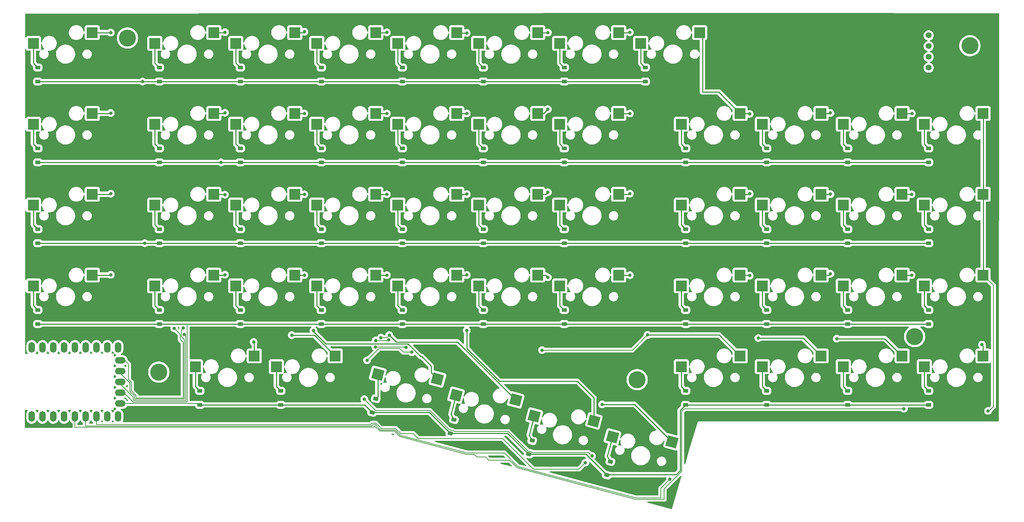
<source format=gbr>
%TF.GenerationSoftware,KiCad,Pcbnew,7.0.1*%
%TF.CreationDate,2023-09-01T15:37:28-04:00*%
%TF.ProjectId,macropad,6d616372-6f70-4616-942e-6b696361645f,rev?*%
%TF.SameCoordinates,Original*%
%TF.FileFunction,Copper,L2,Bot*%
%TF.FilePolarity,Positive*%
%FSLAX46Y46*%
G04 Gerber Fmt 4.6, Leading zero omitted, Abs format (unit mm)*
G04 Created by KiCad (PCBNEW 7.0.1) date 2023-09-01 15:37:28*
%MOMM*%
%LPD*%
G01*
G04 APERTURE LIST*
G04 Aperture macros list*
%AMRoundRect*
0 Rectangle with rounded corners*
0 $1 Rounding radius*
0 $2 $3 $4 $5 $6 $7 $8 $9 X,Y pos of 4 corners*
0 Add a 4 corners polygon primitive as box body*
4,1,4,$2,$3,$4,$5,$6,$7,$8,$9,$2,$3,0*
0 Add four circle primitives for the rounded corners*
1,1,$1+$1,$2,$3*
1,1,$1+$1,$4,$5*
1,1,$1+$1,$6,$7*
1,1,$1+$1,$8,$9*
0 Add four rect primitives between the rounded corners*
20,1,$1+$1,$2,$3,$4,$5,0*
20,1,$1+$1,$4,$5,$6,$7,0*
20,1,$1+$1,$6,$7,$8,$9,0*
20,1,$1+$1,$8,$9,$2,$3,0*%
%AMRotRect*
0 Rectangle, with rotation*
0 The origin of the aperture is its center*
0 $1 length*
0 $2 width*
0 $3 Rotation angle, in degrees counterclockwise*
0 Add horizontal line*
21,1,$1,$2,0,0,$3*%
G04 Aperture macros list end*
%TA.AperFunction,ComponentPad*%
%ADD10C,0.500000*%
%TD*%
%TA.AperFunction,ComponentPad*%
%ADD11C,4.000000*%
%TD*%
%TA.AperFunction,SMDPad,CuDef*%
%ADD12R,2.550000X2.500000*%
%TD*%
%TA.AperFunction,SMDPad,CuDef*%
%ADD13RotRect,2.550000X2.500000X345.000000*%
%TD*%
%TA.AperFunction,ComponentPad*%
%ADD14C,1.397000*%
%TD*%
%TA.AperFunction,ComponentPad*%
%ADD15O,1.500000X2.500000*%
%TD*%
%TA.AperFunction,ComponentPad*%
%ADD16O,2.500000X1.500000*%
%TD*%
%TA.AperFunction,SMDPad,CuDef*%
%ADD17RoundRect,0.225000X0.375000X-0.225000X0.375000X0.225000X-0.375000X0.225000X-0.375000X-0.225000X0*%
%TD*%
%TA.AperFunction,SMDPad,CuDef*%
%ADD18RoundRect,0.225000X0.303988X-0.314390X0.420456X0.120276X-0.303988X0.314390X-0.420456X-0.120276X0*%
%TD*%
%TA.AperFunction,ViaPad*%
%ADD19C,0.800000*%
%TD*%
%TA.AperFunction,Conductor*%
%ADD20C,0.250000*%
%TD*%
%TA.AperFunction,Conductor*%
%ADD21C,0.127000*%
%TD*%
G04 APERTURE END LIST*
D10*
%TO.P,m2,1*%
%TO.N,N/C*%
X59714000Y-109474000D03*
X60154000Y-108414000D03*
X60154000Y-110534000D03*
X61214000Y-107974000D03*
D11*
X61214000Y-109474000D03*
D10*
X61214000Y-110974000D03*
X62274000Y-108414000D03*
X62274000Y-110534000D03*
X62714000Y-109474000D03*
%TD*%
%TO.P,m2,1*%
%TO.N,N/C*%
X52348000Y-30734000D03*
X52788000Y-29674000D03*
X52788000Y-31794000D03*
X53848000Y-29234000D03*
D11*
X53848000Y-30734000D03*
D10*
X53848000Y-32234000D03*
X54908000Y-29674000D03*
X54908000Y-31794000D03*
X55348000Y-30734000D03*
%TD*%
D11*
%TO.P,m2,1*%
%TO.N,N/C*%
X173736000Y-111252000D03*
D10*
X175236000Y-111252000D03*
X172236000Y-111252000D03*
X173736000Y-112752000D03*
X173736000Y-109752000D03*
X174796000Y-112312000D03*
X172676000Y-112312000D03*
X172676000Y-110192000D03*
X174796000Y-110192000D03*
%TD*%
%TO.P,m2,1*%
%TO.N,N/C*%
X237514000Y-101092000D03*
X237954000Y-100032000D03*
X237954000Y-102152000D03*
X239014000Y-99592000D03*
D11*
X239014000Y-101092000D03*
D10*
X239014000Y-102592000D03*
X240074000Y-100032000D03*
X240074000Y-102152000D03*
X240514000Y-101092000D03*
%TD*%
%TO.P,m2,1*%
%TO.N,N/C*%
X250512000Y-32556000D03*
X250952000Y-31496000D03*
X250952000Y-33616000D03*
X252012000Y-31056000D03*
D11*
X252012000Y-32556000D03*
D10*
X252012000Y-34056000D03*
X253072000Y-31496000D03*
X253072000Y-33616000D03*
X253512000Y-32556000D03*
%TD*%
D12*
%TO.P,SW51,1,1*%
%TO.N,COL9*%
X255127500Y-105645000D03*
%TO.P,SW51,2,2*%
%TO.N,Net-(D51-A)*%
X241277500Y-108185000D03*
%TD*%
%TO.P,SW50,1,1*%
%TO.N,COL8*%
X236077500Y-105645000D03*
%TO.P,SW50,2,2*%
%TO.N,Net-(D50-A)*%
X222227500Y-108185000D03*
%TD*%
%TO.P,SW49,1,1*%
%TO.N,COL7*%
X217027500Y-105645000D03*
%TO.P,SW49,2,2*%
%TO.N,Net-(D49-A)*%
X203177500Y-108185000D03*
%TD*%
%TO.P,SW48,1,1*%
%TO.N,COL6*%
X197977500Y-105645000D03*
%TO.P,SW48,2,2*%
%TO.N,Net-(D48-A)*%
X184127500Y-108185000D03*
%TD*%
D13*
%TO.P,SW47,1,1*%
%TO.N,COL5*%
X181974323Y-125898477D03*
%TO.P,SW47,2,2*%
%TO.N,Net-(D47-A)*%
X167938850Y-124767284D03*
%TD*%
%TO.P,SW46,1,1*%
%TO.N,COL4*%
X163573436Y-120967974D03*
%TO.P,SW46,2,2*%
%TO.N,Net-(D46-A)*%
X149537963Y-119836781D03*
%TD*%
%TO.P,SW45,1,1*%
%TO.N,COL3*%
X145172549Y-116037471D03*
%TO.P,SW45,2,2*%
%TO.N,Net-(D45-A)*%
X131137076Y-114906278D03*
%TD*%
%TO.P,SW44,1,1*%
%TO.N,COL2*%
X126771662Y-111106969D03*
%TO.P,SW44,2,2*%
%TO.N,Net-(D44-A)*%
X112736189Y-109975776D03*
%TD*%
D12*
%TO.P,SW43,1,1*%
%TO.N,COL1*%
X102727500Y-105645000D03*
%TO.P,SW43,2,2*%
%TO.N,Net-(D43-A)*%
X88877500Y-108185000D03*
%TD*%
%TO.P,SW42,1,1*%
%TO.N,COL0*%
X83677500Y-105645000D03*
%TO.P,SW42,2,2*%
%TO.N,Net-(D42-A)*%
X69827500Y-108185000D03*
%TD*%
%TO.P,SW41,1,1*%
%TO.N,COL10*%
X255127500Y-86595000D03*
%TO.P,SW41,2,2*%
%TO.N,Net-(D41-A)*%
X241277500Y-89135000D03*
%TD*%
%TO.P,SW40,1,1*%
%TO.N,COL9*%
X236077500Y-86595000D03*
%TO.P,SW40,2,2*%
%TO.N,Net-(D40-A)*%
X222227500Y-89135000D03*
%TD*%
%TO.P,SW39,1,1*%
%TO.N,COL8*%
X217027500Y-86595000D03*
%TO.P,SW39,2,2*%
%TO.N,Net-(D39-A)*%
X203177500Y-89135000D03*
%TD*%
%TO.P,SW38,1,1*%
%TO.N,COL7*%
X197977500Y-86595000D03*
%TO.P,SW38,2,2*%
%TO.N,Net-(D38-A)*%
X184127500Y-89135000D03*
%TD*%
%TO.P,SW37,1,1*%
%TO.N,COL6*%
X169402500Y-86595000D03*
%TO.P,SW37,2,2*%
%TO.N,Net-(D37-A)*%
X155552500Y-89135000D03*
%TD*%
%TO.P,SW36,1,1*%
%TO.N,COL5*%
X150352500Y-86595000D03*
%TO.P,SW36,2,2*%
%TO.N,Net-(D36-A)*%
X136502500Y-89135000D03*
%TD*%
%TO.P,SW35,1,1*%
%TO.N,COL4*%
X131302500Y-86595000D03*
%TO.P,SW35,2,2*%
%TO.N,Net-(D35-A)*%
X117452500Y-89135000D03*
%TD*%
%TO.P,SW34,1,1*%
%TO.N,COL3*%
X112252500Y-86595000D03*
%TO.P,SW34,2,2*%
%TO.N,Net-(D34-A)*%
X98402500Y-89135000D03*
%TD*%
%TO.P,SW33,1,1*%
%TO.N,COL2*%
X93202500Y-86595000D03*
%TO.P,SW33,2,2*%
%TO.N,Net-(D33-A)*%
X79352500Y-89135000D03*
%TD*%
%TO.P,SW32,1,1*%
%TO.N,COL1*%
X74152500Y-86595000D03*
%TO.P,SW32,2,2*%
%TO.N,Net-(D32-A)*%
X60302500Y-89135000D03*
%TD*%
%TO.P,SW31,1,1*%
%TO.N,COL0*%
X45577500Y-86595000D03*
%TO.P,SW31,2,2*%
%TO.N,Net-(D31-A)*%
X31727500Y-89135000D03*
%TD*%
%TO.P,SW30,1,1*%
%TO.N,COL10*%
X255127500Y-67545000D03*
%TO.P,SW30,2,2*%
%TO.N,Net-(D30-A)*%
X241277500Y-70085000D03*
%TD*%
%TO.P,SW29,1,1*%
%TO.N,COL9*%
X236077500Y-67545000D03*
%TO.P,SW29,2,2*%
%TO.N,Net-(D29-A)*%
X222227500Y-70085000D03*
%TD*%
%TO.P,SW28,1,1*%
%TO.N,COL8*%
X217027500Y-67545000D03*
%TO.P,SW28,2,2*%
%TO.N,Net-(D28-A)*%
X203177500Y-70085000D03*
%TD*%
%TO.P,SW27,1,1*%
%TO.N,COL7*%
X197977500Y-67545000D03*
%TO.P,SW27,2,2*%
%TO.N,Net-(D27-A)*%
X184127500Y-70085000D03*
%TD*%
%TO.P,SW26,1,1*%
%TO.N,COL6*%
X169402500Y-67545000D03*
%TO.P,SW26,2,2*%
%TO.N,Net-(D26-A)*%
X155552500Y-70085000D03*
%TD*%
%TO.P,SW25,1,1*%
%TO.N,COL5*%
X150352500Y-67545000D03*
%TO.P,SW25,2,2*%
%TO.N,Net-(D25-A)*%
X136502500Y-70085000D03*
%TD*%
%TO.P,SW24,1,1*%
%TO.N,COL4*%
X131302500Y-67545000D03*
%TO.P,SW24,2,2*%
%TO.N,Net-(D24-A)*%
X117452500Y-70085000D03*
%TD*%
%TO.P,SW23,1,1*%
%TO.N,COL3*%
X112252500Y-67545000D03*
%TO.P,SW23,2,2*%
%TO.N,Net-(D23-A)*%
X98402500Y-70085000D03*
%TD*%
%TO.P,SW22,1,1*%
%TO.N,COL2*%
X93202500Y-67545000D03*
%TO.P,SW22,2,2*%
%TO.N,Net-(D22-A)*%
X79352500Y-70085000D03*
%TD*%
%TO.P,SW21,1,1*%
%TO.N,COL1*%
X74152500Y-67545000D03*
%TO.P,SW21,2,2*%
%TO.N,Net-(D21-A)*%
X60302500Y-70085000D03*
%TD*%
%TO.P,SW20,1,1*%
%TO.N,COL0*%
X45577500Y-67545000D03*
%TO.P,SW20,2,2*%
%TO.N,Net-(D20-A)*%
X31727500Y-70085000D03*
%TD*%
%TO.P,SW19,1,1*%
%TO.N,COL10*%
X255127500Y-48495000D03*
%TO.P,SW19,2,2*%
%TO.N,Net-(D19-A)*%
X241277500Y-51035000D03*
%TD*%
%TO.P,SW18,1,1*%
%TO.N,COL9*%
X236077500Y-48495000D03*
%TO.P,SW18,2,2*%
%TO.N,Net-(D18-A)*%
X222227500Y-51035000D03*
%TD*%
%TO.P,SW17,1,1*%
%TO.N,COL8*%
X217027500Y-48495000D03*
%TO.P,SW17,2,2*%
%TO.N,Net-(D17-A)*%
X203177500Y-51035000D03*
%TD*%
%TO.P,SW16,1,1*%
%TO.N,COL7*%
X197977500Y-48495000D03*
%TO.P,SW16,2,2*%
%TO.N,Net-(D16-A)*%
X184127500Y-51035000D03*
%TD*%
%TO.P,SW15,1,1*%
%TO.N,COL6*%
X169402500Y-48495000D03*
%TO.P,SW15,2,2*%
%TO.N,Net-(D15-A)*%
X155552500Y-51035000D03*
%TD*%
%TO.P,SW14,1,1*%
%TO.N,COL5*%
X150352500Y-48495000D03*
%TO.P,SW14,2,2*%
%TO.N,Net-(D14-A)*%
X136502500Y-51035000D03*
%TD*%
%TO.P,SW13,1,1*%
%TO.N,COL4*%
X131302500Y-48495000D03*
%TO.P,SW13,2,2*%
%TO.N,Net-(D13-A)*%
X117452500Y-51035000D03*
%TD*%
%TO.P,SW12,1,1*%
%TO.N,COL3*%
X112252500Y-48495000D03*
%TO.P,SW12,2,2*%
%TO.N,Net-(D12-A)*%
X98402500Y-51035000D03*
%TD*%
%TO.P,SW11,1,1*%
%TO.N,COL2*%
X93202500Y-48495000D03*
%TO.P,SW11,2,2*%
%TO.N,Net-(D11-A)*%
X79352500Y-51035000D03*
%TD*%
%TO.P,SW10,1,1*%
%TO.N,COL1*%
X74152500Y-48495000D03*
%TO.P,SW10,2,2*%
%TO.N,Net-(D10-A)*%
X60302500Y-51035000D03*
%TD*%
%TO.P,SW9,1,1*%
%TO.N,COL0*%
X45577500Y-48495000D03*
%TO.P,SW9,2,2*%
%TO.N,Net-(D9-A)*%
X31727500Y-51035000D03*
%TD*%
%TO.P,SW8,1,1*%
%TO.N,COL7*%
X188452500Y-29445000D03*
%TO.P,SW8,2,2*%
%TO.N,Net-(D8-A)*%
X174602500Y-31985000D03*
%TD*%
%TO.P,SW7,1,1*%
%TO.N,COL6*%
X169402500Y-29445000D03*
%TO.P,SW7,2,2*%
%TO.N,Net-(D7-A)*%
X155552500Y-31985000D03*
%TD*%
%TO.P,SW6,1,1*%
%TO.N,COL5*%
X150352500Y-29445000D03*
%TO.P,SW6,2,2*%
%TO.N,Net-(D6-A)*%
X136502500Y-31985000D03*
%TD*%
%TO.P,SW5,1,1*%
%TO.N,COL4*%
X131302500Y-29445000D03*
%TO.P,SW5,2,2*%
%TO.N,Net-(D5-A)*%
X117452500Y-31985000D03*
%TD*%
%TO.P,SW4,1,1*%
%TO.N,COL3*%
X112252500Y-29445000D03*
%TO.P,SW4,2,2*%
%TO.N,Net-(D4-A)*%
X98402500Y-31985000D03*
%TD*%
%TO.P,SW3,1,1*%
%TO.N,COL2*%
X93202500Y-29445000D03*
%TO.P,SW3,2,2*%
%TO.N,Net-(D3-A)*%
X79352500Y-31985000D03*
%TD*%
%TO.P,SW2,1,1*%
%TO.N,COL1*%
X74152500Y-29445000D03*
%TO.P,SW2,2,2*%
%TO.N,Net-(D2-A)*%
X60302500Y-31985000D03*
%TD*%
%TO.P,SW1,1,1*%
%TO.N,COL0*%
X45577500Y-29445000D03*
%TO.P,SW1,2,2*%
%TO.N,Net-(D1-A)*%
X31727500Y-31985000D03*
%TD*%
D14*
%TO.P,OL1,1,SDA*%
%TO.N,SDA*%
X242325000Y-37720000D03*
%TO.P,OL1,2,SCL*%
%TO.N,SCL*%
X242325000Y-35180000D03*
%TO.P,OL1,3,VCC*%
%TO.N,VCC*%
X242325000Y-32640000D03*
%TO.P,OL1,4,GND*%
%TO.N,GND*%
X242325000Y-30100000D03*
%TD*%
D15*
%TO.P,U1,1,0*%
%TO.N,SDA*%
X31330000Y-119900000D03*
%TO.P,U1,2,1*%
%TO.N,SCL*%
X33870000Y-119900000D03*
%TO.P,U1,3,2*%
%TO.N,COL6*%
X36410000Y-119900000D03*
%TO.P,U1,4,3*%
%TO.N,COL7*%
X38950000Y-119900000D03*
%TO.P,U1,5,4*%
%TO.N,COL8*%
X41490000Y-119900000D03*
%TO.P,U1,6,5*%
%TO.N,COL9*%
X44030000Y-119900000D03*
%TO.P,U1,7,6*%
%TO.N,COL10*%
X46570000Y-119900000D03*
%TO.P,U1,8,7*%
%TO.N,unconnected-(U1-7-Pad8)*%
X49110000Y-119900000D03*
%TO.P,U1,9,8*%
%TO.N,unconnected-(U1-8-Pad9)*%
X51650000Y-119900000D03*
D16*
%TO.P,U1,10,9*%
%TO.N,ROW4*%
X52150000Y-116860000D03*
%TO.P,U1,11,10*%
%TO.N,ROW3*%
X52150000Y-114320000D03*
%TO.P,U1,12,11*%
%TO.N,ROW2*%
X52150000Y-111780000D03*
%TO.P,U1,13,12*%
%TO.N,ROW1*%
X52150000Y-109240000D03*
%TO.P,U1,14,13*%
%TO.N,ROW0*%
X52150000Y-106700000D03*
D15*
%TO.P,U1,15,14*%
%TO.N,COL5*%
X51650000Y-103660000D03*
%TO.P,U1,16,15*%
%TO.N,COL4*%
X49110000Y-103660000D03*
%TO.P,U1,17,26*%
%TO.N,COL3*%
X46570000Y-103660000D03*
%TO.P,U1,18,27*%
%TO.N,COL2*%
X44030000Y-103660000D03*
%TO.P,U1,19,28*%
%TO.N,COL1*%
X41490000Y-103660000D03*
%TO.P,U1,20,29*%
%TO.N,COL0*%
X38950000Y-103660000D03*
%TO.P,U1,21,3V3*%
%TO.N,VCC*%
X36410000Y-103660000D03*
%TO.P,U1,22,GND*%
%TO.N,GND*%
X33870000Y-103660000D03*
%TO.P,U1,23,5V*%
%TO.N,unconnected-(U1-5V-Pad23)*%
X31330000Y-103660000D03*
%TD*%
D17*
%TO.P,D31,1,K*%
%TO.N,ROW3*%
X32757500Y-98142500D03*
%TO.P,D31,2,A*%
%TO.N,Net-(D31-A)*%
X32757500Y-94842500D03*
%TD*%
%TO.P,D32,1,K*%
%TO.N,ROW3*%
X61332500Y-98142500D03*
%TO.P,D32,2,A*%
%TO.N,Net-(D32-A)*%
X61332500Y-94842500D03*
%TD*%
%TO.P,D19,1,K*%
%TO.N,ROW1*%
X242307500Y-60042500D03*
%TO.P,D19,2,A*%
%TO.N,Net-(D19-A)*%
X242307500Y-56742500D03*
%TD*%
%TO.P,D10,1,K*%
%TO.N,ROW1*%
X61332500Y-60042500D03*
%TO.P,D10,2,A*%
%TO.N,Net-(D10-A)*%
X61332500Y-56742500D03*
%TD*%
%TO.P,D35,1,K*%
%TO.N,ROW3*%
X118482500Y-98142500D03*
%TO.P,D35,2,A*%
%TO.N,Net-(D35-A)*%
X118482500Y-94842500D03*
%TD*%
%TO.P,D28,1,K*%
%TO.N,ROW2*%
X204207500Y-79092500D03*
%TO.P,D28,2,A*%
%TO.N,Net-(D28-A)*%
X204207500Y-75792500D03*
%TD*%
D18*
%TO.P,D45,1,K*%
%TO.N,ROW4*%
X129800667Y-123873440D03*
%TO.P,D45,2,A*%
%TO.N,Net-(D45-A)*%
X130654769Y-120685884D03*
%TD*%
D17*
%TO.P,D14,1,K*%
%TO.N,ROW1*%
X137532500Y-60042500D03*
%TO.P,D14,2,A*%
%TO.N,Net-(D14-A)*%
X137532500Y-56742500D03*
%TD*%
%TO.P,D21,1,K*%
%TO.N,ROW2*%
X61332500Y-79092500D03*
%TO.P,D21,2,A*%
%TO.N,Net-(D21-A)*%
X61332500Y-75792500D03*
%TD*%
%TO.P,D38,1,K*%
%TO.N,ROW3*%
X185157500Y-98142500D03*
%TO.P,D38,2,A*%
%TO.N,Net-(D38-A)*%
X185157500Y-94842500D03*
%TD*%
%TO.P,D49,1,K*%
%TO.N,ROW4*%
X204207500Y-117192500D03*
%TO.P,D49,2,A*%
%TO.N,Net-(D49-A)*%
X204207500Y-113892500D03*
%TD*%
%TO.P,D43,1,K*%
%TO.N,ROW4*%
X89907500Y-117192500D03*
%TO.P,D43,2,A*%
%TO.N,Net-(D43-A)*%
X89907500Y-113892500D03*
%TD*%
%TO.P,D23,1,K*%
%TO.N,ROW2*%
X99432500Y-79092500D03*
%TO.P,D23,2,A*%
%TO.N,Net-(D23-A)*%
X99432500Y-75792500D03*
%TD*%
%TO.P,D7,1,K*%
%TO.N,ROW0*%
X156582500Y-40992500D03*
%TO.P,D7,2,A*%
%TO.N,Net-(D7-A)*%
X156582500Y-37692500D03*
%TD*%
%TO.P,D17,1,K*%
%TO.N,ROW1*%
X204207500Y-60042500D03*
%TO.P,D17,2,A*%
%TO.N,Net-(D17-A)*%
X204207500Y-56742500D03*
%TD*%
%TO.P,D4,1,K*%
%TO.N,ROW0*%
X99432500Y-40992500D03*
%TO.P,D4,2,A*%
%TO.N,Net-(D4-A)*%
X99432500Y-37692500D03*
%TD*%
%TO.P,D25,1,K*%
%TO.N,ROW2*%
X137532500Y-79092500D03*
%TO.P,D25,2,A*%
%TO.N,Net-(D25-A)*%
X137532500Y-75792500D03*
%TD*%
%TO.P,D24,1,K*%
%TO.N,ROW2*%
X118482500Y-79092500D03*
%TO.P,D24,2,A*%
%TO.N,Net-(D24-A)*%
X118482500Y-75792500D03*
%TD*%
%TO.P,D34,1,K*%
%TO.N,ROW3*%
X99432500Y-98142500D03*
%TO.P,D34,2,A*%
%TO.N,Net-(D34-A)*%
X99432500Y-94842500D03*
%TD*%
%TO.P,D2,1,K*%
%TO.N,ROW0*%
X61332500Y-40992500D03*
%TO.P,D2,2,A*%
%TO.N,Net-(D2-A)*%
X61332500Y-37692500D03*
%TD*%
%TO.P,D27,1,K*%
%TO.N,ROW2*%
X185157500Y-79092500D03*
%TO.P,D27,2,A*%
%TO.N,Net-(D27-A)*%
X185157500Y-75792500D03*
%TD*%
D18*
%TO.P,D44,1,K*%
%TO.N,ROW4*%
X111399780Y-118942937D03*
%TO.P,D44,2,A*%
%TO.N,Net-(D44-A)*%
X112253882Y-115755381D03*
%TD*%
D17*
%TO.P,D26,1,K*%
%TO.N,ROW2*%
X156582500Y-79092500D03*
%TO.P,D26,2,A*%
%TO.N,Net-(D26-A)*%
X156582500Y-75792500D03*
%TD*%
%TO.P,D15,1,K*%
%TO.N,ROW1*%
X156582500Y-60042500D03*
%TO.P,D15,2,A*%
%TO.N,Net-(D15-A)*%
X156582500Y-56742500D03*
%TD*%
%TO.P,D5,1,K*%
%TO.N,ROW0*%
X118482500Y-40992500D03*
%TO.P,D5,2,A*%
%TO.N,Net-(D5-A)*%
X118482500Y-37692500D03*
%TD*%
%TO.P,D42,1,K*%
%TO.N,ROW4*%
X70857500Y-117192500D03*
%TO.P,D42,2,A*%
%TO.N,Net-(D42-A)*%
X70857500Y-113892500D03*
%TD*%
%TO.P,D41,1,K*%
%TO.N,ROW3*%
X242307500Y-98142500D03*
%TO.P,D41,2,A*%
%TO.N,Net-(D41-A)*%
X242307500Y-94842500D03*
%TD*%
%TO.P,D16,1,K*%
%TO.N,ROW1*%
X185157500Y-60042500D03*
%TO.P,D16,2,A*%
%TO.N,Net-(D16-A)*%
X185157500Y-56742500D03*
%TD*%
%TO.P,D13,1,K*%
%TO.N,ROW1*%
X118482500Y-60042500D03*
%TO.P,D13,2,A*%
%TO.N,Net-(D13-A)*%
X118482500Y-56742500D03*
%TD*%
D18*
%TO.P,D46,1,K*%
%TO.N,ROW4*%
X148201554Y-128803942D03*
%TO.P,D46,2,A*%
%TO.N,Net-(D46-A)*%
X149055656Y-125616386D03*
%TD*%
D17*
%TO.P,D18,1,K*%
%TO.N,ROW1*%
X223257500Y-60042500D03*
%TO.P,D18,2,A*%
%TO.N,Net-(D18-A)*%
X223257500Y-56742500D03*
%TD*%
%TO.P,D40,1,K*%
%TO.N,ROW3*%
X223257500Y-98142500D03*
%TO.P,D40,2,A*%
%TO.N,Net-(D40-A)*%
X223257500Y-94842500D03*
%TD*%
%TO.P,D12,1,K*%
%TO.N,ROW1*%
X99432500Y-60042500D03*
%TO.P,D12,2,A*%
%TO.N,Net-(D12-A)*%
X99432500Y-56742500D03*
%TD*%
%TO.P,D11,1,K*%
%TO.N,ROW1*%
X80382500Y-60042500D03*
%TO.P,D11,2,A*%
%TO.N,Net-(D11-A)*%
X80382500Y-56742500D03*
%TD*%
%TO.P,D8,1,K*%
%TO.N,ROW0*%
X175632500Y-40992500D03*
%TO.P,D8,2,A*%
%TO.N,Net-(D8-A)*%
X175632500Y-37692500D03*
%TD*%
%TO.P,D29,1,K*%
%TO.N,ROW2*%
X223257500Y-79092500D03*
%TO.P,D29,2,A*%
%TO.N,Net-(D29-A)*%
X223257500Y-75792500D03*
%TD*%
%TO.P,D6,1,K*%
%TO.N,ROW0*%
X137532500Y-40992500D03*
%TO.P,D6,2,A*%
%TO.N,Net-(D6-A)*%
X137532500Y-37692500D03*
%TD*%
%TO.P,D51,1,K*%
%TO.N,ROW4*%
X242307500Y-117192500D03*
%TO.P,D51,2,A*%
%TO.N,Net-(D51-A)*%
X242307500Y-113892500D03*
%TD*%
%TO.P,D3,1,K*%
%TO.N,ROW0*%
X80382500Y-40992500D03*
%TO.P,D3,2,A*%
%TO.N,Net-(D3-A)*%
X80382500Y-37692500D03*
%TD*%
%TO.P,D9,1,K*%
%TO.N,ROW1*%
X32757500Y-60042500D03*
%TO.P,D9,2,A*%
%TO.N,Net-(D9-A)*%
X32757500Y-56742500D03*
%TD*%
%TO.P,D37,1,K*%
%TO.N,ROW3*%
X156582500Y-98142500D03*
%TO.P,D37,2,A*%
%TO.N,Net-(D37-A)*%
X156582500Y-94842500D03*
%TD*%
%TO.P,D50,1,K*%
%TO.N,ROW4*%
X223257500Y-117192500D03*
%TO.P,D50,2,A*%
%TO.N,Net-(D50-A)*%
X223257500Y-113892500D03*
%TD*%
D18*
%TO.P,D47,1,K*%
%TO.N,ROW4*%
X166602441Y-133734445D03*
%TO.P,D47,2,A*%
%TO.N,Net-(D47-A)*%
X167456543Y-130546889D03*
%TD*%
D17*
%TO.P,D30,1,K*%
%TO.N,ROW2*%
X242307500Y-79092500D03*
%TO.P,D30,2,A*%
%TO.N,Net-(D30-A)*%
X242307500Y-75792500D03*
%TD*%
%TO.P,D20,1,K*%
%TO.N,ROW2*%
X32757500Y-79092500D03*
%TO.P,D20,2,A*%
%TO.N,Net-(D20-A)*%
X32757500Y-75792500D03*
%TD*%
%TO.P,D48,1,K*%
%TO.N,ROW4*%
X185157500Y-117192500D03*
%TO.P,D48,2,A*%
%TO.N,Net-(D48-A)*%
X185157500Y-113892500D03*
%TD*%
%TO.P,D36,1,K*%
%TO.N,ROW3*%
X137532500Y-98142500D03*
%TO.P,D36,2,A*%
%TO.N,Net-(D36-A)*%
X137532500Y-94842500D03*
%TD*%
%TO.P,D22,1,K*%
%TO.N,ROW2*%
X80382500Y-79092500D03*
%TO.P,D22,2,A*%
%TO.N,Net-(D22-A)*%
X80382500Y-75792500D03*
%TD*%
%TO.P,D1,1,K*%
%TO.N,ROW0*%
X32757500Y-40992500D03*
%TO.P,D1,2,A*%
%TO.N,Net-(D1-A)*%
X32757500Y-37692500D03*
%TD*%
%TO.P,D39,1,K*%
%TO.N,ROW3*%
X204207500Y-98142500D03*
%TO.P,D39,2,A*%
%TO.N,Net-(D39-A)*%
X204207500Y-94842500D03*
%TD*%
%TO.P,D33,1,K*%
%TO.N,ROW3*%
X80382500Y-98142500D03*
%TO.P,D33,2,A*%
%TO.N,Net-(D33-A)*%
X80382500Y-94842500D03*
%TD*%
D19*
%TO.N,COL5*%
X152740000Y-67056000D03*
X152740000Y-47498000D03*
X152740000Y-87122000D03*
%TO.N,COL3*%
X114860000Y-67564000D03*
X114860000Y-86614000D03*
%TO.N,COL2*%
X95460000Y-48514000D03*
X95460000Y-67564000D03*
X95460000Y-86614000D03*
%TO.N,COL3*%
X114860000Y-48514000D03*
%TO.N,ROW0*%
X64854438Y-99170562D03*
X57425000Y-40992500D03*
%TO.N,ROW1*%
X75875000Y-60042500D03*
X66950000Y-99100000D03*
%TO.N,ROW2*%
X67237000Y-100615500D03*
X57900000Y-79092500D03*
%TO.N,COL0*%
X83530000Y-102390000D03*
X49920000Y-67430000D03*
X49920000Y-86520000D03*
X49920000Y-29450000D03*
X49920000Y-48410000D03*
%TO.N,COL1*%
X76770000Y-86510000D03*
X92490000Y-100780000D03*
X76770000Y-29360000D03*
X76770000Y-67660000D03*
X76770000Y-48360000D03*
%TO.N,COL2*%
X95460000Y-29250000D03*
X97610000Y-99710000D03*
%TO.N,COL3*%
X114860000Y-29390000D03*
X115440000Y-100750000D03*
X113481500Y-101346000D03*
%TO.N,COL4*%
X133640000Y-29530000D03*
X133660000Y-86580000D03*
X115316000Y-101854000D03*
X112268000Y-102009000D03*
X133660000Y-48510000D03*
X133660000Y-99670000D03*
X133660000Y-67520000D03*
%TO.N,COL5*%
X112182129Y-103546129D03*
X152740000Y-29450000D03*
X165510000Y-117080000D03*
X119380000Y-103632000D03*
%TO.N,COL6*%
X110210000Y-106680000D03*
X120763701Y-104788299D03*
X172020000Y-29390000D03*
X172020000Y-48520000D03*
X151384000Y-104295000D03*
X176180000Y-100720000D03*
X172020000Y-67420000D03*
X172020000Y-86640000D03*
%TO.N,COL7*%
X200210000Y-67450000D03*
X109547000Y-115824000D03*
X200210000Y-86750000D03*
X163123297Y-129230703D03*
X202250000Y-101450000D03*
X200210000Y-48630000D03*
%TO.N,COL8*%
X219210000Y-86290000D03*
X220710000Y-101580000D03*
X236474000Y-118110000D03*
X219210000Y-48390000D03*
X219210000Y-67530000D03*
%TO.N,COL9*%
X181448899Y-134712899D03*
X238300000Y-86610000D03*
X254870000Y-103000000D03*
X238380000Y-48490000D03*
X238300000Y-67570000D03*
%TO.N,COL10*%
X161544000Y-130810000D03*
X256286000Y-118618000D03*
%TD*%
D20*
%TO.N,COL5*%
X152251000Y-67545000D02*
X152740000Y-67056000D01*
X150352500Y-67545000D02*
X152251000Y-67545000D01*
X150352500Y-48495000D02*
X151743000Y-48495000D01*
X151743000Y-48495000D02*
X152740000Y-47498000D01*
X152213000Y-86595000D02*
X152740000Y-87122000D01*
X150352500Y-86595000D02*
X152213000Y-86595000D01*
%TO.N,COL3*%
X112252500Y-67545000D02*
X114841000Y-67545000D01*
X114841000Y-67545000D02*
X114860000Y-67564000D01*
X114841000Y-86595000D02*
X114860000Y-86614000D01*
X112252500Y-86595000D02*
X114841000Y-86595000D01*
%TO.N,COL2*%
X93202500Y-48495000D02*
X95441000Y-48495000D01*
X95441000Y-48495000D02*
X95460000Y-48514000D01*
X95441000Y-67545000D02*
X95460000Y-67564000D01*
X93202500Y-67545000D02*
X95441000Y-67545000D01*
X95441000Y-86595000D02*
X95460000Y-86614000D01*
X93202500Y-86595000D02*
X95441000Y-86595000D01*
%TO.N,Net-(D44-A)*%
X112736189Y-109975776D02*
X112736189Y-115273074D01*
X112736189Y-115273074D02*
X112253882Y-115755381D01*
%TO.N,Net-(D9-A)*%
X31727500Y-55712500D02*
X32757500Y-56742500D01*
X31727500Y-51035000D02*
X31727500Y-55712500D01*
%TO.N,Net-(D6-A)*%
X136502500Y-36662500D02*
X137532500Y-37692500D01*
X136502500Y-31985000D02*
X136502500Y-36662500D01*
%TO.N,COL3*%
X112252500Y-48495000D02*
X114841000Y-48495000D01*
X114841000Y-48495000D02*
X114860000Y-48514000D01*
D21*
%TO.N,ROW0*%
X66919000Y-115552000D02*
X66919000Y-115125000D01*
X66246500Y-101777500D02*
X66246500Y-100562624D01*
X55902000Y-115552000D02*
X56800000Y-115552000D01*
X55852000Y-114964552D02*
X55852000Y-115235448D01*
X53650000Y-107125000D02*
X54125000Y-107600000D01*
X54943724Y-114056276D02*
X55852000Y-114964552D01*
X54125000Y-111225000D02*
X54777000Y-111877000D01*
X54777000Y-113889552D02*
X54943724Y-114056276D01*
X54777000Y-111877000D02*
X54777000Y-113350000D01*
X55852000Y-115235448D02*
X55852000Y-115502000D01*
X66800000Y-115552000D02*
X66919000Y-115552000D01*
D20*
X156582500Y-40992500D02*
X175632500Y-40992500D01*
D21*
X66919000Y-115125000D02*
X66919000Y-102450000D01*
X66246500Y-100562624D02*
X64854438Y-99170562D01*
X66919000Y-102450000D02*
X66246500Y-101777500D01*
D20*
X61332500Y-40992500D02*
X80382500Y-40992500D01*
D21*
X56800000Y-115552000D02*
X66800000Y-115552000D01*
X54777000Y-113350000D02*
X54777000Y-113889552D01*
D20*
X99432500Y-40992500D02*
X118482500Y-40992500D01*
D21*
X51650000Y-106700000D02*
X53225000Y-106700000D01*
X53225000Y-106700000D02*
X53650000Y-107125000D01*
D20*
X32757500Y-40992500D02*
X57425000Y-40992500D01*
D21*
X54125000Y-107600000D02*
X54125000Y-111225000D01*
D20*
X80382500Y-40992500D02*
X99432500Y-40992500D01*
X137532500Y-40992500D02*
X156582500Y-40992500D01*
X57425000Y-40992500D02*
X61332500Y-40992500D01*
D21*
X55852000Y-115502000D02*
X55902000Y-115552000D01*
D20*
X118482500Y-40992500D02*
X137532500Y-40992500D01*
%TO.N,Net-(D1-A)*%
X31727500Y-36662500D02*
X31727500Y-31985000D01*
X32757500Y-37692500D02*
X31727500Y-36662500D01*
%TO.N,Net-(D2-A)*%
X60302500Y-36662500D02*
X60302500Y-31985000D01*
X61332500Y-37692500D02*
X60302500Y-36662500D01*
%TO.N,Net-(D3-A)*%
X80382500Y-37692500D02*
X79352500Y-36662500D01*
X79352500Y-36662500D02*
X79352500Y-31985000D01*
%TO.N,Net-(D4-A)*%
X98402500Y-36662500D02*
X98402500Y-31985000D01*
X99432500Y-37692500D02*
X98402500Y-36662500D01*
%TO.N,Net-(D5-A)*%
X117452500Y-36662500D02*
X117452500Y-31985000D01*
X118482500Y-37692500D02*
X117452500Y-36662500D01*
%TO.N,Net-(D7-A)*%
X155552500Y-36662500D02*
X155552500Y-31985000D01*
X156582500Y-37692500D02*
X155552500Y-36662500D01*
%TO.N,Net-(D8-A)*%
X174602500Y-36662500D02*
X174602500Y-31985000D01*
X175632500Y-37692500D02*
X174602500Y-36662500D01*
D21*
%TO.N,ROW1*%
X54450000Y-114025000D02*
X55525000Y-115100000D01*
X66573500Y-99476500D02*
X66950000Y-99100000D01*
X55525000Y-115879000D02*
X64175000Y-115879000D01*
X67246000Y-103900000D02*
X67246000Y-101750000D01*
X51650000Y-109240000D02*
X54450000Y-112040000D01*
D20*
X204207500Y-60042500D02*
X223257500Y-60042500D01*
D21*
X55525000Y-115100000D02*
X55525000Y-115879000D01*
D20*
X185157500Y-60042500D02*
X204207500Y-60042500D01*
X223257500Y-60042500D02*
X242307500Y-60042500D01*
D21*
X67246000Y-101750000D02*
X66573500Y-101077500D01*
D20*
X156582500Y-60042500D02*
X185157500Y-60042500D01*
X32757500Y-60042500D02*
X61332500Y-60042500D01*
X75875000Y-60042500D02*
X80382500Y-60042500D01*
X137532500Y-60042500D02*
X156582500Y-60042500D01*
D21*
X66573500Y-101077500D02*
X66573500Y-99476500D01*
X54450000Y-112040000D02*
X54450000Y-114025000D01*
D20*
X99432500Y-60042500D02*
X118482500Y-60042500D01*
X61332500Y-60042500D02*
X75875000Y-60042500D01*
X118482500Y-60042500D02*
X137532500Y-60042500D01*
X80382500Y-60042500D02*
X99432500Y-60042500D01*
D21*
X67246000Y-115879000D02*
X67246000Y-103900000D01*
X64175000Y-115879000D02*
X67246000Y-115879000D01*
D20*
%TO.N,Net-(D10-A)*%
X61332500Y-56742500D02*
X60302500Y-55712500D01*
X60302500Y-55712500D02*
X60302500Y-51035000D01*
%TO.N,Net-(D11-A)*%
X79352500Y-55712500D02*
X79352500Y-51035000D01*
X80382500Y-56742500D02*
X79352500Y-55712500D01*
%TO.N,Net-(D12-A)*%
X98402500Y-55712500D02*
X98402500Y-51035000D01*
X99432500Y-56742500D02*
X98402500Y-55712500D01*
%TO.N,Net-(D13-A)*%
X117452500Y-55712500D02*
X117452500Y-51035000D01*
X118482500Y-56742500D02*
X117452500Y-55712500D01*
%TO.N,Net-(D14-A)*%
X137532500Y-56742500D02*
X136502500Y-55712500D01*
X136502500Y-55712500D02*
X136502500Y-51035000D01*
%TO.N,Net-(D15-A)*%
X155552500Y-55712500D02*
X155552500Y-51035000D01*
X156582500Y-56742500D02*
X155552500Y-55712500D01*
%TO.N,Net-(D16-A)*%
X184127500Y-55712500D02*
X184127500Y-51035000D01*
X185157500Y-56742500D02*
X184127500Y-55712500D01*
%TO.N,Net-(D17-A)*%
X204207500Y-56742500D02*
X203177500Y-55712500D01*
X203177500Y-55712500D02*
X203177500Y-51035000D01*
%TO.N,Net-(D18-A)*%
X222227500Y-55712500D02*
X222227500Y-51035000D01*
X223257500Y-56742500D02*
X222227500Y-55712500D01*
%TO.N,Net-(D19-A)*%
X242307500Y-56742500D02*
X241277500Y-55712500D01*
X241277500Y-55712500D02*
X241277500Y-51035000D01*
%TO.N,ROW2*%
X61332500Y-79092500D02*
X80382500Y-79092500D01*
X156582500Y-79092500D02*
X185157500Y-79092500D01*
X57900000Y-79092500D02*
X61332500Y-79092500D01*
D21*
X55181224Y-115311224D02*
X55181224Y-116018776D01*
D20*
X80382500Y-79092500D02*
X99432500Y-79092500D01*
D21*
X67573000Y-116206000D02*
X67573000Y-100951500D01*
X55368448Y-116206000D02*
X66775000Y-116206000D01*
D20*
X185157500Y-79092500D02*
X204207500Y-79092500D01*
X137532500Y-79092500D02*
X156582500Y-79092500D01*
X32757500Y-79092500D02*
X57900000Y-79092500D01*
X99432500Y-79092500D02*
X118482500Y-79092500D01*
D21*
X51650000Y-111780000D02*
X55181224Y-115311224D01*
D20*
X118482500Y-79092500D02*
X137532500Y-79092500D01*
X204207500Y-79092500D02*
X223257500Y-79092500D01*
X223257500Y-79092500D02*
X242307500Y-79092500D01*
D21*
X55181224Y-116018776D02*
X55368448Y-116206000D01*
X66775000Y-116206000D02*
X67573000Y-116206000D01*
X67573000Y-100951500D02*
X67237000Y-100615500D01*
D20*
%TO.N,Net-(D20-A)*%
X32757500Y-75792500D02*
X31727500Y-74762500D01*
X31727500Y-74762500D02*
X31727500Y-70085000D01*
%TO.N,Net-(D21-A)*%
X61332500Y-75792500D02*
X60302500Y-74762500D01*
X60302500Y-74762500D02*
X60302500Y-70085000D01*
%TO.N,Net-(D22-A)*%
X80382500Y-75792500D02*
X79352500Y-74762500D01*
X79352500Y-74762500D02*
X79352500Y-70085000D01*
%TO.N,Net-(D23-A)*%
X99432500Y-75792500D02*
X98402500Y-74762500D01*
X98402500Y-74762500D02*
X98402500Y-70085000D01*
%TO.N,Net-(D24-A)*%
X117452500Y-74762500D02*
X117452500Y-70085000D01*
X118482500Y-75792500D02*
X117452500Y-74762500D01*
%TO.N,Net-(D25-A)*%
X137532500Y-75792500D02*
X136502500Y-74762500D01*
X136502500Y-74762500D02*
X136502500Y-70085000D01*
%TO.N,Net-(D26-A)*%
X155552500Y-74762500D02*
X155552500Y-70085000D01*
X156582500Y-75792500D02*
X155552500Y-74762500D01*
%TO.N,Net-(D27-A)*%
X184127500Y-74762500D02*
X184127500Y-70085000D01*
X185157500Y-75792500D02*
X184127500Y-74762500D01*
%TO.N,Net-(D28-A)*%
X204207500Y-75792500D02*
X203177500Y-74762500D01*
X203177500Y-74762500D02*
X203177500Y-70085000D01*
%TO.N,Net-(D29-A)*%
X223257500Y-75792500D02*
X222227500Y-74762500D01*
X222227500Y-74762500D02*
X222227500Y-70085000D01*
%TO.N,Net-(D30-A)*%
X242307500Y-75792500D02*
X241277500Y-74762500D01*
X241277500Y-74762500D02*
X241277500Y-70085000D01*
%TO.N,ROW3*%
X204207500Y-98142500D02*
X223257500Y-98142500D01*
D21*
X67900000Y-116533000D02*
X67900000Y-98142500D01*
D20*
X61332500Y-98142500D02*
X67900000Y-98142500D01*
X223257500Y-98142500D02*
X242307500Y-98142500D01*
D21*
X53020000Y-114320000D02*
X55233000Y-116533000D01*
D20*
X118482500Y-98142500D02*
X137532500Y-98142500D01*
X32757500Y-98142500D02*
X61332500Y-98142500D01*
X80382500Y-98142500D02*
X99432500Y-98142500D01*
X137532500Y-98142500D02*
X156582500Y-98142500D01*
D21*
X51650000Y-114320000D02*
X53020000Y-114320000D01*
D20*
X185157500Y-98142500D02*
X204207500Y-98142500D01*
D21*
X55233000Y-116533000D02*
X67900000Y-116533000D01*
D20*
X156582500Y-98142500D02*
X185157500Y-98142500D01*
X99432500Y-98142500D02*
X118482500Y-98142500D01*
X67900000Y-98142500D02*
X80382500Y-98142500D01*
%TO.N,Net-(D31-A)*%
X31727500Y-93812500D02*
X31727500Y-89135000D01*
X32757500Y-94842500D02*
X31727500Y-93812500D01*
%TO.N,Net-(D32-A)*%
X60302500Y-93812500D02*
X60302500Y-89135000D01*
X61332500Y-94842500D02*
X60302500Y-93812500D01*
%TO.N,Net-(D33-A)*%
X80382500Y-94842500D02*
X79352500Y-93812500D01*
X79352500Y-93812500D02*
X79352500Y-89135000D01*
%TO.N,Net-(D34-A)*%
X98402500Y-93812500D02*
X98402500Y-89135000D01*
X99432500Y-94842500D02*
X98402500Y-93812500D01*
%TO.N,Net-(D35-A)*%
X118482500Y-94842500D02*
X117452500Y-93812500D01*
X117452500Y-93812500D02*
X117452500Y-89135000D01*
%TO.N,Net-(D36-A)*%
X137532500Y-94842500D02*
X136502500Y-93812500D01*
X136502500Y-93812500D02*
X136502500Y-89135000D01*
%TO.N,Net-(D37-A)*%
X156582500Y-94842500D02*
X155552500Y-93812500D01*
X155552500Y-93812500D02*
X155552500Y-89135000D01*
%TO.N,Net-(D38-A)*%
X185157500Y-94842500D02*
X184127500Y-93812500D01*
X184127500Y-93812500D02*
X184127500Y-89135000D01*
%TO.N,Net-(D39-A)*%
X204207500Y-94842500D02*
X203177500Y-93812500D01*
X203177500Y-93812500D02*
X203177500Y-89135000D01*
%TO.N,Net-(D40-A)*%
X222227500Y-93812500D02*
X222227500Y-89135000D01*
X223257500Y-94842500D02*
X222227500Y-93812500D01*
%TO.N,Net-(D41-A)*%
X242307500Y-94842500D02*
X241277500Y-93812500D01*
X241277500Y-93812500D02*
X241277500Y-89135000D01*
%TO.N,ROW4*%
X70857500Y-117192500D02*
X89907500Y-117192500D01*
X148201554Y-128803942D02*
X161671938Y-128803942D01*
X129800667Y-123873440D02*
X143271052Y-123873440D01*
X166602441Y-133734445D02*
X166696886Y-133640000D01*
X161671938Y-128803942D02*
X166602441Y-133734445D01*
X89907500Y-117192500D02*
X109649343Y-117192500D01*
X111399780Y-118942937D02*
X124870164Y-118942937D01*
X143271052Y-123873440D02*
X148201554Y-128803942D01*
X223257500Y-117192500D02*
X242307500Y-117192500D01*
D21*
X51650000Y-116860000D02*
X70525000Y-116860000D01*
D20*
X183854402Y-118495598D02*
X183854402Y-132695598D01*
X185157500Y-117192500D02*
X204207500Y-117192500D01*
X166696886Y-133640000D02*
X182910000Y-133640000D01*
X204207500Y-117192500D02*
X223257500Y-117192500D01*
X185157500Y-117192500D02*
X183854402Y-118495598D01*
X109649343Y-117192500D02*
X111399780Y-118942937D01*
X124870164Y-118942937D02*
X129800667Y-123873440D01*
X183854402Y-132695598D02*
X182910000Y-133640000D01*
D21*
X70525000Y-116860000D02*
X70857500Y-117192500D01*
D20*
%TO.N,Net-(D42-A)*%
X69827500Y-112862500D02*
X69827500Y-108185000D01*
X70857500Y-113892500D02*
X69827500Y-112862500D01*
%TO.N,Net-(D43-A)*%
X89907500Y-113892500D02*
X88877500Y-112862500D01*
X88877500Y-112862500D02*
X88877500Y-108185000D01*
%TO.N,Net-(D45-A)*%
X129926448Y-119424397D02*
X131137076Y-114906278D01*
X130654769Y-120685884D02*
X129926448Y-119424397D01*
%TO.N,Net-(D46-A)*%
X148327336Y-124354898D02*
X149537963Y-119836781D01*
X149055656Y-125616386D02*
X148327336Y-124354898D01*
%TO.N,Net-(D47-A)*%
X167456543Y-130546889D02*
X166728222Y-129285402D01*
X166728222Y-129285402D02*
X167938850Y-124767284D01*
%TO.N,Net-(D48-A)*%
X184127500Y-112862500D02*
X184127500Y-108185000D01*
X185157500Y-113892500D02*
X184127500Y-112862500D01*
%TO.N,Net-(D49-A)*%
X204207500Y-113892500D02*
X203177500Y-112862500D01*
X203177500Y-112862500D02*
X203177500Y-108185000D01*
%TO.N,Net-(D50-A)*%
X223257500Y-113892500D02*
X222227500Y-112862500D01*
X222227500Y-112862500D02*
X222227500Y-108185000D01*
%TO.N,Net-(D51-A)*%
X241277500Y-112862500D02*
X241277500Y-108185000D01*
X242307500Y-113892500D02*
X241277500Y-112862500D01*
%TO.N,COL0*%
X49805000Y-67545000D02*
X49920000Y-67430000D01*
X45577500Y-48495000D02*
X49835000Y-48495000D01*
X83530000Y-102390000D02*
X83677500Y-102537500D01*
X49835000Y-48495000D02*
X49920000Y-48410000D01*
X83677500Y-102537500D02*
X83677500Y-105645000D01*
X45577500Y-86595000D02*
X49845000Y-86595000D01*
X45577500Y-29445000D02*
X49915000Y-29445000D01*
X49845000Y-86595000D02*
X49920000Y-86520000D01*
X49915000Y-29445000D02*
X49920000Y-29450000D01*
X45577500Y-67545000D02*
X49805000Y-67545000D01*
%TO.N,COL1*%
X76655000Y-67545000D02*
X76770000Y-67660000D01*
X74152500Y-86595000D02*
X76685000Y-86595000D01*
X76685000Y-86595000D02*
X76770000Y-86510000D01*
X76685000Y-29445000D02*
X76770000Y-29360000D01*
X76635000Y-48495000D02*
X76770000Y-48360000D01*
X74152500Y-67545000D02*
X76655000Y-67545000D01*
X74152500Y-29445000D02*
X76685000Y-29445000D01*
X97862500Y-100780000D02*
X102727500Y-105645000D01*
X92490000Y-100780000D02*
X97862500Y-100780000D01*
X74152500Y-48495000D02*
X76635000Y-48495000D01*
%TO.N,COL2*%
X125280000Y-109615307D02*
X126771662Y-111106969D01*
X123070000Y-105800000D02*
X125280000Y-108010000D01*
X97610000Y-99710000D02*
X97610000Y-99891104D01*
X97610000Y-99891104D02*
X100524448Y-102805552D01*
X93202500Y-29445000D02*
X95265000Y-29445000D01*
X100524448Y-102805552D02*
X119805552Y-102805552D01*
X122800000Y-105800000D02*
X123070000Y-105800000D01*
X125280000Y-108010000D02*
X125280000Y-109615307D01*
X119805552Y-102805552D02*
X122800000Y-105800000D01*
X95265000Y-29445000D02*
X95460000Y-29250000D01*
%TO.N,COL3*%
X112252500Y-29445000D02*
X114805000Y-29445000D01*
X115440000Y-100750000D02*
X117045552Y-102355552D01*
X114805000Y-29445000D02*
X114860000Y-29390000D01*
X131490630Y-102355552D02*
X145172549Y-116037471D01*
D21*
X114844000Y-101346000D02*
X115440000Y-100750000D01*
X113481500Y-101346000D02*
X114844000Y-101346000D01*
D20*
X117045552Y-102355552D02*
X131490630Y-102355552D01*
D21*
%TO.N,COL4*%
X112268000Y-102009000D02*
X115161000Y-102009000D01*
D20*
X133640000Y-29530000D02*
X131387500Y-29530000D01*
X133660000Y-103888526D02*
X133660000Y-99670000D01*
X163590000Y-115530000D02*
X159700000Y-111640000D01*
X159700000Y-111640000D02*
X142430000Y-111640000D01*
X133635000Y-67545000D02*
X133660000Y-67520000D01*
X131302500Y-48495000D02*
X133645000Y-48495000D01*
X141411474Y-111640000D02*
X136485737Y-106714263D01*
X163573436Y-115546564D02*
X163590000Y-115530000D01*
X142430000Y-111640000D02*
X141411474Y-111640000D01*
X131387500Y-29530000D02*
X131302500Y-29445000D01*
X133645000Y-86595000D02*
X133660000Y-86580000D01*
X133645000Y-48495000D02*
X133660000Y-48510000D01*
X131302500Y-67545000D02*
X133635000Y-67545000D01*
X163573436Y-120967974D02*
X163573436Y-115546564D01*
X136485737Y-106714263D02*
X133660000Y-103888526D01*
D21*
X115161000Y-102009000D02*
X115316000Y-101854000D01*
D20*
X131302500Y-86595000D02*
X133645000Y-86595000D01*
%TO.N,COL5*%
X150352500Y-29445000D02*
X152735000Y-29445000D01*
D21*
X119294129Y-103546129D02*
X119380000Y-103632000D01*
D20*
X173155846Y-117080000D02*
X181974323Y-125898477D01*
X152735000Y-29445000D02*
X152740000Y-29450000D01*
X165510000Y-117080000D02*
X173155846Y-117080000D01*
D21*
X112182129Y-103546129D02*
X119294129Y-103546129D01*
D20*
%TO.N,COL6*%
X171895000Y-67545000D02*
X172020000Y-67420000D01*
D21*
X110210000Y-106680000D02*
X113016871Y-103873129D01*
X113016871Y-103873129D02*
X114046000Y-103873129D01*
X117856000Y-103886000D02*
X118758299Y-104788299D01*
D20*
X171965000Y-29445000D02*
X172020000Y-29390000D01*
X169402500Y-29445000D02*
X171965000Y-29445000D01*
D21*
X151384000Y-104295000D02*
X172605000Y-104295000D01*
X117843129Y-103873129D02*
X117856000Y-103886000D01*
X172605000Y-104295000D02*
X176180000Y-100720000D01*
D20*
X169402500Y-48495000D02*
X171995000Y-48495000D01*
X171995000Y-48495000D02*
X172020000Y-48520000D01*
X169402500Y-86595000D02*
X171975000Y-86595000D01*
X171975000Y-86595000D02*
X172020000Y-86640000D01*
X193052500Y-100720000D02*
X197977500Y-105645000D01*
D21*
X118758299Y-104788299D02*
X120763701Y-104788299D01*
D20*
X176180000Y-100720000D02*
X193052500Y-100720000D01*
D21*
X114046000Y-103873129D02*
X117843129Y-103873129D01*
D20*
X169402500Y-67545000D02*
X171895000Y-67545000D01*
D21*
%TO.N,COL7*%
X112264079Y-118541079D02*
X125017728Y-118541079D01*
X147943038Y-127996004D02*
X148943891Y-128264181D01*
D20*
X192942500Y-43460000D02*
X197977500Y-48495000D01*
D21*
X128841325Y-122364676D02*
X129542151Y-123065502D01*
X129542151Y-123065502D02*
X130543004Y-123333679D01*
X139446000Y-123484940D02*
X143431974Y-123484940D01*
X146117517Y-126170483D02*
X147514517Y-127567483D01*
X130694265Y-123484940D02*
X139446000Y-123484940D01*
X109547000Y-115824000D02*
X112264079Y-118541079D01*
X125017728Y-118541079D02*
X128841325Y-122364676D01*
X152400000Y-128415442D02*
X162308036Y-128415442D01*
D20*
X188452500Y-29445000D02*
X189110000Y-30102500D01*
D21*
X147895517Y-127948483D02*
X147943038Y-127996004D01*
D20*
X197977500Y-86595000D02*
X200055000Y-86595000D01*
D21*
X149095152Y-128415442D02*
X152400000Y-128415442D01*
D20*
X202250000Y-101450000D02*
X212832500Y-101450000D01*
X200075000Y-48495000D02*
X200210000Y-48630000D01*
X197977500Y-67545000D02*
X200115000Y-67545000D01*
X189110000Y-30102500D02*
X189110000Y-43460000D01*
D21*
X143431974Y-123484940D02*
X146117517Y-126170483D01*
X130543004Y-123333679D02*
X130694265Y-123484940D01*
D20*
X189110000Y-43460000D02*
X192942500Y-43460000D01*
X212832500Y-101450000D02*
X217027500Y-105645000D01*
D21*
X147514517Y-127567483D02*
X147895517Y-127948483D01*
X148943891Y-128264181D02*
X149095152Y-128415442D01*
X162308036Y-128415442D02*
X163123297Y-129230703D01*
D20*
X200115000Y-67545000D02*
X200210000Y-67450000D01*
X200055000Y-86595000D02*
X200210000Y-86750000D01*
X197977500Y-48495000D02*
X200075000Y-48495000D01*
%TO.N,COL8*%
X220710000Y-101580000D02*
X232012500Y-101580000D01*
D21*
X41503143Y-122529143D02*
X41655746Y-122529048D01*
X138877618Y-130241618D02*
X143776915Y-130241618D01*
X41490000Y-122516000D02*
X41503143Y-122529143D01*
X184242902Y-118710902D02*
X184843804Y-118110000D01*
X184242902Y-132534676D02*
X184242902Y-123282902D01*
X136107146Y-129503146D02*
X138139146Y-129503146D01*
X41490000Y-119400000D02*
X41490000Y-122516000D01*
X41698310Y-122486484D02*
X111701516Y-122486484D01*
X111701516Y-122486484D02*
X112014000Y-122174000D01*
X190754000Y-118110000D02*
X236474000Y-118110000D01*
X113250746Y-123410746D02*
X116688649Y-123410746D01*
X117938057Y-124660154D02*
X133706662Y-128863294D01*
D20*
X217027500Y-86595000D02*
X218905000Y-86595000D01*
D21*
X184242902Y-132856520D02*
X184242902Y-132534676D01*
X138684000Y-130048000D02*
X138877618Y-130241618D01*
X184843804Y-118110000D02*
X190754000Y-118110000D01*
X184242902Y-122682000D02*
X184242902Y-118710902D01*
D20*
X219195000Y-67545000D02*
X219210000Y-67530000D01*
D21*
X145557426Y-132022129D02*
X173409011Y-139446000D01*
D20*
X232012500Y-101580000D02*
X236077500Y-105645000D01*
D21*
X138139146Y-129503146D02*
X138684000Y-130048000D01*
X180086000Y-137013422D02*
X184242902Y-132856520D01*
X133706662Y-128863294D02*
X135467294Y-128863294D01*
X135890000Y-129286000D02*
X136107146Y-129503146D01*
D20*
X219105000Y-48495000D02*
X219210000Y-48390000D01*
X217027500Y-48495000D02*
X219105000Y-48495000D01*
X217027500Y-67545000D02*
X219195000Y-67545000D01*
D21*
X112014000Y-122174000D02*
X113250746Y-123410746D01*
X41655746Y-122529048D02*
X41698310Y-122486484D01*
X184242902Y-123282902D02*
X184242902Y-122682000D01*
X116688649Y-123410746D02*
X117938057Y-124660154D01*
X135467294Y-128863294D02*
X135890000Y-129286000D01*
X173409011Y-139446000D02*
X180086000Y-139446000D01*
X143776915Y-130241618D02*
X145557426Y-132022129D01*
X180086000Y-139446000D02*
X180086000Y-137013422D01*
D20*
X218905000Y-86595000D02*
X219210000Y-86290000D01*
D21*
%TO.N,COL9*%
X111252000Y-122159484D02*
X111564484Y-121847000D01*
X43942000Y-122159484D02*
X111252000Y-122159484D01*
X112149448Y-121847000D02*
X113386194Y-123083746D01*
X145726531Y-131728786D02*
X173451844Y-139119000D01*
D20*
X238275000Y-67545000D02*
X238300000Y-67570000D01*
X238375000Y-48495000D02*
X238380000Y-48490000D01*
X236077500Y-48495000D02*
X238375000Y-48495000D01*
D21*
X113386194Y-123083746D02*
X116824097Y-123083746D01*
X142534039Y-128536294D02*
X145726531Y-131728786D01*
D20*
X236077500Y-67545000D02*
X238275000Y-67545000D01*
X254870000Y-103000000D02*
X255127500Y-103257500D01*
D21*
X133749495Y-128536294D02*
X142534039Y-128536294D01*
X173451844Y-139119000D02*
X179324000Y-139119000D01*
X179324000Y-136837798D02*
X181448899Y-134712899D01*
X116824097Y-123083746D02*
X118107162Y-124366811D01*
X118107162Y-124366811D02*
X133749495Y-128536294D01*
D20*
X255127500Y-103257500D02*
X255127500Y-105645000D01*
D21*
X43942000Y-119488000D02*
X43942000Y-122159484D01*
D20*
X238285000Y-86595000D02*
X238300000Y-86610000D01*
X236077500Y-86595000D02*
X238285000Y-86595000D01*
D21*
X44030000Y-119400000D02*
X43942000Y-119488000D01*
X179324000Y-139119000D02*
X179324000Y-136837798D01*
X111564484Y-121847000D02*
X112149448Y-121847000D01*
D20*
%TO.N,COL10*%
X255143400Y-48510900D02*
X255143400Y-67529100D01*
D21*
X118872000Y-123952000D02*
X121079952Y-123952000D01*
X121079952Y-123952000D02*
X122264485Y-125136533D01*
X257556000Y-117602000D02*
X257556000Y-89023500D01*
X46570000Y-121754000D02*
X46648484Y-121832484D01*
X160020000Y-132334000D02*
X161544000Y-130810000D01*
D20*
X255143400Y-86579100D02*
X255127500Y-86595000D01*
X255127500Y-48495000D02*
X255143400Y-48510900D01*
D21*
X112284896Y-121520000D02*
X112984448Y-122219552D01*
X113538000Y-122756746D02*
X116959545Y-122756746D01*
X142154533Y-125136533D02*
X149352000Y-132334000D01*
X113521642Y-122756746D02*
X113538000Y-122756746D01*
X46736000Y-121832484D02*
X95758000Y-121832484D01*
X117116400Y-122913601D02*
X118154799Y-123952000D01*
X110998000Y-121832484D02*
X111310484Y-121520000D01*
X46648484Y-121832484D02*
X46736000Y-121832484D01*
X46570000Y-119400000D02*
X46570000Y-121754000D01*
X122264485Y-125136533D02*
X142154533Y-125136533D01*
X112984448Y-122219552D02*
X113521642Y-122756746D01*
D20*
X255143400Y-67560900D02*
X255143400Y-86579100D01*
D21*
X95758000Y-121832484D02*
X110998000Y-121832484D01*
X111310484Y-121520000D02*
X112284896Y-121520000D01*
X149352000Y-132334000D02*
X160020000Y-132334000D01*
X256286000Y-118618000D02*
X256540000Y-118618000D01*
X257556000Y-89023500D02*
X255127500Y-86595000D01*
X118154799Y-123952000D02*
X118872000Y-123952000D01*
X256540000Y-118618000D02*
X257556000Y-117602000D01*
D20*
X255127500Y-67545000D02*
X255143400Y-67560900D01*
D21*
X116959545Y-122756746D02*
X117116400Y-122913601D01*
D20*
X255143400Y-67529100D02*
X255127500Y-67545000D01*
%TD*%
%TA.AperFunction,NonConductor*%
G36*
X33677998Y-32171671D02*
G01*
X33725843Y-32209826D01*
X33749614Y-32266216D01*
X33757819Y-32320652D01*
X33766104Y-32375615D01*
X33843437Y-32626323D01*
X33957272Y-32862704D01*
X34024438Y-32961218D01*
X34105068Y-33079481D01*
X34139713Y-33116819D01*
X34231781Y-33216045D01*
X34262602Y-33276712D01*
X34256768Y-33344508D01*
X34216035Y-33399018D01*
X34152671Y-33423824D01*
X33998112Y-33438583D01*
X33796290Y-33497843D01*
X33638594Y-33579142D01*
X33581184Y-33592925D01*
X33523907Y-33578595D01*
X33479749Y-33539403D01*
X33458722Y-33484232D01*
X33465592Y-33425593D01*
X33496591Y-33342483D01*
X33503000Y-33282873D01*
X33502999Y-32284695D01*
X33518099Y-32225395D01*
X33559723Y-32180535D01*
X33617732Y-32161045D01*
X33677998Y-32171671D01*
G37*
%TD.AperFunction*%
%TA.AperFunction,NonConductor*%
G36*
X33677998Y-51221671D02*
G01*
X33725843Y-51259826D01*
X33749614Y-51316216D01*
X33757819Y-51370652D01*
X33766104Y-51425615D01*
X33843437Y-51676323D01*
X33957272Y-51912704D01*
X34024438Y-52011218D01*
X34105068Y-52129481D01*
X34184072Y-52214626D01*
X34231781Y-52266045D01*
X34262602Y-52326712D01*
X34256768Y-52394508D01*
X34216035Y-52449018D01*
X34152671Y-52473824D01*
X33998112Y-52488583D01*
X33796290Y-52547843D01*
X33638594Y-52629142D01*
X33581184Y-52642925D01*
X33523907Y-52628595D01*
X33479749Y-52589403D01*
X33458722Y-52534232D01*
X33465592Y-52475593D01*
X33496591Y-52392483D01*
X33503000Y-52332873D01*
X33502999Y-51334695D01*
X33518099Y-51275395D01*
X33559723Y-51230535D01*
X33617732Y-51211045D01*
X33677998Y-51221671D01*
G37*
%TD.AperFunction*%
%TA.AperFunction,NonConductor*%
G36*
X33677998Y-70271671D02*
G01*
X33725843Y-70309826D01*
X33749614Y-70366216D01*
X33757819Y-70420652D01*
X33766104Y-70475615D01*
X33843437Y-70726323D01*
X33957272Y-70962704D01*
X34024438Y-71061218D01*
X34105068Y-71179481D01*
X34184072Y-71264626D01*
X34231781Y-71316045D01*
X34262602Y-71376712D01*
X34256768Y-71444508D01*
X34216035Y-71499018D01*
X34152671Y-71523824D01*
X33998112Y-71538583D01*
X33796290Y-71597843D01*
X33638594Y-71679142D01*
X33581184Y-71692925D01*
X33523907Y-71678595D01*
X33479749Y-71639403D01*
X33458722Y-71584232D01*
X33465592Y-71525593D01*
X33496591Y-71442483D01*
X33503000Y-71382873D01*
X33502999Y-70384695D01*
X33518099Y-70325395D01*
X33559723Y-70280535D01*
X33617732Y-70261045D01*
X33677998Y-70271671D01*
G37*
%TD.AperFunction*%
%TA.AperFunction,NonConductor*%
G36*
X33677998Y-89321671D02*
G01*
X33725843Y-89359826D01*
X33749614Y-89416216D01*
X33757819Y-89470652D01*
X33766104Y-89525615D01*
X33843437Y-89776323D01*
X33957272Y-90012704D01*
X34024438Y-90111218D01*
X34105068Y-90229481D01*
X34184072Y-90314626D01*
X34231781Y-90366045D01*
X34262602Y-90426712D01*
X34256768Y-90494508D01*
X34216035Y-90549018D01*
X34152671Y-90573824D01*
X33998112Y-90588583D01*
X33796290Y-90647843D01*
X33638594Y-90729142D01*
X33581184Y-90742925D01*
X33523907Y-90728595D01*
X33479749Y-90689403D01*
X33458722Y-90634232D01*
X33465592Y-90575593D01*
X33496591Y-90492483D01*
X33503000Y-90432873D01*
X33502999Y-89434695D01*
X33518099Y-89375395D01*
X33559723Y-89330535D01*
X33617732Y-89311045D01*
X33677998Y-89321671D01*
G37*
%TD.AperFunction*%
%TA.AperFunction,NonConductor*%
G36*
X66007429Y-98786842D02*
G01*
X66053170Y-98837642D01*
X66065040Y-98904962D01*
X66064327Y-98911738D01*
X66064326Y-98911744D01*
X66051150Y-99037110D01*
X66044540Y-99100000D01*
X66056313Y-99212029D01*
X66047554Y-99272438D01*
X66032574Y-99308606D01*
X65996679Y-99357009D01*
X65942205Y-99382774D01*
X65882018Y-99379818D01*
X65830331Y-99348838D01*
X65791463Y-99309970D01*
X65762256Y-99263681D01*
X65755823Y-99209329D01*
X65759898Y-99170562D01*
X65740112Y-98982306D01*
X65723220Y-98930318D01*
X65718678Y-98872602D01*
X65740833Y-98819114D01*
X65784856Y-98781515D01*
X65841151Y-98768000D01*
X65941719Y-98768000D01*
X66007429Y-98786842D01*
G37*
%TD.AperFunction*%
%TA.AperFunction,NonConductor*%
G36*
X98443345Y-98783721D02*
G01*
X98472730Y-98811850D01*
X98474285Y-98810296D01*
X98484530Y-98820541D01*
X98484532Y-98820544D01*
X98548201Y-98884213D01*
X98604458Y-98940470D01*
X98748800Y-99029502D01*
X98748802Y-99029502D01*
X98748803Y-99029503D01*
X98909792Y-99082849D01*
X99009155Y-99093000D01*
X99855844Y-99092999D01*
X99955208Y-99082849D01*
X100116197Y-99029503D01*
X100176485Y-98992317D01*
X100260541Y-98940470D01*
X100260541Y-98940469D01*
X100260544Y-98940468D01*
X100380468Y-98820544D01*
X100380469Y-98820541D01*
X100390715Y-98810296D01*
X100392269Y-98811850D01*
X100421655Y-98783721D01*
X100482084Y-98768000D01*
X117432916Y-98768000D01*
X117493345Y-98783721D01*
X117522730Y-98811850D01*
X117524285Y-98810296D01*
X117534530Y-98820541D01*
X117534532Y-98820544D01*
X117598201Y-98884213D01*
X117654458Y-98940470D01*
X117798800Y-99029502D01*
X117798802Y-99029502D01*
X117798803Y-99029503D01*
X117959792Y-99082849D01*
X118059155Y-99093000D01*
X118905844Y-99092999D01*
X119005208Y-99082849D01*
X119166197Y-99029503D01*
X119226485Y-98992317D01*
X119310541Y-98940470D01*
X119310541Y-98940469D01*
X119310544Y-98940468D01*
X119430468Y-98820544D01*
X119430469Y-98820541D01*
X119440715Y-98810296D01*
X119442269Y-98811850D01*
X119471655Y-98783721D01*
X119532084Y-98768000D01*
X132987841Y-98768000D01*
X133047578Y-98783338D01*
X133092537Y-98825557D01*
X133111596Y-98884213D01*
X133100040Y-98944795D01*
X133060728Y-98992317D01*
X133054129Y-98997111D01*
X132927466Y-99137783D01*
X132832820Y-99301715D01*
X132774326Y-99481742D01*
X132754540Y-99670000D01*
X132774326Y-99858257D01*
X132832820Y-100038284D01*
X132927464Y-100202213D01*
X132945548Y-100222297D01*
X133002652Y-100285717D01*
X133026264Y-100324249D01*
X133034500Y-100368687D01*
X133034500Y-102715469D01*
X133020985Y-102771764D01*
X132983385Y-102815787D01*
X132929898Y-102837942D01*
X132872182Y-102833400D01*
X132822819Y-102803150D01*
X131991432Y-101971763D01*
X131978536Y-101955665D01*
X131927405Y-101907650D01*
X131924608Y-101904939D01*
X131905100Y-101885431D01*
X131901920Y-101882964D01*
X131893054Y-101875391D01*
X131861212Y-101845490D01*
X131843654Y-101835837D01*
X131827394Y-101825156D01*
X131811566Y-101812879D01*
X131771481Y-101795532D01*
X131760991Y-101790393D01*
X131722721Y-101769354D01*
X131703321Y-101764373D01*
X131684914Y-101758071D01*
X131666527Y-101750114D01*
X131623388Y-101743281D01*
X131611954Y-101740913D01*
X131569649Y-101730052D01*
X131549614Y-101730052D01*
X131530216Y-101728525D01*
X131522792Y-101727349D01*
X131510435Y-101725392D01*
X131510434Y-101725392D01*
X131477381Y-101728516D01*
X131466955Y-101729502D01*
X131455286Y-101730052D01*
X117356005Y-101730052D01*
X117308552Y-101720613D01*
X117268324Y-101693733D01*
X116378960Y-100804369D01*
X116354720Y-100770071D01*
X116343321Y-100729655D01*
X116325674Y-100561744D01*
X116276927Y-100411716D01*
X116267179Y-100381715D01*
X116172533Y-100217783D01*
X116045870Y-100077110D01*
X115892730Y-99965848D01*
X115719802Y-99888855D01*
X115534648Y-99849500D01*
X115534646Y-99849500D01*
X115345354Y-99849500D01*
X115345352Y-99849500D01*
X115160197Y-99888855D01*
X114987269Y-99965848D01*
X114834129Y-100077110D01*
X114707466Y-100217783D01*
X114612820Y-100381715D01*
X114554326Y-100561742D01*
X114554325Y-100561744D01*
X114554326Y-100561744D01*
X114542846Y-100670964D01*
X114522328Y-100727340D01*
X114477742Y-100767485D01*
X114419527Y-100782000D01*
X114240622Y-100782000D01*
X114190186Y-100771280D01*
X114148472Y-100740972D01*
X114087369Y-100673110D01*
X113934230Y-100561848D01*
X113761302Y-100484855D01*
X113576148Y-100445500D01*
X113576146Y-100445500D01*
X113386854Y-100445500D01*
X113386852Y-100445500D01*
X113201697Y-100484855D01*
X113028769Y-100561848D01*
X112875629Y-100673110D01*
X112748966Y-100813783D01*
X112654321Y-100977714D01*
X112630230Y-101051858D01*
X112598436Y-101102737D01*
X112546478Y-101132735D01*
X112486518Y-101134829D01*
X112362648Y-101108500D01*
X112362646Y-101108500D01*
X112173354Y-101108500D01*
X112173352Y-101108500D01*
X111988197Y-101147855D01*
X111815269Y-101224848D01*
X111662129Y-101336110D01*
X111535466Y-101476783D01*
X111440820Y-101640715D01*
X111382326Y-101820742D01*
X111362540Y-102009000D01*
X111366123Y-102043091D01*
X111354252Y-102110411D01*
X111308512Y-102161210D01*
X111242802Y-102180052D01*
X100834900Y-102180052D01*
X100787447Y-102170613D01*
X100747219Y-102143733D01*
X98538073Y-99934586D01*
X98508866Y-99888297D01*
X98502433Y-99833944D01*
X98503951Y-99819500D01*
X98515460Y-99710000D01*
X98495674Y-99521744D01*
X98437179Y-99341716D01*
X98437179Y-99341715D01*
X98342533Y-99177783D01*
X98215870Y-99037110D01*
X98154218Y-98992318D01*
X98114905Y-98944797D01*
X98103348Y-98884214D01*
X98122406Y-98825558D01*
X98167366Y-98783338D01*
X98227103Y-98768000D01*
X98382916Y-98768000D01*
X98443345Y-98783721D01*
G37*
%TD.AperFunction*%
%TA.AperFunction,NonConductor*%
G36*
X50454960Y-104591150D02*
G01*
X50491120Y-104635668D01*
X50572170Y-104803972D01*
X50662078Y-104927720D01*
X50685375Y-104990839D01*
X50672278Y-105056834D01*
X50626645Y-105106274D01*
X50561908Y-105124605D01*
X50200547Y-105125037D01*
X50145703Y-105112322D01*
X50102133Y-105076667D01*
X50078820Y-105025421D01*
X50080569Y-104969149D01*
X50107018Y-104919453D01*
X50125765Y-104897996D01*
X50232142Y-104719950D01*
X50241214Y-104704766D01*
X50244035Y-104697249D01*
X50263308Y-104645896D01*
X50295330Y-104598319D01*
X50345339Y-104570239D01*
X50402635Y-104567665D01*
X50454960Y-104591150D01*
G37*
%TD.AperFunction*%
%TA.AperFunction,NonConductor*%
G36*
X47914960Y-104591150D02*
G01*
X47951120Y-104635668D01*
X48032170Y-104803972D01*
X48124283Y-104930755D01*
X48147580Y-104993874D01*
X48134483Y-105059869D01*
X48088850Y-105109309D01*
X48024113Y-105127640D01*
X47657890Y-105128078D01*
X47603046Y-105115363D01*
X47559476Y-105079708D01*
X47536163Y-105028462D01*
X47537912Y-104972190D01*
X47564361Y-104922494D01*
X47585765Y-104897996D01*
X47692142Y-104719950D01*
X47701214Y-104704766D01*
X47704035Y-104697249D01*
X47723308Y-104645896D01*
X47755330Y-104598319D01*
X47805339Y-104570239D01*
X47862635Y-104567665D01*
X47914960Y-104591150D01*
G37*
%TD.AperFunction*%
%TA.AperFunction,NonConductor*%
G36*
X45374960Y-104591150D02*
G01*
X45411120Y-104635668D01*
X45451707Y-104719948D01*
X45492171Y-104803973D01*
X45586490Y-104933792D01*
X45609786Y-104996909D01*
X45596690Y-105062904D01*
X45551056Y-105112344D01*
X45486319Y-105130675D01*
X45115233Y-105131119D01*
X45060389Y-105118404D01*
X45016819Y-105082749D01*
X44993506Y-105031503D01*
X44995255Y-104975231D01*
X45021703Y-104925536D01*
X45045765Y-104897996D01*
X45152142Y-104719950D01*
X45161214Y-104704766D01*
X45164035Y-104697249D01*
X45183308Y-104645896D01*
X45215330Y-104598319D01*
X45265339Y-104570239D01*
X45322635Y-104567665D01*
X45374960Y-104591150D01*
G37*
%TD.AperFunction*%
%TA.AperFunction,NonConductor*%
G36*
X42834960Y-104591150D02*
G01*
X42871120Y-104635668D01*
X42952170Y-104803972D01*
X43048694Y-104936826D01*
X43071991Y-104999945D01*
X43058894Y-105065940D01*
X43013261Y-105115380D01*
X42948524Y-105133711D01*
X42572576Y-105134161D01*
X42517732Y-105121446D01*
X42474163Y-105085791D01*
X42450849Y-105034546D01*
X42452598Y-104978274D01*
X42479046Y-104928577D01*
X42505765Y-104897996D01*
X42612142Y-104719950D01*
X42621214Y-104704766D01*
X42624035Y-104697249D01*
X42643308Y-104645896D01*
X42675330Y-104598319D01*
X42725339Y-104570239D01*
X42782635Y-104567665D01*
X42834960Y-104591150D01*
G37*
%TD.AperFunction*%
%TA.AperFunction,NonConductor*%
G36*
X40294960Y-104591150D02*
G01*
X40331120Y-104635668D01*
X40412170Y-104803972D01*
X40510900Y-104939862D01*
X40534197Y-105002981D01*
X40521100Y-105068976D01*
X40475467Y-105118416D01*
X40410730Y-105136747D01*
X40029918Y-105137202D01*
X39975074Y-105124487D01*
X39931504Y-105088831D01*
X39908191Y-105037586D01*
X39909940Y-104981314D01*
X39936388Y-104931620D01*
X39965765Y-104897996D01*
X40072142Y-104719950D01*
X40081214Y-104704766D01*
X40084035Y-104697249D01*
X40103308Y-104645896D01*
X40135330Y-104598319D01*
X40185339Y-104570239D01*
X40242635Y-104567665D01*
X40294960Y-104591150D01*
G37*
%TD.AperFunction*%
%TA.AperFunction,NonConductor*%
G36*
X37754960Y-104591150D02*
G01*
X37791120Y-104635668D01*
X37872170Y-104803972D01*
X37940483Y-104897996D01*
X37971539Y-104940742D01*
X37973106Y-104942898D01*
X37996403Y-105006017D01*
X37983306Y-105072012D01*
X37937673Y-105121452D01*
X37872936Y-105139783D01*
X37487261Y-105140244D01*
X37432417Y-105127529D01*
X37388847Y-105091874D01*
X37365534Y-105040629D01*
X37367283Y-104984357D01*
X37393731Y-104934661D01*
X37425765Y-104897996D01*
X37532142Y-104719950D01*
X37541214Y-104704766D01*
X37544035Y-104697249D01*
X37563308Y-104645896D01*
X37595330Y-104598319D01*
X37645339Y-104570239D01*
X37702635Y-104567665D01*
X37754960Y-104591150D01*
G37*
%TD.AperFunction*%
%TA.AperFunction,NonConductor*%
G36*
X35214960Y-104591150D02*
G01*
X35251120Y-104635668D01*
X35332170Y-104803972D01*
X35400483Y-104897996D01*
X35431539Y-104940742D01*
X35435311Y-104945933D01*
X35458608Y-105009052D01*
X35445512Y-105075047D01*
X35399878Y-105124487D01*
X35335142Y-105142818D01*
X34944605Y-105143286D01*
X34889760Y-105130571D01*
X34846191Y-105094916D01*
X34822877Y-105043671D01*
X34824626Y-104987400D01*
X34851076Y-104937701D01*
X34885764Y-104897997D01*
X34885767Y-104897993D01*
X34992142Y-104719950D01*
X35001214Y-104704766D01*
X35004035Y-104697249D01*
X35023308Y-104645896D01*
X35055330Y-104598319D01*
X35105339Y-104570239D01*
X35162635Y-104567665D01*
X35214960Y-104591150D01*
G37*
%TD.AperFunction*%
%TA.AperFunction,NonConductor*%
G36*
X32674960Y-104591150D02*
G01*
X32711120Y-104635668D01*
X32792170Y-104803972D01*
X32839939Y-104869720D01*
X32891539Y-104940742D01*
X32897517Y-104948969D01*
X32920814Y-105012088D01*
X32907717Y-105078083D01*
X32862084Y-105127523D01*
X32797347Y-105145854D01*
X32401947Y-105146327D01*
X32347103Y-105133612D01*
X32303534Y-105097957D01*
X32280220Y-105046712D01*
X32281969Y-104990441D01*
X32308419Y-104940742D01*
X32345764Y-104897997D01*
X32345767Y-104897993D01*
X32452142Y-104719950D01*
X32461214Y-104704766D01*
X32464035Y-104697249D01*
X32483308Y-104645896D01*
X32515330Y-104598319D01*
X32565339Y-104570239D01*
X32622635Y-104567665D01*
X32674960Y-104591150D01*
G37*
%TD.AperFunction*%
%TA.AperFunction,NonConductor*%
G36*
X50810694Y-105105982D02*
G01*
X50860191Y-105134955D01*
X50862918Y-105137562D01*
X50867175Y-105141632D01*
X51055032Y-105265635D01*
X51157598Y-105309474D01*
X51170276Y-105314893D01*
X51215650Y-105348171D01*
X51241644Y-105398077D01*
X51242907Y-105454332D01*
X51219177Y-105505354D01*
X51175341Y-105540634D01*
X51006027Y-105622170D01*
X50847385Y-105737431D01*
X50784229Y-105760731D01*
X50718205Y-105747598D01*
X50668773Y-105701903D01*
X50650500Y-105637113D01*
X50650500Y-105224582D01*
X50663764Y-105168784D01*
X50700717Y-105124922D01*
X50753454Y-105102381D01*
X50810694Y-105105982D01*
G37*
%TD.AperFunction*%
%TA.AperFunction,NonConductor*%
G36*
X53441844Y-107733574D02*
G01*
X53491208Y-107763824D01*
X53524681Y-107797297D01*
X53551561Y-107837525D01*
X53561000Y-107884978D01*
X53561000Y-108109067D01*
X53544155Y-108171468D01*
X53498195Y-108216915D01*
X53435609Y-108233059D01*
X53373401Y-108215515D01*
X53194763Y-108108784D01*
X53135899Y-108086692D01*
X53088319Y-108054668D01*
X53060239Y-108004658D01*
X53057667Y-107947363D01*
X53081151Y-107895038D01*
X53125665Y-107858881D01*
X53293973Y-107777829D01*
X53330641Y-107751187D01*
X53384128Y-107729032D01*
X53441844Y-107733574D01*
G37*
%TD.AperFunction*%
%TA.AperFunction,NonConductor*%
G36*
X50806415Y-107640468D02*
G01*
X50856085Y-107666910D01*
X50912002Y-107715764D01*
X50912004Y-107715765D01*
X51105236Y-107831215D01*
X51163831Y-107853206D01*
X51164100Y-107853307D01*
X51211680Y-107885330D01*
X51239760Y-107935339D01*
X51242334Y-107992635D01*
X51218849Y-108044960D01*
X51174331Y-108081120D01*
X51006027Y-108162170D01*
X50847385Y-108277431D01*
X50784229Y-108300731D01*
X50718205Y-108287598D01*
X50668773Y-108241903D01*
X50650500Y-108177113D01*
X50650500Y-107760290D01*
X50663267Y-107705488D01*
X50698940Y-107661970D01*
X50750173Y-107638700D01*
X50806415Y-107640468D01*
G37*
%TD.AperFunction*%
%TA.AperFunction,NonConductor*%
G36*
X71777998Y-108371671D02*
G01*
X71825843Y-108409826D01*
X71849614Y-108466216D01*
X71857819Y-108520652D01*
X71866104Y-108575615D01*
X71943437Y-108826323D01*
X72057272Y-109062704D01*
X72158069Y-109210546D01*
X72205068Y-109279481D01*
X72220702Y-109296330D01*
X72331781Y-109416045D01*
X72362602Y-109476712D01*
X72356768Y-109544508D01*
X72316035Y-109599018D01*
X72252671Y-109623824D01*
X72098112Y-109638583D01*
X71896290Y-109697843D01*
X71738594Y-109779142D01*
X71681184Y-109792925D01*
X71623907Y-109778595D01*
X71579749Y-109739403D01*
X71558722Y-109684232D01*
X71565592Y-109625593D01*
X71596591Y-109542483D01*
X71603000Y-109482873D01*
X71602999Y-108484695D01*
X71618099Y-108425395D01*
X71659723Y-108380535D01*
X71717732Y-108361045D01*
X71777998Y-108371671D01*
G37*
%TD.AperFunction*%
%TA.AperFunction,NonConductor*%
G36*
X50806415Y-110180468D02*
G01*
X50856085Y-110206910D01*
X50912002Y-110255764D01*
X50959539Y-110284165D01*
X51105236Y-110371215D01*
X51164100Y-110393307D01*
X51211680Y-110425330D01*
X51239760Y-110475339D01*
X51242334Y-110532635D01*
X51218849Y-110584960D01*
X51174331Y-110621120D01*
X51006027Y-110702170D01*
X50847385Y-110817431D01*
X50784229Y-110840731D01*
X50718205Y-110827598D01*
X50668773Y-110781903D01*
X50650500Y-110717113D01*
X50650500Y-110300290D01*
X50663267Y-110245488D01*
X50698940Y-110201970D01*
X50750173Y-110178700D01*
X50806415Y-110180468D01*
G37*
%TD.AperFunction*%
%TA.AperFunction,NonConductor*%
G36*
X53826552Y-112484540D02*
G01*
X53870121Y-112529703D01*
X53886000Y-112590413D01*
X53886000Y-112919021D01*
X53872485Y-112975316D01*
X53834885Y-113019339D01*
X53781398Y-113041494D01*
X53723682Y-113036952D01*
X53674319Y-113006702D01*
X53521274Y-112853657D01*
X53489424Y-112798964D01*
X53488714Y-112735678D01*
X53519327Y-112680286D01*
X53631632Y-112562825D01*
X53658512Y-112522102D01*
X53705210Y-112480182D01*
X53766451Y-112466493D01*
X53826552Y-112484540D01*
G37*
%TD.AperFunction*%
%TA.AperFunction,NonConductor*%
G36*
X50806415Y-112720468D02*
G01*
X50856085Y-112746910D01*
X50912002Y-112795764D01*
X50924393Y-112803167D01*
X51105236Y-112911215D01*
X51153546Y-112929346D01*
X51164100Y-112933307D01*
X51211680Y-112965330D01*
X51239760Y-113015339D01*
X51242334Y-113072635D01*
X51218849Y-113124960D01*
X51174331Y-113161120D01*
X51006027Y-113242170D01*
X50847385Y-113357431D01*
X50784229Y-113380731D01*
X50718205Y-113367598D01*
X50668773Y-113321903D01*
X50650500Y-113257113D01*
X50650500Y-112840290D01*
X50663267Y-112785488D01*
X50698940Y-112741970D01*
X50750173Y-112718700D01*
X50806415Y-112720468D01*
G37*
%TD.AperFunction*%
%TA.AperFunction,NonConductor*%
G36*
X50806415Y-115260468D02*
G01*
X50856085Y-115286910D01*
X50912002Y-115335764D01*
X50912004Y-115335765D01*
X51105236Y-115451215D01*
X51147106Y-115466929D01*
X51164100Y-115473307D01*
X51211680Y-115505330D01*
X51239760Y-115555339D01*
X51242334Y-115612635D01*
X51218849Y-115664960D01*
X51174331Y-115701120D01*
X51006027Y-115782170D01*
X50847385Y-115897431D01*
X50784229Y-115920731D01*
X50718205Y-115907598D01*
X50668773Y-115861903D01*
X50650500Y-115797113D01*
X50650500Y-115380290D01*
X50663267Y-115325488D01*
X50698940Y-115281970D01*
X50750173Y-115258700D01*
X50806415Y-115260468D01*
G37*
%TD.AperFunction*%
%TA.AperFunction,NonConductor*%
G36*
X53318019Y-115430267D02*
G01*
X53360397Y-115458014D01*
X53622923Y-115720540D01*
X53654649Y-115774786D01*
X53655707Y-115837619D01*
X53634595Y-115876675D01*
X53675739Y-115855420D01*
X53737660Y-115857157D01*
X53791013Y-115888630D01*
X53986702Y-116084319D01*
X54016952Y-116133682D01*
X54021494Y-116191398D01*
X53999339Y-116244885D01*
X53955316Y-116282485D01*
X53899021Y-116296000D01*
X53840646Y-116296000D01*
X53777046Y-116278448D01*
X53731454Y-116230762D01*
X53697852Y-116168319D01*
X53606384Y-116053622D01*
X53581084Y-115997082D01*
X53586290Y-115935356D01*
X53606517Y-115905083D01*
X53572677Y-115926435D01*
X53509914Y-115929607D01*
X53453657Y-115901602D01*
X53448883Y-115897431D01*
X53387996Y-115844235D01*
X53387993Y-115844233D01*
X53194764Y-115728784D01*
X53135898Y-115706692D01*
X53088318Y-115674668D01*
X53060238Y-115624659D01*
X53057666Y-115567363D01*
X53081150Y-115515038D01*
X53125665Y-115478881D01*
X53218917Y-115433973D01*
X53268080Y-115421782D01*
X53318019Y-115430267D01*
G37*
%TD.AperFunction*%
%TA.AperFunction,NonConductor*%
G36*
X32886354Y-118388267D02*
G01*
X32929872Y-118423940D01*
X32953142Y-118475173D01*
X32951375Y-118531415D01*
X32924932Y-118581085D01*
X32854235Y-118662002D01*
X32738784Y-118855236D01*
X32716692Y-118914101D01*
X32684668Y-118961681D01*
X32634659Y-118989761D01*
X32577363Y-118992333D01*
X32525039Y-118968849D01*
X32488879Y-118924331D01*
X32487823Y-118922139D01*
X32407829Y-118756027D01*
X32275522Y-118573922D01*
X32275521Y-118573921D01*
X32274405Y-118572385D01*
X32251105Y-118509229D01*
X32264238Y-118443205D01*
X32309933Y-118393773D01*
X32374723Y-118375500D01*
X32831552Y-118375500D01*
X32886354Y-118388267D01*
G37*
%TD.AperFunction*%
%TA.AperFunction,NonConductor*%
G36*
X35426354Y-118388267D02*
G01*
X35469872Y-118423940D01*
X35493142Y-118475173D01*
X35491375Y-118531415D01*
X35464932Y-118581085D01*
X35394235Y-118662002D01*
X35278784Y-118855236D01*
X35256692Y-118914101D01*
X35224668Y-118961681D01*
X35174659Y-118989761D01*
X35117363Y-118992333D01*
X35065039Y-118968849D01*
X35028879Y-118924331D01*
X35027823Y-118922139D01*
X34947829Y-118756027D01*
X34815522Y-118573922D01*
X34815521Y-118573921D01*
X34814405Y-118572385D01*
X34791105Y-118509229D01*
X34804238Y-118443205D01*
X34849933Y-118393773D01*
X34914723Y-118375500D01*
X35371552Y-118375500D01*
X35426354Y-118388267D01*
G37*
%TD.AperFunction*%
%TA.AperFunction,NonConductor*%
G36*
X37966354Y-118388267D02*
G01*
X38009872Y-118423940D01*
X38033142Y-118475173D01*
X38031375Y-118531415D01*
X38004932Y-118581085D01*
X37934235Y-118662002D01*
X37818784Y-118855236D01*
X37796692Y-118914101D01*
X37764668Y-118961681D01*
X37714659Y-118989761D01*
X37657363Y-118992333D01*
X37605039Y-118968849D01*
X37568879Y-118924331D01*
X37567823Y-118922139D01*
X37487829Y-118756027D01*
X37355522Y-118573922D01*
X37355521Y-118573921D01*
X37354405Y-118572385D01*
X37331105Y-118509229D01*
X37344238Y-118443205D01*
X37389933Y-118393773D01*
X37454723Y-118375500D01*
X37911552Y-118375500D01*
X37966354Y-118388267D01*
G37*
%TD.AperFunction*%
%TA.AperFunction,NonConductor*%
G36*
X40506354Y-118388267D02*
G01*
X40549872Y-118423940D01*
X40573142Y-118475173D01*
X40571375Y-118531415D01*
X40544932Y-118581085D01*
X40474235Y-118662002D01*
X40358784Y-118855236D01*
X40336692Y-118914101D01*
X40304668Y-118961681D01*
X40254659Y-118989761D01*
X40197363Y-118992333D01*
X40145039Y-118968849D01*
X40108879Y-118924331D01*
X40107823Y-118922139D01*
X40027829Y-118756027D01*
X39895522Y-118573922D01*
X39895521Y-118573921D01*
X39894405Y-118572385D01*
X39871105Y-118509229D01*
X39884238Y-118443205D01*
X39929933Y-118393773D01*
X39994723Y-118375500D01*
X40451552Y-118375500D01*
X40506354Y-118388267D01*
G37*
%TD.AperFunction*%
%TA.AperFunction,NonConductor*%
G36*
X43046354Y-118388267D02*
G01*
X43089872Y-118423940D01*
X43113142Y-118475173D01*
X43111375Y-118531415D01*
X43084932Y-118581085D01*
X43014235Y-118662002D01*
X42898784Y-118855236D01*
X42876692Y-118914101D01*
X42844668Y-118961681D01*
X42794659Y-118989761D01*
X42737363Y-118992333D01*
X42685039Y-118968849D01*
X42648879Y-118924331D01*
X42647823Y-118922139D01*
X42567829Y-118756027D01*
X42435522Y-118573922D01*
X42435521Y-118573921D01*
X42434405Y-118572385D01*
X42411105Y-118509229D01*
X42424238Y-118443205D01*
X42469933Y-118393773D01*
X42534723Y-118375500D01*
X42991552Y-118375500D01*
X43046354Y-118388267D01*
G37*
%TD.AperFunction*%
%TA.AperFunction,NonConductor*%
G36*
X45586354Y-118388267D02*
G01*
X45629872Y-118423940D01*
X45653142Y-118475173D01*
X45651375Y-118531415D01*
X45624932Y-118581085D01*
X45554235Y-118662002D01*
X45438784Y-118855236D01*
X45416692Y-118914101D01*
X45384668Y-118961681D01*
X45334659Y-118989761D01*
X45277363Y-118992333D01*
X45225039Y-118968849D01*
X45188879Y-118924331D01*
X45187823Y-118922139D01*
X45107829Y-118756027D01*
X44975522Y-118573922D01*
X44975521Y-118573921D01*
X44974405Y-118572385D01*
X44951105Y-118509229D01*
X44964238Y-118443205D01*
X45009933Y-118393773D01*
X45074723Y-118375500D01*
X45531552Y-118375500D01*
X45586354Y-118388267D01*
G37*
%TD.AperFunction*%
%TA.AperFunction,NonConductor*%
G36*
X48126354Y-118388267D02*
G01*
X48169872Y-118423940D01*
X48193142Y-118475173D01*
X48191375Y-118531415D01*
X48164932Y-118581085D01*
X48094235Y-118662002D01*
X47978784Y-118855236D01*
X47956692Y-118914101D01*
X47924668Y-118961681D01*
X47874659Y-118989761D01*
X47817363Y-118992333D01*
X47765039Y-118968849D01*
X47728879Y-118924331D01*
X47727823Y-118922139D01*
X47647829Y-118756027D01*
X47515522Y-118573922D01*
X47515521Y-118573921D01*
X47514405Y-118572385D01*
X47491105Y-118509229D01*
X47504238Y-118443205D01*
X47549933Y-118393773D01*
X47614723Y-118375500D01*
X48071552Y-118375500D01*
X48126354Y-118388267D01*
G37*
%TD.AperFunction*%
%TA.AperFunction,NonConductor*%
G36*
X50806415Y-117800468D02*
G01*
X50856085Y-117826910D01*
X50912002Y-117875764D01*
X51105237Y-117991216D01*
X51160387Y-118011914D01*
X51210197Y-118046422D01*
X51237707Y-118100412D01*
X51236349Y-118160992D01*
X51206447Y-118213695D01*
X51165836Y-118239214D01*
X51166364Y-118240195D01*
X51156539Y-118245481D01*
X51156536Y-118245483D01*
X50958319Y-118352148D01*
X50908205Y-118392113D01*
X50851813Y-118437084D01*
X50788383Y-118463357D01*
X50722706Y-118452198D01*
X50733142Y-118475173D01*
X50731375Y-118531415D01*
X50704932Y-118581085D01*
X50634235Y-118662002D01*
X50518784Y-118855236D01*
X50496692Y-118914101D01*
X50464668Y-118961681D01*
X50414659Y-118989761D01*
X50357363Y-118992333D01*
X50305039Y-118968849D01*
X50268879Y-118924331D01*
X50267823Y-118922139D01*
X50187829Y-118756027D01*
X50055522Y-118573922D01*
X50055521Y-118573921D01*
X50054405Y-118572385D01*
X50031105Y-118509229D01*
X50044238Y-118443205D01*
X50089933Y-118393773D01*
X50154723Y-118375500D01*
X50611552Y-118375500D01*
X50664222Y-118387770D01*
X50650500Y-118340137D01*
X50650500Y-117920290D01*
X50663267Y-117865488D01*
X50698940Y-117821970D01*
X50750173Y-117798700D01*
X50806415Y-117800468D01*
G37*
%TD.AperFunction*%
%TA.AperFunction,NonConductor*%
G36*
X47914960Y-120831150D02*
G01*
X47951120Y-120875668D01*
X48032168Y-121043968D01*
X48032169Y-121043970D01*
X48032171Y-121043973D01*
X48052243Y-121071600D01*
X48075542Y-121134756D01*
X48062409Y-121200779D01*
X48016714Y-121250212D01*
X47951924Y-121268484D01*
X47726335Y-121268484D01*
X47663934Y-121251639D01*
X47618487Y-121205679D01*
X47602343Y-121143093D01*
X47619887Y-121080885D01*
X47628282Y-121066834D01*
X47701215Y-120944764D01*
X47723308Y-120885896D01*
X47755330Y-120838319D01*
X47805339Y-120810239D01*
X47862635Y-120807665D01*
X47914960Y-120831150D01*
G37*
%TD.AperFunction*%
%TA.AperFunction,NonConductor*%
G36*
X50454960Y-120831150D02*
G01*
X50491120Y-120875668D01*
X50572168Y-121043968D01*
X50572169Y-121043970D01*
X50572171Y-121043973D01*
X50592243Y-121071600D01*
X50615542Y-121134756D01*
X50602409Y-121200779D01*
X50556714Y-121250212D01*
X50491924Y-121268484D01*
X50266335Y-121268484D01*
X50203934Y-121251639D01*
X50158487Y-121205679D01*
X50142343Y-121143093D01*
X50159887Y-121080885D01*
X50168282Y-121066834D01*
X50241215Y-120944764D01*
X50263308Y-120885896D01*
X50295330Y-120838319D01*
X50345339Y-120810239D01*
X50402635Y-120807665D01*
X50454960Y-120831150D01*
G37*
%TD.AperFunction*%
%TA.AperFunction,NonConductor*%
G36*
X45374960Y-120831150D02*
G01*
X45411120Y-120875668D01*
X45492170Y-121043972D01*
X45579108Y-121163632D01*
X45624478Y-121226078D01*
X45787175Y-121381632D01*
X45787177Y-121381633D01*
X45787411Y-121381857D01*
X45818943Y-121431055D01*
X45824442Y-121489231D01*
X45802687Y-121543466D01*
X45758509Y-121581715D01*
X45701719Y-121595484D01*
X44890927Y-121595484D01*
X44832167Y-121580678D01*
X44787440Y-121539795D01*
X44767426Y-121482599D01*
X44776906Y-121422749D01*
X44813612Y-121374538D01*
X44897666Y-121307508D01*
X45045765Y-121137996D01*
X45161215Y-120944764D01*
X45183308Y-120885896D01*
X45215330Y-120838319D01*
X45265339Y-120810239D01*
X45322635Y-120807665D01*
X45374960Y-120831150D01*
G37*
%TD.AperFunction*%
%TA.AperFunction,NonConductor*%
G36*
X42834960Y-120831150D02*
G01*
X42871120Y-120875668D01*
X42952170Y-121043972D01*
X43039108Y-121163632D01*
X43084478Y-121226078D01*
X43247175Y-121381632D01*
X43247177Y-121381633D01*
X43247178Y-121381634D01*
X43322311Y-121431229D01*
X43363194Y-121475956D01*
X43378000Y-121534716D01*
X43378000Y-121798484D01*
X43361387Y-121860484D01*
X43316000Y-121905871D01*
X43254000Y-121922484D01*
X42178000Y-121922484D01*
X42116000Y-121905871D01*
X42070613Y-121860484D01*
X42054000Y-121798484D01*
X42054000Y-121590646D01*
X42071552Y-121527046D01*
X42119237Y-121481454D01*
X42181681Y-121447852D01*
X42357666Y-121307508D01*
X42505765Y-121137996D01*
X42621215Y-120944764D01*
X42643308Y-120885896D01*
X42675330Y-120838319D01*
X42725339Y-120810239D01*
X42782635Y-120807665D01*
X42834960Y-120831150D01*
G37*
%TD.AperFunction*%
%TA.AperFunction,NonConductor*%
G36*
X30346354Y-118388267D02*
G01*
X30389872Y-118423940D01*
X30413142Y-118475173D01*
X30411375Y-118531415D01*
X30384932Y-118581085D01*
X30314235Y-118662002D01*
X30198783Y-118855237D01*
X30119693Y-119065974D01*
X30079500Y-119287453D01*
X30079500Y-120456153D01*
X30094623Y-120624190D01*
X30154507Y-120841171D01*
X30252170Y-121043972D01*
X30339108Y-121163632D01*
X30384478Y-121226078D01*
X30547175Y-121381632D01*
X30735032Y-121505635D01*
X30942012Y-121594103D01*
X31161463Y-121644191D01*
X31366998Y-121653421D01*
X31386328Y-121654290D01*
X31386328Y-121654289D01*
X31386330Y-121654290D01*
X31609387Y-121624075D01*
X31823464Y-121554517D01*
X32021681Y-121447852D01*
X32197666Y-121307508D01*
X32345765Y-121137996D01*
X32461215Y-120944764D01*
X32483308Y-120885896D01*
X32515330Y-120838319D01*
X32565339Y-120810239D01*
X32622635Y-120807665D01*
X32674960Y-120831150D01*
X32711120Y-120875668D01*
X32792170Y-121043972D01*
X32879108Y-121163632D01*
X32924478Y-121226078D01*
X33087175Y-121381632D01*
X33275032Y-121505635D01*
X33482012Y-121594103D01*
X33701463Y-121644191D01*
X33906998Y-121653421D01*
X33926328Y-121654290D01*
X33926328Y-121654289D01*
X33926330Y-121654290D01*
X34149387Y-121624075D01*
X34363464Y-121554517D01*
X34561681Y-121447852D01*
X34737666Y-121307508D01*
X34885765Y-121137996D01*
X35001215Y-120944764D01*
X35023308Y-120885896D01*
X35055330Y-120838319D01*
X35105339Y-120810239D01*
X35162635Y-120807665D01*
X35214960Y-120831150D01*
X35251120Y-120875668D01*
X35332170Y-121043972D01*
X35419108Y-121163632D01*
X35464478Y-121226078D01*
X35627175Y-121381632D01*
X35815032Y-121505635D01*
X36022012Y-121594103D01*
X36241463Y-121644191D01*
X36446998Y-121653421D01*
X36466328Y-121654290D01*
X36466328Y-121654289D01*
X36466330Y-121654290D01*
X36689387Y-121624075D01*
X36903464Y-121554517D01*
X37101681Y-121447852D01*
X37277666Y-121307508D01*
X37425765Y-121137996D01*
X37541215Y-120944764D01*
X37563308Y-120885896D01*
X37595330Y-120838319D01*
X37645339Y-120810239D01*
X37702635Y-120807665D01*
X37754960Y-120831150D01*
X37791120Y-120875668D01*
X37872170Y-121043972D01*
X37959108Y-121163632D01*
X38004478Y-121226078D01*
X38167175Y-121381632D01*
X38355032Y-121505635D01*
X38562012Y-121594103D01*
X38781463Y-121644191D01*
X38986998Y-121653421D01*
X39006328Y-121654290D01*
X39006328Y-121654289D01*
X39006330Y-121654290D01*
X39229387Y-121624075D01*
X39443464Y-121554517D01*
X39641681Y-121447852D01*
X39817666Y-121307508D01*
X39965765Y-121137996D01*
X40081215Y-120944764D01*
X40103308Y-120885896D01*
X40135330Y-120838319D01*
X40185339Y-120810239D01*
X40242635Y-120807665D01*
X40294960Y-120831150D01*
X40331120Y-120875668D01*
X40412170Y-121043972D01*
X40499108Y-121163632D01*
X40544478Y-121226078D01*
X40707175Y-121381632D01*
X40783404Y-121431950D01*
X40870312Y-121489318D01*
X40911194Y-121534045D01*
X40926000Y-121592805D01*
X40926000Y-122468581D01*
X40909400Y-122530559D01*
X40864045Y-122575942D01*
X40802078Y-122592580D01*
X36348544Y-122595362D01*
X29849577Y-122599422D01*
X29787545Y-122582835D01*
X29742126Y-122537444D01*
X29725500Y-122475422D01*
X29725500Y-118499500D01*
X29742113Y-118437500D01*
X29787500Y-118392113D01*
X29849500Y-118375500D01*
X30291552Y-118375500D01*
X30346354Y-118388267D01*
G37*
%TD.AperFunction*%
%TA.AperFunction,NonConductor*%
G36*
X116451123Y-123984185D02*
G01*
X116491351Y-124011065D01*
X116613085Y-124132799D01*
X116645170Y-124188355D01*
X116645196Y-124252511D01*
X116613154Y-124308093D01*
X116557623Y-124340221D01*
X116493467Y-124340297D01*
X116425093Y-124322072D01*
X116195186Y-124260790D01*
X116036765Y-124218562D01*
X115985029Y-124190259D01*
X115952218Y-124141258D01*
X115945753Y-124082641D01*
X115967097Y-124027667D01*
X116011422Y-123988769D01*
X116068703Y-123974746D01*
X116403670Y-123974746D01*
X116451123Y-123984185D01*
G37*
%TD.AperFunction*%
%TA.AperFunction,NonConductor*%
G36*
X69699069Y-117438571D02*
G01*
X69743684Y-117478861D01*
X69764106Y-117535399D01*
X69767150Y-117565207D01*
X69820497Y-117726199D01*
X69909531Y-117870544D01*
X70029455Y-117990468D01*
X70173800Y-118079502D01*
X70173802Y-118079502D01*
X70173803Y-118079503D01*
X70334792Y-118132849D01*
X70434155Y-118143000D01*
X71280844Y-118142999D01*
X71380208Y-118132849D01*
X71541197Y-118079503D01*
X71562658Y-118066266D01*
X71685541Y-117990470D01*
X71685541Y-117990469D01*
X71685544Y-117990468D01*
X71805468Y-117870544D01*
X71805469Y-117870541D01*
X71815715Y-117860296D01*
X71817269Y-117861850D01*
X71846655Y-117833721D01*
X71907084Y-117818000D01*
X88857916Y-117818000D01*
X88918345Y-117833721D01*
X88947730Y-117861850D01*
X88949285Y-117860296D01*
X88959530Y-117870541D01*
X88959532Y-117870544D01*
X89026817Y-117937829D01*
X89079458Y-117990470D01*
X89223800Y-118079502D01*
X89223802Y-118079502D01*
X89223803Y-118079503D01*
X89384792Y-118132849D01*
X89484155Y-118143000D01*
X90330844Y-118142999D01*
X90430208Y-118132849D01*
X90591197Y-118079503D01*
X90612658Y-118066266D01*
X90735541Y-117990470D01*
X90735541Y-117990469D01*
X90735544Y-117990468D01*
X90855468Y-117870544D01*
X90855469Y-117870541D01*
X90865715Y-117860296D01*
X90867269Y-117861850D01*
X90896655Y-117833721D01*
X90957084Y-117818000D01*
X109338891Y-117818000D01*
X109386344Y-117827439D01*
X109426572Y-117854319D01*
X110263667Y-118691414D01*
X110295761Y-118747001D01*
X110295761Y-118811188D01*
X110266032Y-118922139D01*
X110250119Y-119020741D01*
X110256479Y-119129933D01*
X110259981Y-119190053D01*
X110279362Y-119254789D01*
X110308623Y-119352527D01*
X110393420Y-119499399D01*
X110427757Y-119535794D01*
X110492149Y-119604047D01*
X110509808Y-119622764D01*
X110651500Y-119715957D01*
X110744852Y-119751480D01*
X111017465Y-119824525D01*
X111562692Y-119970618D01*
X111628428Y-119981226D01*
X111661296Y-119986531D01*
X111661296Y-119986530D01*
X111661297Y-119986531D01*
X111830607Y-119976670D01*
X111993080Y-119928028D01*
X112100135Y-119866220D01*
X112139956Y-119843229D01*
X112223928Y-119764006D01*
X112263317Y-119726845D01*
X112330764Y-119624296D01*
X112375512Y-119583292D01*
X112434363Y-119568437D01*
X124559712Y-119568437D01*
X124607165Y-119577876D01*
X124647393Y-119604756D01*
X128664554Y-123621918D01*
X128696648Y-123677505D01*
X128696648Y-123741692D01*
X128666919Y-123852642D01*
X128651006Y-123951244D01*
X128657366Y-124060436D01*
X128660868Y-124120556D01*
X128681166Y-124188355D01*
X128709510Y-124283030D01*
X128769268Y-124386533D01*
X128785881Y-124448533D01*
X128769268Y-124510533D01*
X128723881Y-124555920D01*
X128661881Y-124572533D01*
X122549464Y-124572533D01*
X122502011Y-124563094D01*
X122461783Y-124536214D01*
X121510648Y-123585079D01*
X121499952Y-123572883D01*
X121482202Y-123549750D01*
X121448535Y-123523917D01*
X121364385Y-123459347D01*
X121227186Y-123402517D01*
X121210056Y-123400261D01*
X121079952Y-123383132D01*
X121054471Y-123386487D01*
X121051041Y-123386939D01*
X121034858Y-123388000D01*
X118908968Y-123388000D01*
X118439778Y-123388000D01*
X118392325Y-123378561D01*
X118352097Y-123351681D01*
X117482844Y-122482427D01*
X117482829Y-122482414D01*
X117390244Y-122389829D01*
X117379548Y-122377633D01*
X117361795Y-122354496D01*
X117312202Y-122316443D01*
X117312201Y-122316442D01*
X117243978Y-122264093D01*
X117228638Y-122257739D01*
X117106779Y-122207263D01*
X117089649Y-122205007D01*
X116959545Y-122187878D01*
X116934064Y-122191233D01*
X116930634Y-122191685D01*
X116914451Y-122192746D01*
X113806621Y-122192746D01*
X113759168Y-122183307D01*
X113718940Y-122156427D01*
X112715592Y-121153079D01*
X112704896Y-121140883D01*
X112702678Y-121137993D01*
X112687146Y-121117750D01*
X112653432Y-121091881D01*
X112569329Y-121027347D01*
X112432130Y-120970517D01*
X112415000Y-120968261D01*
X112284896Y-120951132D01*
X112259415Y-120954487D01*
X112255985Y-120954939D01*
X112239802Y-120956000D01*
X111355578Y-120956000D01*
X111339394Y-120954939D01*
X111310484Y-120951133D01*
X111310483Y-120951133D01*
X111292000Y-120953566D01*
X111273516Y-120956000D01*
X111218383Y-120963258D01*
X111163249Y-120970517D01*
X111026050Y-121027347D01*
X110908233Y-121117749D01*
X110890478Y-121140888D01*
X110879786Y-121153079D01*
X110800703Y-121232164D01*
X110760474Y-121259045D01*
X110713021Y-121268484D01*
X95794968Y-121268484D01*
X52806335Y-121268484D01*
X52743934Y-121251639D01*
X52698487Y-121205679D01*
X52682343Y-121143093D01*
X52699887Y-121080885D01*
X52708282Y-121066834D01*
X52781215Y-120944764D01*
X52860307Y-120734024D01*
X52900500Y-120512547D01*
X52900500Y-119343845D01*
X52885377Y-119175812D01*
X52825493Y-118958830D01*
X52727829Y-118756027D01*
X52595522Y-118573922D01*
X52432825Y-118418368D01*
X52432822Y-118418366D01*
X52432821Y-118418365D01*
X52311053Y-118337987D01*
X52269133Y-118291290D01*
X52255444Y-118230049D01*
X52273491Y-118169948D01*
X52318654Y-118126379D01*
X52379364Y-118110500D01*
X52706153Y-118110500D01*
X52706155Y-118110500D01*
X52874188Y-118095377D01*
X53091170Y-118035493D01*
X53293973Y-117937829D01*
X53476078Y-117805522D01*
X53631632Y-117642825D01*
X53715938Y-117515107D01*
X53739318Y-117479688D01*
X53784045Y-117438806D01*
X53842805Y-117424000D01*
X69640748Y-117424000D01*
X69699069Y-117438571D01*
G37*
%TD.AperFunction*%
%TA.AperFunction,NonConductor*%
G36*
X143008053Y-124508379D02*
G01*
X143048281Y-124535259D01*
X147065441Y-128552419D01*
X147097535Y-128608006D01*
X147097535Y-128672193D01*
X147067806Y-128783144D01*
X147051893Y-128881747D01*
X147054872Y-128932895D01*
X147044066Y-128991198D01*
X147007423Y-129037818D01*
X146953324Y-129062093D01*
X146894138Y-129058473D01*
X146843401Y-129027785D01*
X146046166Y-128230550D01*
X142585229Y-124769612D01*
X142574533Y-124757416D01*
X142556782Y-124734282D01*
X142539885Y-124721317D01*
X142502091Y-124673376D01*
X142491752Y-124613212D01*
X142511375Y-124555405D01*
X142556202Y-124513967D01*
X142615370Y-124498940D01*
X142960600Y-124498940D01*
X143008053Y-124508379D01*
G37*
%TD.AperFunction*%
%TA.AperFunction,NonConductor*%
G36*
X142296513Y-129109733D02*
G01*
X142336741Y-129136613D01*
X142666065Y-129465937D01*
X142696315Y-129515300D01*
X142700857Y-129573016D01*
X142678702Y-129626503D01*
X142634679Y-129664103D01*
X142578384Y-129677618D01*
X139162597Y-129677618D01*
X139115144Y-129668179D01*
X139074916Y-129641299D01*
X138745592Y-129311975D01*
X138715342Y-129262612D01*
X138710800Y-129204896D01*
X138732955Y-129151409D01*
X138776978Y-129113809D01*
X138833273Y-129100294D01*
X142249060Y-129100294D01*
X142296513Y-129109733D01*
G37*
%TD.AperFunction*%
%TA.AperFunction,NonConductor*%
G36*
X141917007Y-125709972D02*
G01*
X141957235Y-125736852D01*
X144918870Y-128698487D01*
X147634725Y-131414341D01*
X147666810Y-131469897D01*
X147666836Y-131534053D01*
X147634794Y-131589635D01*
X147579263Y-131621763D01*
X147515107Y-131621839D01*
X146050385Y-131231416D01*
X145994641Y-131199280D01*
X144486823Y-129691462D01*
X142964735Y-128169373D01*
X142954039Y-128157177D01*
X142936289Y-128134044D01*
X142887198Y-128096376D01*
X142818472Y-128043641D01*
X142681273Y-127986811D01*
X142664143Y-127984555D01*
X142534039Y-127967426D01*
X142508558Y-127970781D01*
X142505128Y-127971233D01*
X142488945Y-127972294D01*
X133839618Y-127972294D01*
X133807681Y-127968111D01*
X126215291Y-125944350D01*
X126163554Y-125916046D01*
X126130743Y-125867045D01*
X126124278Y-125808428D01*
X126145622Y-125753454D01*
X126189947Y-125714556D01*
X126247228Y-125700533D01*
X141869554Y-125700533D01*
X141917007Y-125709972D01*
G37*
%TD.AperFunction*%
%TA.AperFunction,NonConductor*%
G36*
X143539389Y-130815057D02*
G01*
X143579617Y-130841937D01*
X144232452Y-131494772D01*
X144264537Y-131550328D01*
X144264563Y-131614484D01*
X144232521Y-131670066D01*
X144176990Y-131702194D01*
X144112834Y-131702270D01*
X143992016Y-131670066D01*
X143433948Y-131521312D01*
X141663639Y-131049434D01*
X141611903Y-131021131D01*
X141579092Y-130972130D01*
X141572627Y-130913513D01*
X141593971Y-130858539D01*
X141638296Y-130819641D01*
X141695577Y-130805618D01*
X143491936Y-130805618D01*
X143539389Y-130815057D01*
G37*
%TD.AperFunction*%
%TA.AperFunction,NonConductor*%
G36*
X161408939Y-129438881D02*
G01*
X161449167Y-129465761D01*
X161681225Y-129697819D01*
X161711475Y-129747182D01*
X161716017Y-129804898D01*
X161693862Y-129858385D01*
X161649839Y-129895985D01*
X161593544Y-129909500D01*
X161449352Y-129909500D01*
X161264197Y-129948855D01*
X161091269Y-130025848D01*
X160938129Y-130137110D01*
X160811466Y-130277783D01*
X160716820Y-130441715D01*
X160658326Y-130621742D01*
X160638540Y-130810000D01*
X160642614Y-130848767D01*
X160636180Y-130903120D01*
X160606974Y-130949408D01*
X159822702Y-131733681D01*
X159782474Y-131760561D01*
X159735021Y-131770000D01*
X149636978Y-131770000D01*
X149589525Y-131760561D01*
X149549297Y-131733681D01*
X147711948Y-129896331D01*
X147679854Y-129840744D01*
X147679854Y-129776556D01*
X147711948Y-129720969D01*
X147767535Y-129688875D01*
X147831720Y-129688875D01*
X148364466Y-129831623D01*
X148364469Y-129831623D01*
X148364471Y-129831624D01*
X148463070Y-129847536D01*
X148463070Y-129847535D01*
X148463071Y-129847536D01*
X148632381Y-129837675D01*
X148794854Y-129789033D01*
X148831865Y-129767665D01*
X148941730Y-129704234D01*
X148958010Y-129688875D01*
X149065091Y-129587850D01*
X149132538Y-129485301D01*
X149177286Y-129444297D01*
X149236137Y-129429442D01*
X161361486Y-129429442D01*
X161408939Y-129438881D01*
G37*
%TD.AperFunction*%
%TA.AperFunction,NonConductor*%
G36*
X209858964Y-24864016D02*
G01*
X258750592Y-24900408D01*
X258812553Y-24917052D01*
X258857903Y-24962435D01*
X258874500Y-25024408D01*
X258874500Y-27399901D01*
X258824566Y-121000433D01*
X258807909Y-121062443D01*
X258762471Y-121107809D01*
X258700435Y-121124367D01*
X188018475Y-121049519D01*
X188010780Y-121048377D01*
X188006356Y-121048837D01*
X187999879Y-121049172D01*
X187999551Y-121049330D01*
X187999392Y-121049506D01*
X187997488Y-121054838D01*
X187995610Y-121059448D01*
X187994523Y-121066834D01*
X186040665Y-127705148D01*
X185056340Y-131049435D01*
X185049856Y-131071463D01*
X185012056Y-131130206D01*
X184948501Y-131159196D01*
X184879361Y-131149232D01*
X184826578Y-131103477D01*
X184806902Y-131036451D01*
X184806902Y-118995881D01*
X184816341Y-118948428D01*
X184843221Y-118908200D01*
X185041102Y-118710319D01*
X185081330Y-118683439D01*
X185128783Y-118674000D01*
X190717032Y-118674000D01*
X190790968Y-118674000D01*
X235714878Y-118674000D01*
X235765314Y-118684720D01*
X235807027Y-118715027D01*
X235843943Y-118756027D01*
X235868130Y-118782889D01*
X236021269Y-118894151D01*
X236194197Y-118971144D01*
X236379352Y-119010500D01*
X236379354Y-119010500D01*
X236568646Y-119010500D01*
X236568648Y-119010500D01*
X236696011Y-118983428D01*
X236753803Y-118971144D01*
X236926730Y-118894151D01*
X237019814Y-118826522D01*
X237079870Y-118782889D01*
X237116654Y-118742037D01*
X237206533Y-118642216D01*
X237301179Y-118478284D01*
X237359674Y-118298256D01*
X237379460Y-118110000D01*
X237363165Y-117954960D01*
X237375036Y-117887642D01*
X237420776Y-117836842D01*
X237486486Y-117818000D01*
X241257916Y-117818000D01*
X241318345Y-117833721D01*
X241347730Y-117861850D01*
X241349285Y-117860296D01*
X241359530Y-117870541D01*
X241359532Y-117870544D01*
X241426817Y-117937829D01*
X241479458Y-117990470D01*
X241623800Y-118079502D01*
X241623802Y-118079502D01*
X241623803Y-118079503D01*
X241784792Y-118132849D01*
X241884155Y-118143000D01*
X242730844Y-118142999D01*
X242830208Y-118132849D01*
X242991197Y-118079503D01*
X243012658Y-118066266D01*
X243135544Y-117990468D01*
X243255468Y-117870544D01*
X243344502Y-117726199D01*
X243347928Y-117715862D01*
X243397849Y-117565208D01*
X243408000Y-117465845D01*
X243407999Y-116919156D01*
X243402694Y-116867227D01*
X243397849Y-116819792D01*
X243344502Y-116658800D01*
X243255468Y-116514455D01*
X243135544Y-116394531D01*
X242991199Y-116305497D01*
X242830207Y-116252150D01*
X242740994Y-116243036D01*
X242730844Y-116242000D01*
X241884155Y-116242000D01*
X241784792Y-116252150D01*
X241623800Y-116305497D01*
X241479458Y-116394529D01*
X241438782Y-116435206D01*
X241359532Y-116514456D01*
X241359530Y-116514458D01*
X241349285Y-116524704D01*
X241347730Y-116523149D01*
X241318345Y-116551279D01*
X241257916Y-116567000D01*
X224307084Y-116567000D01*
X224246655Y-116551279D01*
X224217269Y-116523149D01*
X224215715Y-116524704D01*
X224205469Y-116514458D01*
X224205468Y-116514456D01*
X224085544Y-116394532D01*
X224085543Y-116394531D01*
X224085541Y-116394529D01*
X223941199Y-116305497D01*
X223780207Y-116252150D01*
X223690994Y-116243036D01*
X223680844Y-116242000D01*
X222834155Y-116242000D01*
X222734792Y-116252150D01*
X222573800Y-116305497D01*
X222429458Y-116394529D01*
X222388782Y-116435206D01*
X222309532Y-116514456D01*
X222309530Y-116514458D01*
X222299285Y-116524704D01*
X222297730Y-116523149D01*
X222268345Y-116551279D01*
X222207916Y-116567000D01*
X205257084Y-116567000D01*
X205196655Y-116551279D01*
X205167269Y-116523149D01*
X205165715Y-116524704D01*
X205155469Y-116514458D01*
X205155468Y-116514456D01*
X205035544Y-116394532D01*
X205035543Y-116394531D01*
X205035541Y-116394529D01*
X204891199Y-116305497D01*
X204730207Y-116252150D01*
X204640994Y-116243036D01*
X204630844Y-116242000D01*
X203784155Y-116242000D01*
X203684792Y-116252150D01*
X203523800Y-116305497D01*
X203379458Y-116394529D01*
X203338782Y-116435206D01*
X203259532Y-116514456D01*
X203259530Y-116514458D01*
X203249285Y-116524704D01*
X203247730Y-116523149D01*
X203218345Y-116551279D01*
X203157916Y-116567000D01*
X186207084Y-116567000D01*
X186146655Y-116551279D01*
X186117269Y-116523149D01*
X186115715Y-116524704D01*
X186105469Y-116514458D01*
X186105468Y-116514456D01*
X185985544Y-116394532D01*
X185985543Y-116394531D01*
X185985541Y-116394529D01*
X185841199Y-116305497D01*
X185680207Y-116252150D01*
X185590994Y-116243036D01*
X185580844Y-116242000D01*
X184734155Y-116242000D01*
X184634792Y-116252150D01*
X184473800Y-116305497D01*
X184329455Y-116394531D01*
X184209531Y-116514455D01*
X184120497Y-116658800D01*
X184067150Y-116819792D01*
X184057000Y-116919155D01*
X184057000Y-117357046D01*
X184047561Y-117404499D01*
X184020681Y-117444727D01*
X183470610Y-117994797D01*
X183454512Y-118007694D01*
X183406498Y-118058823D01*
X183403793Y-118061615D01*
X183384276Y-118081132D01*
X183381817Y-118084303D01*
X183374244Y-118093170D01*
X183344337Y-118125018D01*
X183334687Y-118142572D01*
X183324011Y-118158826D01*
X183311728Y-118174661D01*
X183294377Y-118214756D01*
X183289240Y-118225242D01*
X183268204Y-118263505D01*
X183263223Y-118282907D01*
X183256922Y-118301309D01*
X183248963Y-118319700D01*
X183242130Y-118362840D01*
X183239762Y-118374272D01*
X183228902Y-118416576D01*
X183228902Y-118436614D01*
X183227375Y-118456011D01*
X183224242Y-118475794D01*
X183226483Y-118499500D01*
X183228352Y-118519273D01*
X183228902Y-118530942D01*
X183228902Y-124260790D01*
X183216114Y-124315634D01*
X183180388Y-124359166D01*
X183129093Y-124382407D01*
X183072809Y-124380565D01*
X181149589Y-123865240D01*
X181149588Y-123865239D01*
X181149585Y-123865239D01*
X181090352Y-123856002D01*
X181090351Y-123856002D01*
X181054533Y-123859422D01*
X180947077Y-123869682D01*
X180939482Y-123872723D01*
X180892414Y-123881599D01*
X180845493Y-123871974D01*
X180805720Y-123845284D01*
X177250746Y-120290310D01*
X173656648Y-116696211D01*
X173643752Y-116680113D01*
X173592621Y-116632098D01*
X173589824Y-116629387D01*
X173570316Y-116609879D01*
X173567136Y-116607412D01*
X173558270Y-116599839D01*
X173526428Y-116569938D01*
X173508870Y-116560285D01*
X173492610Y-116549604D01*
X173476782Y-116537327D01*
X173436697Y-116519980D01*
X173426207Y-116514841D01*
X173387937Y-116493802D01*
X173368537Y-116488821D01*
X173350130Y-116482519D01*
X173331743Y-116474562D01*
X173288604Y-116467729D01*
X173277170Y-116465361D01*
X173234865Y-116454500D01*
X173214830Y-116454500D01*
X173195432Y-116452973D01*
X173188008Y-116451797D01*
X173175651Y-116449840D01*
X173175650Y-116449840D01*
X173142597Y-116452964D01*
X173132171Y-116453950D01*
X173120502Y-116454500D01*
X166213747Y-116454500D01*
X166163312Y-116443780D01*
X166121598Y-116413473D01*
X166115871Y-116407112D01*
X165962730Y-116295849D01*
X165962729Y-116295848D01*
X165962727Y-116295847D01*
X165789802Y-116218855D01*
X165604648Y-116179500D01*
X165604646Y-116179500D01*
X165415354Y-116179500D01*
X165415352Y-116179500D01*
X165230197Y-116218855D01*
X165057269Y-116295848D01*
X164904129Y-116407110D01*
X164777466Y-116547783D01*
X164682820Y-116711715D01*
X164624326Y-116891742D01*
X164604540Y-117079999D01*
X164624326Y-117268257D01*
X164682820Y-117448284D01*
X164777466Y-117612216D01*
X164904129Y-117752889D01*
X165057269Y-117864151D01*
X165230197Y-117941144D01*
X165415352Y-117980500D01*
X165415354Y-117980500D01*
X165604646Y-117980500D01*
X165604648Y-117980500D01*
X165753064Y-117948953D01*
X165789803Y-117941144D01*
X165962730Y-117864151D01*
X166115871Y-117752888D01*
X166121598Y-117746526D01*
X166163312Y-117716220D01*
X166213747Y-117705500D01*
X172845394Y-117705500D01*
X172892847Y-117714939D01*
X172933075Y-117741819D01*
X178171805Y-122980549D01*
X178205267Y-123041767D01*
X178200381Y-123111362D01*
X178158692Y-123167304D01*
X178099434Y-123189610D01*
X178099531Y-123190035D01*
X178096422Y-123190744D01*
X178093398Y-123191883D01*
X178090473Y-123192102D01*
X177834682Y-123250485D01*
X177590459Y-123346336D01*
X177363244Y-123477518D01*
X177158116Y-123641103D01*
X176979672Y-123833419D01*
X176923697Y-123915520D01*
X176831873Y-124050201D01*
X176718038Y-124286582D01*
X176640705Y-124537290D01*
X176601601Y-124796723D01*
X176601601Y-125059087D01*
X176640705Y-125318520D01*
X176718038Y-125569228D01*
X176831873Y-125805609D01*
X176967867Y-126005075D01*
X176979672Y-126022390D01*
X177158116Y-126214706D01*
X177158120Y-126214710D01*
X177363244Y-126378291D01*
X177590458Y-126509473D01*
X177834685Y-126605325D01*
X178090471Y-126663707D01*
X178146509Y-126667906D01*
X178286602Y-126678405D01*
X178286607Y-126678405D01*
X178417595Y-126678405D01*
X178417600Y-126678405D01*
X178540180Y-126669218D01*
X178613731Y-126663707D01*
X178869517Y-126605325D01*
X179113744Y-126509473D01*
X179340958Y-126378291D01*
X179546082Y-126214710D01*
X179657960Y-126094134D01*
X179724529Y-126022390D01*
X179724530Y-126022387D01*
X179724534Y-126022384D01*
X179872329Y-125805609D01*
X179949504Y-125645352D01*
X179988213Y-125598927D01*
X180044273Y-125576318D01*
X180104360Y-125582899D01*
X180154197Y-125617105D01*
X180181941Y-125670808D01*
X180180999Y-125731247D01*
X179923408Y-126692590D01*
X179917850Y-126728233D01*
X179914170Y-126751830D01*
X179919267Y-126805212D01*
X179927850Y-126895103D01*
X179981340Y-127028712D01*
X180067027Y-127137674D01*
X180070307Y-127141844D01*
X180187543Y-127225327D01*
X180187544Y-127225327D01*
X180187545Y-127225328D01*
X180230666Y-127241998D01*
X180243463Y-127246945D01*
X182799057Y-127931714D01*
X182858295Y-127940952D01*
X183001566Y-127927272D01*
X183031590Y-127915252D01*
X183058815Y-127904353D01*
X183118156Y-127896180D01*
X183174405Y-127916779D01*
X183214434Y-127961342D01*
X183228902Y-128019470D01*
X183228902Y-132385145D01*
X183219463Y-132432598D01*
X183192583Y-132472826D01*
X182687228Y-132978181D01*
X182647000Y-133005061D01*
X182599547Y-133014500D01*
X167468539Y-133014500D01*
X167432975Y-133009291D01*
X167400400Y-132994100D01*
X167350719Y-132961424D01*
X167257368Y-132925901D01*
X166498699Y-132722618D01*
X166443111Y-132690524D01*
X163777792Y-130025205D01*
X163746276Y-129971703D01*
X163744651Y-129909630D01*
X163773321Y-129854553D01*
X163855830Y-129762919D01*
X163893416Y-129697819D01*
X163950476Y-129598987D01*
X163957632Y-129576963D01*
X164008971Y-129418959D01*
X164028757Y-129230703D01*
X164008971Y-129042447D01*
X163959361Y-128889763D01*
X163950476Y-128862418D01*
X163855830Y-128698486D01*
X163729167Y-128557813D01*
X163576027Y-128446551D01*
X163403099Y-128369558D01*
X163217945Y-128330203D01*
X163217943Y-128330203D01*
X163071776Y-128330203D01*
X163024323Y-128320764D01*
X162984095Y-128293884D01*
X162738732Y-128048521D01*
X162728036Y-128036325D01*
X162710286Y-128013192D01*
X162666700Y-127979748D01*
X162592469Y-127922789D01*
X162455270Y-127865959D01*
X162438140Y-127863703D01*
X162308036Y-127846574D01*
X162282555Y-127849929D01*
X162279125Y-127850381D01*
X162262942Y-127851442D01*
X152436968Y-127851442D01*
X149374564Y-127851442D01*
X149334706Y-127844862D01*
X149299078Y-127825818D01*
X149228324Y-127771528D01*
X149091125Y-127714698D01*
X149062208Y-127710890D01*
X149046305Y-127707726D01*
X148267078Y-127498934D01*
X148211490Y-127466840D01*
X148054052Y-127309402D01*
X147887185Y-127142534D01*
X147887184Y-127142533D01*
X147882333Y-127137682D01*
X147882324Y-127137674D01*
X146485333Y-125740682D01*
X146485324Y-125740674D01*
X143862670Y-123118019D01*
X143851974Y-123105823D01*
X143845906Y-123097915D01*
X143834224Y-123082690D01*
X143790638Y-123049246D01*
X143716407Y-122992287D01*
X143579208Y-122935457D01*
X143562078Y-122933201D01*
X143431974Y-122916072D01*
X143406493Y-122919427D01*
X143403063Y-122919879D01*
X143386880Y-122920940D01*
X139482968Y-122920940D01*
X130973677Y-122920940D01*
X130933819Y-122914360D01*
X130898191Y-122895316D01*
X130827437Y-122841026D01*
X130690238Y-122784196D01*
X130661321Y-122780388D01*
X130645418Y-122777224D01*
X129866192Y-122568432D01*
X129810604Y-122536338D01*
X125448424Y-118174158D01*
X125437728Y-118161962D01*
X125435502Y-118159061D01*
X125419978Y-118138829D01*
X125383058Y-118110500D01*
X125302161Y-118048426D01*
X125164962Y-117991596D01*
X125147832Y-117989340D01*
X125017728Y-117972211D01*
X124992247Y-117975566D01*
X124988817Y-117976018D01*
X124972634Y-117977079D01*
X112549058Y-117977079D01*
X112501605Y-117967640D01*
X112461377Y-117940760D01*
X110484025Y-115963408D01*
X110454818Y-115917119D01*
X110448385Y-115862767D01*
X110452460Y-115824000D01*
X110432674Y-115635744D01*
X110390300Y-115505330D01*
X110374179Y-115455715D01*
X110279533Y-115291783D01*
X110152870Y-115151110D01*
X109999730Y-115039848D01*
X109826802Y-114962855D01*
X109641648Y-114923500D01*
X109641646Y-114923500D01*
X109452354Y-114923500D01*
X109452352Y-114923500D01*
X109267197Y-114962855D01*
X109094269Y-115039848D01*
X108941129Y-115151110D01*
X108814466Y-115291783D01*
X108719820Y-115455715D01*
X108661326Y-115635742D01*
X108648305Y-115759629D01*
X108641540Y-115824000D01*
X108642971Y-115837619D01*
X108661326Y-116012257D01*
X108719820Y-116192284D01*
X108814466Y-116356215D01*
X108817898Y-116360027D01*
X108845181Y-116409653D01*
X108847553Y-116466235D01*
X108824519Y-116517970D01*
X108780884Y-116554068D01*
X108725749Y-116567000D01*
X90957084Y-116567000D01*
X90896655Y-116551279D01*
X90867269Y-116523149D01*
X90865715Y-116524704D01*
X90855469Y-116514458D01*
X90855468Y-116514456D01*
X90735544Y-116394532D01*
X90735543Y-116394531D01*
X90735541Y-116394529D01*
X90591199Y-116305497D01*
X90430207Y-116252150D01*
X90340994Y-116243036D01*
X90330844Y-116242000D01*
X89484155Y-116242000D01*
X89384792Y-116252150D01*
X89223800Y-116305497D01*
X89079458Y-116394529D01*
X89038782Y-116435206D01*
X88959532Y-116514456D01*
X88959530Y-116514458D01*
X88949285Y-116524704D01*
X88947730Y-116523149D01*
X88918345Y-116551279D01*
X88857916Y-116567000D01*
X71907084Y-116567000D01*
X71846655Y-116551279D01*
X71817269Y-116523149D01*
X71815715Y-116524704D01*
X71805469Y-116514458D01*
X71805468Y-116514456D01*
X71685544Y-116394532D01*
X71685543Y-116394531D01*
X71685541Y-116394529D01*
X71541199Y-116305497D01*
X71380207Y-116252150D01*
X71290994Y-116243036D01*
X71280844Y-116242000D01*
X70434155Y-116242000D01*
X70334790Y-116252150D01*
X70221456Y-116289706D01*
X70182453Y-116296000D01*
X68588000Y-116296000D01*
X68526000Y-116279387D01*
X68480613Y-116234000D01*
X68464000Y-116172000D01*
X68464000Y-110059500D01*
X68480613Y-109997500D01*
X68526000Y-109952113D01*
X68588000Y-109935500D01*
X69078000Y-109935500D01*
X69140000Y-109952113D01*
X69185387Y-109997500D01*
X69202000Y-110059500D01*
X69202000Y-112779756D01*
X69199735Y-112800262D01*
X69201939Y-112870373D01*
X69202000Y-112874268D01*
X69202000Y-112901849D01*
X69202503Y-112905834D01*
X69203418Y-112917467D01*
X69204790Y-112961126D01*
X69210379Y-112980360D01*
X69214325Y-112999416D01*
X69216835Y-113019292D01*
X69232914Y-113059904D01*
X69236697Y-113070951D01*
X69248882Y-113112891D01*
X69259080Y-113130135D01*
X69267636Y-113147600D01*
X69275014Y-113166232D01*
X69275015Y-113166233D01*
X69300680Y-113201559D01*
X69307093Y-113211322D01*
X69329326Y-113248916D01*
X69329329Y-113248919D01*
X69329330Y-113248920D01*
X69343495Y-113263085D01*
X69356127Y-113277875D01*
X69367906Y-113294087D01*
X69401558Y-113321926D01*
X69410199Y-113329789D01*
X69720681Y-113640271D01*
X69747561Y-113680499D01*
X69757000Y-113727952D01*
X69757000Y-114165844D01*
X69767150Y-114265207D01*
X69820497Y-114426199D01*
X69909531Y-114570544D01*
X70029455Y-114690468D01*
X70173800Y-114779502D01*
X70173802Y-114779502D01*
X70173803Y-114779503D01*
X70334792Y-114832849D01*
X70434155Y-114843000D01*
X71280844Y-114842999D01*
X71380208Y-114832849D01*
X71541197Y-114779503D01*
X71556134Y-114770290D01*
X71685544Y-114690468D01*
X71805468Y-114570544D01*
X71894502Y-114426199D01*
X71894709Y-114425576D01*
X71947849Y-114265208D01*
X71958000Y-114165845D01*
X71957999Y-113619156D01*
X71947849Y-113519792D01*
X71894503Y-113358803D01*
X71894502Y-113358802D01*
X71894502Y-113358800D01*
X71805468Y-113214455D01*
X71685544Y-113094531D01*
X71541199Y-113005497D01*
X71380207Y-112952150D01*
X71280845Y-112942000D01*
X70842953Y-112942000D01*
X70795500Y-112932561D01*
X70755272Y-112905681D01*
X70489319Y-112639728D01*
X70462439Y-112599500D01*
X70453000Y-112552047D01*
X70453000Y-110059499D01*
X70469613Y-109997499D01*
X70515000Y-109952112D01*
X70577000Y-109935499D01*
X71150370Y-109935499D01*
X71150372Y-109935499D01*
X71209983Y-109929091D01*
X71250324Y-109914044D01*
X71310134Y-109907326D01*
X71366063Y-109929561D01*
X71404934Y-109975514D01*
X71417588Y-110034356D01*
X71401044Y-110092225D01*
X71301075Y-110265377D01*
X71232277Y-110464154D01*
X71204646Y-110656334D01*
X71202343Y-110672355D01*
X71207359Y-110777645D01*
X71212352Y-110882460D01*
X71225823Y-110937989D01*
X71261942Y-111086871D01*
X71308626Y-111189094D01*
X71349322Y-111278208D01*
X71439241Y-111404480D01*
X71471331Y-111449544D01*
X71623563Y-111594697D01*
X71623565Y-111594698D01*
X71623566Y-111594699D01*
X71800509Y-111708414D01*
X71800514Y-111708416D01*
X71995788Y-111786593D01*
X72124584Y-111811416D01*
X72202328Y-111826400D01*
X72202329Y-111826400D01*
X72359963Y-111826400D01*
X72359968Y-111826400D01*
X72516889Y-111811416D01*
X72718711Y-111752156D01*
X72905670Y-111655771D01*
X73071010Y-111525747D01*
X73208755Y-111366781D01*
X73313926Y-111184619D01*
X73382722Y-110985846D01*
X73409419Y-110800167D01*
X75139333Y-110800167D01*
X75169411Y-111099145D01*
X75239069Y-111391448D01*
X75347067Y-111671857D01*
X75491478Y-111935374D01*
X75585060Y-112062384D01*
X75669723Y-112177290D01*
X75878621Y-112393289D01*
X76114446Y-112579518D01*
X76372987Y-112732652D01*
X76649633Y-112849960D01*
X76649634Y-112849960D01*
X76649636Y-112849961D01*
X76663129Y-112853657D01*
X76939446Y-112929348D01*
X77237255Y-112969400D01*
X77462533Y-112969400D01*
X77462535Y-112969400D01*
X77687320Y-112954352D01*
X77760935Y-112939388D01*
X77981787Y-112894499D01*
X78265651Y-112795931D01*
X78414987Y-112720468D01*
X78533840Y-112660409D01*
X78591899Y-112620554D01*
X78781580Y-112490346D01*
X79004439Y-112288782D01*
X79198443Y-112059312D01*
X79360131Y-111806032D01*
X79486618Y-111533460D01*
X79575646Y-111246462D01*
X79625626Y-110950158D01*
X79634914Y-110672355D01*
X81362343Y-110672355D01*
X81367359Y-110777645D01*
X81372352Y-110882460D01*
X81385823Y-110937989D01*
X81421942Y-111086871D01*
X81468626Y-111189094D01*
X81509322Y-111278208D01*
X81599241Y-111404480D01*
X81631331Y-111449544D01*
X81783563Y-111594697D01*
X81783565Y-111594698D01*
X81783566Y-111594699D01*
X81960509Y-111708414D01*
X81960514Y-111708416D01*
X82155788Y-111786593D01*
X82284584Y-111811416D01*
X82362328Y-111826400D01*
X82362329Y-111826400D01*
X82519963Y-111826400D01*
X82519968Y-111826400D01*
X82676889Y-111811416D01*
X82878711Y-111752156D01*
X83065670Y-111655771D01*
X83231010Y-111525747D01*
X83368755Y-111366781D01*
X83473926Y-111184619D01*
X83542722Y-110985846D01*
X83572657Y-110777645D01*
X83562648Y-110567541D01*
X83513058Y-110363129D01*
X83425679Y-110171795D01*
X83425678Y-110171794D01*
X83425677Y-110171791D01*
X83327809Y-110034356D01*
X83303669Y-110000456D01*
X83151437Y-109855303D01*
X83151434Y-109855301D01*
X83151433Y-109855300D01*
X82974490Y-109741585D01*
X82813989Y-109677330D01*
X82779212Y-109663407D01*
X82779211Y-109663406D01*
X82779209Y-109663406D01*
X82572672Y-109623600D01*
X82572671Y-109623600D01*
X82415032Y-109623600D01*
X82327853Y-109631924D01*
X82258107Y-109638584D01*
X82056286Y-109697844D01*
X81869332Y-109794227D01*
X81703991Y-109924252D01*
X81566243Y-110083220D01*
X81461074Y-110265379D01*
X81392277Y-110464154D01*
X81364646Y-110656334D01*
X81362343Y-110672355D01*
X79634914Y-110672355D01*
X79635667Y-110649836D01*
X79605589Y-110350855D01*
X79535930Y-110058551D01*
X79513555Y-110000456D01*
X79427932Y-109778142D01*
X79417168Y-109758501D01*
X79283521Y-109514625D01*
X79260123Y-109482869D01*
X87102000Y-109482869D01*
X87108409Y-109542484D01*
X87109164Y-109544508D01*
X87158704Y-109677331D01*
X87244954Y-109792546D01*
X87360169Y-109878796D01*
X87495017Y-109929091D01*
X87554627Y-109935500D01*
X88128000Y-109935500D01*
X88190000Y-109952113D01*
X88235387Y-109997500D01*
X88252000Y-110059500D01*
X88252000Y-112779756D01*
X88249735Y-112800262D01*
X88251939Y-112870373D01*
X88252000Y-112874268D01*
X88252000Y-112901849D01*
X88252503Y-112905834D01*
X88253418Y-112917467D01*
X88254790Y-112961126D01*
X88260379Y-112980360D01*
X88264325Y-112999416D01*
X88266835Y-113019292D01*
X88282914Y-113059904D01*
X88286697Y-113070951D01*
X88298882Y-113112891D01*
X88309080Y-113130135D01*
X88317636Y-113147600D01*
X88325014Y-113166232D01*
X88325015Y-113166233D01*
X88350680Y-113201559D01*
X88357093Y-113211322D01*
X88379326Y-113248916D01*
X88379329Y-113248919D01*
X88379330Y-113248920D01*
X88393495Y-113263085D01*
X88406127Y-113277875D01*
X88417906Y-113294087D01*
X88451558Y-113321926D01*
X88460199Y-113329789D01*
X88770681Y-113640271D01*
X88797561Y-113680499D01*
X88807000Y-113727952D01*
X88807000Y-114165844D01*
X88817150Y-114265207D01*
X88870497Y-114426199D01*
X88959531Y-114570544D01*
X89079455Y-114690468D01*
X89223800Y-114779502D01*
X89223802Y-114779502D01*
X89223803Y-114779503D01*
X89384792Y-114832849D01*
X89484155Y-114843000D01*
X90330844Y-114842999D01*
X90430208Y-114832849D01*
X90591197Y-114779503D01*
X90606134Y-114770290D01*
X90735544Y-114690468D01*
X90855468Y-114570544D01*
X90944502Y-114426199D01*
X90944709Y-114425576D01*
X90997849Y-114265208D01*
X91008000Y-114165845D01*
X91007999Y-113619156D01*
X90997849Y-113519792D01*
X90944503Y-113358803D01*
X90944502Y-113358802D01*
X90944502Y-113358800D01*
X90855468Y-113214455D01*
X90735544Y-113094531D01*
X90591199Y-113005497D01*
X90430207Y-112952150D01*
X90330845Y-112942000D01*
X89892953Y-112942000D01*
X89845500Y-112932561D01*
X89805272Y-112905681D01*
X89539319Y-112639728D01*
X89512439Y-112599500D01*
X89503000Y-112552047D01*
X89503000Y-110059499D01*
X89519613Y-109997499D01*
X89565000Y-109952112D01*
X89627000Y-109935499D01*
X90200370Y-109935499D01*
X90200372Y-109935499D01*
X90259983Y-109929091D01*
X90300324Y-109914044D01*
X90360134Y-109907326D01*
X90416063Y-109929561D01*
X90454934Y-109975514D01*
X90467588Y-110034356D01*
X90451044Y-110092225D01*
X90351075Y-110265377D01*
X90282277Y-110464154D01*
X90254646Y-110656334D01*
X90252343Y-110672355D01*
X90257359Y-110777645D01*
X90262352Y-110882460D01*
X90275823Y-110937989D01*
X90311942Y-111086871D01*
X90358626Y-111189094D01*
X90399322Y-111278208D01*
X90489241Y-111404480D01*
X90521331Y-111449544D01*
X90673563Y-111594697D01*
X90673565Y-111594698D01*
X90673566Y-111594699D01*
X90850509Y-111708414D01*
X90850514Y-111708416D01*
X91045788Y-111786593D01*
X91174584Y-111811416D01*
X91252328Y-111826400D01*
X91252329Y-111826400D01*
X91409963Y-111826400D01*
X91409968Y-111826400D01*
X91566889Y-111811416D01*
X91768711Y-111752156D01*
X91955670Y-111655771D01*
X92121010Y-111525747D01*
X92258755Y-111366781D01*
X92363926Y-111184619D01*
X92432722Y-110985846D01*
X92459419Y-110800167D01*
X94189333Y-110800167D01*
X94219411Y-111099145D01*
X94289069Y-111391448D01*
X94397067Y-111671857D01*
X94541478Y-111935374D01*
X94635060Y-112062384D01*
X94719723Y-112177290D01*
X94928621Y-112393289D01*
X95164446Y-112579518D01*
X95422987Y-112732652D01*
X95699633Y-112849960D01*
X95699634Y-112849960D01*
X95699636Y-112849961D01*
X95713129Y-112853657D01*
X95989446Y-112929348D01*
X96287255Y-112969400D01*
X96512533Y-112969400D01*
X96512535Y-112969400D01*
X96737320Y-112954352D01*
X96810935Y-112939388D01*
X97031787Y-112894499D01*
X97315651Y-112795931D01*
X97464987Y-112720468D01*
X97583840Y-112660409D01*
X97641899Y-112620554D01*
X97831580Y-112490346D01*
X98054439Y-112288782D01*
X98248443Y-112059312D01*
X98410131Y-111806032D01*
X98536618Y-111533460D01*
X98625646Y-111246462D01*
X98675626Y-110950158D01*
X98684914Y-110672355D01*
X100412343Y-110672355D01*
X100417359Y-110777645D01*
X100422352Y-110882460D01*
X100435823Y-110937989D01*
X100471942Y-111086871D01*
X100518626Y-111189094D01*
X100559322Y-111278208D01*
X100649241Y-111404480D01*
X100681331Y-111449544D01*
X100833563Y-111594697D01*
X100833565Y-111594698D01*
X100833566Y-111594699D01*
X101010509Y-111708414D01*
X101010514Y-111708416D01*
X101205788Y-111786593D01*
X101334584Y-111811416D01*
X101412328Y-111826400D01*
X101412329Y-111826400D01*
X101569963Y-111826400D01*
X101569968Y-111826400D01*
X101726889Y-111811416D01*
X101928711Y-111752156D01*
X102115670Y-111655771D01*
X102281010Y-111525747D01*
X102418755Y-111366781D01*
X102523926Y-111184619D01*
X102592722Y-110985846D01*
X102615255Y-110829129D01*
X110676036Y-110829129D01*
X110681128Y-110882459D01*
X110689716Y-110972402D01*
X110743206Y-111106011D01*
X110810904Y-111192098D01*
X110832173Y-111219143D01*
X110949409Y-111302626D01*
X110949410Y-111302626D01*
X110949411Y-111302627D01*
X110992565Y-111319309D01*
X111005329Y-111324244D01*
X111786135Y-111533460D01*
X112018783Y-111595798D01*
X112066395Y-111620583D01*
X112099071Y-111663168D01*
X112110689Y-111715573D01*
X112110689Y-114587907D01*
X112095258Y-114647813D01*
X112052807Y-114692809D01*
X111993899Y-114711697D01*
X111848807Y-114720148D01*
X111823055Y-114721648D01*
X111758065Y-114741104D01*
X111660579Y-114770290D01*
X111513705Y-114855088D01*
X111390346Y-114971471D01*
X111297149Y-115113171D01*
X111261627Y-115206519D01*
X111120134Y-115734583D01*
X111104221Y-115833185D01*
X111110711Y-115944598D01*
X111114083Y-116002497D01*
X111143268Y-116099980D01*
X111162725Y-116164971D01*
X111247522Y-116311843D01*
X111247524Y-116311845D01*
X111328419Y-116397590D01*
X111363910Y-116435208D01*
X111505602Y-116528401D01*
X111598954Y-116563924D01*
X111806219Y-116619460D01*
X112416794Y-116783062D01*
X112482530Y-116793670D01*
X112515398Y-116798975D01*
X112515398Y-116798974D01*
X112515399Y-116798975D01*
X112684709Y-116789114D01*
X112847182Y-116740472D01*
X112994058Y-116655673D01*
X113117419Y-116539289D01*
X113210614Y-116397592D01*
X113246136Y-116304242D01*
X113387629Y-115776181D01*
X113403542Y-115677576D01*
X113393681Y-115508265D01*
X113364757Y-115411659D01*
X113363891Y-115367760D01*
X113361689Y-115367760D01*
X113361689Y-115332058D01*
X113363216Y-115312659D01*
X113363257Y-115312395D01*
X113366349Y-115292878D01*
X113362239Y-115249399D01*
X113361689Y-115237730D01*
X113361689Y-114461067D01*
X117133021Y-114461067D01*
X117163099Y-114760045D01*
X117232757Y-115052348D01*
X117340755Y-115332757D01*
X117485166Y-115596274D01*
X117633145Y-115797113D01*
X117663411Y-115838190D01*
X117872309Y-116054189D01*
X118108134Y-116240418D01*
X118366675Y-116393552D01*
X118643321Y-116510860D01*
X118643322Y-116510860D01*
X118643324Y-116510861D01*
X118676614Y-116519980D01*
X118933134Y-116590248D01*
X119230943Y-116630300D01*
X119456221Y-116630300D01*
X119456223Y-116630300D01*
X119681008Y-116615252D01*
X119756881Y-116599830D01*
X119975475Y-116555399D01*
X120259339Y-116456831D01*
X120463428Y-116353700D01*
X120527528Y-116321309D01*
X120550562Y-116305497D01*
X120775268Y-116151246D01*
X120998127Y-115949682D01*
X121192131Y-115720212D01*
X121238194Y-115648056D01*
X123182934Y-115648056D01*
X123185102Y-115693567D01*
X123192943Y-115858161D01*
X123206606Y-115914478D01*
X123242533Y-116062572D01*
X123283029Y-116151246D01*
X123329913Y-116253909D01*
X123430049Y-116394529D01*
X123451922Y-116425245D01*
X123604154Y-116570398D01*
X123604156Y-116570399D01*
X123604157Y-116570400D01*
X123781100Y-116684115D01*
X123781105Y-116684117D01*
X123976379Y-116762294D01*
X124105175Y-116787117D01*
X124182919Y-116802101D01*
X124182920Y-116802101D01*
X124340554Y-116802101D01*
X124340559Y-116802101D01*
X124497480Y-116787117D01*
X124699302Y-116727857D01*
X124886261Y-116631472D01*
X125051601Y-116501448D01*
X125189346Y-116342482D01*
X125294517Y-116160320D01*
X125363313Y-115961547D01*
X125392345Y-115759629D01*
X129076923Y-115759629D01*
X129090603Y-115902904D01*
X129144093Y-116036513D01*
X129220506Y-116133682D01*
X129233060Y-116149645D01*
X129350296Y-116233128D01*
X129350297Y-116233128D01*
X129350298Y-116233129D01*
X129406213Y-116254745D01*
X129406216Y-116254746D01*
X129960050Y-116403145D01*
X130015638Y-116435239D01*
X130047732Y-116490826D01*
X130047732Y-116555014D01*
X129343674Y-119182589D01*
X129336180Y-119201812D01*
X129320158Y-119270115D01*
X129319211Y-119273885D01*
X129312077Y-119300509D01*
X129311533Y-119304486D01*
X129309405Y-119315963D01*
X129299429Y-119358494D01*
X129299849Y-119378524D01*
X129298729Y-119397945D01*
X129296010Y-119417794D01*
X129301030Y-119461180D01*
X129301825Y-119472830D01*
X129302741Y-119516499D01*
X129308128Y-119535794D01*
X129311872Y-119554879D01*
X129314176Y-119574785D01*
X129317441Y-119583292D01*
X129329828Y-119615560D01*
X129333492Y-119626639D01*
X129345240Y-119668715D01*
X129345241Y-119668717D01*
X129355255Y-119686063D01*
X129363630Y-119703620D01*
X129370810Y-119722324D01*
X129370811Y-119722326D01*
X129385224Y-119742607D01*
X129396112Y-119757928D01*
X129402422Y-119767758D01*
X129621967Y-120148020D01*
X129637519Y-120193834D01*
X129634355Y-120242113D01*
X129521021Y-120665086D01*
X129505108Y-120763688D01*
X129511598Y-120875101D01*
X129514970Y-120933000D01*
X129535159Y-121000433D01*
X129563612Y-121095474D01*
X129648409Y-121242346D01*
X129657337Y-121251809D01*
X129755396Y-121355747D01*
X129764797Y-121365711D01*
X129906489Y-121458904D01*
X129999841Y-121494427D01*
X130207106Y-121549963D01*
X130817681Y-121713565D01*
X130883417Y-121724173D01*
X130916285Y-121729478D01*
X130916285Y-121729477D01*
X130916286Y-121729478D01*
X131085596Y-121719617D01*
X131248069Y-121670975D01*
X131394945Y-121586176D01*
X131518306Y-121469792D01*
X131611501Y-121328095D01*
X131647023Y-121234745D01*
X131788516Y-120706684D01*
X131804429Y-120608079D01*
X131794568Y-120438768D01*
X131745926Y-120276296D01*
X131745925Y-120276295D01*
X131745925Y-120276293D01*
X131661128Y-120129421D01*
X131612613Y-120077998D01*
X131544743Y-120006059D01*
X131544742Y-120006058D01*
X131544740Y-120006056D01*
X131403048Y-119912863D01*
X131309696Y-119877340D01*
X130886724Y-119764006D01*
X130843331Y-119742607D01*
X130811430Y-119706231D01*
X130804665Y-119694514D01*
X130629760Y-119391569D01*
X135533908Y-119391569D01*
X135563986Y-119690547D01*
X135633644Y-119982850D01*
X135741642Y-120263259D01*
X135886053Y-120526776D01*
X136001786Y-120683850D01*
X136064298Y-120768692D01*
X136273196Y-120984691D01*
X136509021Y-121170920D01*
X136767562Y-121324054D01*
X137044208Y-121441362D01*
X137044209Y-121441362D01*
X137044211Y-121441363D01*
X137070908Y-121448676D01*
X137334021Y-121520750D01*
X137631830Y-121560802D01*
X137857108Y-121560802D01*
X137857110Y-121560802D01*
X138081895Y-121545754D01*
X138155511Y-121530790D01*
X138376362Y-121485901D01*
X138660226Y-121387333D01*
X138864313Y-121284203D01*
X138928415Y-121251811D01*
X138957036Y-121232164D01*
X139176155Y-121081748D01*
X139399014Y-120880184D01*
X139593018Y-120650714D01*
X139639081Y-120578558D01*
X141583821Y-120578558D01*
X141585227Y-120608079D01*
X141593830Y-120788663D01*
X141616033Y-120880184D01*
X141643420Y-120993074D01*
X141688544Y-121091882D01*
X141730800Y-121184411D01*
X141833117Y-121328093D01*
X141852809Y-121355747D01*
X142005041Y-121500900D01*
X142005043Y-121500901D01*
X142005044Y-121500902D01*
X142181987Y-121614617D01*
X142181992Y-121614619D01*
X142377266Y-121692796D01*
X142506062Y-121717619D01*
X142583806Y-121732603D01*
X142583807Y-121732603D01*
X142741441Y-121732603D01*
X142741446Y-121732603D01*
X142898367Y-121717619D01*
X143100189Y-121658359D01*
X143287148Y-121561974D01*
X143452488Y-121431950D01*
X143590233Y-121272984D01*
X143695404Y-121090822D01*
X143764200Y-120892049D01*
X143793231Y-120690132D01*
X147477810Y-120690132D01*
X147491490Y-120833407D01*
X147544980Y-120967016D01*
X147623476Y-121066834D01*
X147633947Y-121080148D01*
X147751183Y-121163631D01*
X147751184Y-121163631D01*
X147751185Y-121163632D01*
X147804935Y-121184411D01*
X147807103Y-121185249D01*
X148360937Y-121333648D01*
X148416525Y-121365742D01*
X148448619Y-121421329D01*
X148448619Y-121485517D01*
X147744563Y-124113086D01*
X147737068Y-124132311D01*
X147721051Y-124200600D01*
X147720103Y-124204376D01*
X147712965Y-124231013D01*
X147712423Y-124234975D01*
X147710294Y-124246460D01*
X147700317Y-124288994D01*
X147700737Y-124309025D01*
X147699617Y-124328447D01*
X147696898Y-124348295D01*
X147701917Y-124391674D01*
X147702712Y-124403324D01*
X147703578Y-124444658D01*
X147703628Y-124446999D01*
X147704759Y-124451051D01*
X147709016Y-124466298D01*
X147712760Y-124485381D01*
X147715064Y-124505288D01*
X147730714Y-124546058D01*
X147734382Y-124557148D01*
X147740285Y-124578291D01*
X147746128Y-124599215D01*
X147756145Y-124616566D01*
X147764520Y-124634126D01*
X147771698Y-124652826D01*
X147797001Y-124688431D01*
X147803312Y-124698262D01*
X148022854Y-125078521D01*
X148038406Y-125124336D01*
X148035242Y-125172614D01*
X147921908Y-125595588D01*
X147905995Y-125694190D01*
X147912485Y-125805604D01*
X147915857Y-125863502D01*
X147933843Y-125923577D01*
X147964499Y-126025976D01*
X148049296Y-126172848D01*
X148049298Y-126172850D01*
X148130193Y-126258595D01*
X148165684Y-126296213D01*
X148307376Y-126389406D01*
X148400728Y-126424929D01*
X148592289Y-126476257D01*
X149218568Y-126644067D01*
X149277776Y-126653622D01*
X149317172Y-126659980D01*
X149317172Y-126659979D01*
X149317173Y-126659980D01*
X149486483Y-126650119D01*
X149648956Y-126601477D01*
X149795832Y-126516678D01*
X149919193Y-126400294D01*
X150012388Y-126258597D01*
X150047910Y-126165247D01*
X150189403Y-125637186D01*
X150205316Y-125538581D01*
X150195455Y-125369270D01*
X150146813Y-125206798D01*
X150146812Y-125206797D01*
X150146812Y-125206795D01*
X150062015Y-125059923D01*
X149945627Y-124936558D01*
X149803935Y-124843365D01*
X149710585Y-124807843D01*
X149287611Y-124694508D01*
X149244219Y-124673109D01*
X149212318Y-124636733D01*
X149208969Y-124630933D01*
X149030648Y-124322072D01*
X153934795Y-124322072D01*
X153964873Y-124621050D01*
X154034531Y-124913353D01*
X154142529Y-125193762D01*
X154286940Y-125457279D01*
X154425514Y-125645353D01*
X154465185Y-125699195D01*
X154674083Y-125915194D01*
X154909908Y-126101423D01*
X155168449Y-126254557D01*
X155445095Y-126371865D01*
X155445096Y-126371865D01*
X155445098Y-126371866D01*
X155471795Y-126379179D01*
X155734908Y-126451253D01*
X156032717Y-126491305D01*
X156257995Y-126491305D01*
X156257997Y-126491305D01*
X156482782Y-126476257D01*
X156556397Y-126461293D01*
X156777249Y-126416404D01*
X157061113Y-126317836D01*
X157265200Y-126214706D01*
X157329302Y-126182314D01*
X157343092Y-126172848D01*
X157577042Y-126012251D01*
X157799901Y-125810687D01*
X157993905Y-125581217D01*
X158039968Y-125509061D01*
X159984708Y-125509061D01*
X159986114Y-125538581D01*
X159994717Y-125719166D01*
X160005572Y-125763910D01*
X160044307Y-125923577D01*
X160089433Y-126022390D01*
X160131687Y-126114914D01*
X160234003Y-126258595D01*
X160253696Y-126286250D01*
X160405928Y-126431403D01*
X160405930Y-126431404D01*
X160405931Y-126431405D01*
X160582874Y-126545120D01*
X160582879Y-126545122D01*
X160778153Y-126623299D01*
X160906949Y-126648122D01*
X160984693Y-126663106D01*
X160984694Y-126663106D01*
X161142328Y-126663106D01*
X161142333Y-126663106D01*
X161299254Y-126648122D01*
X161501076Y-126588862D01*
X161688035Y-126492477D01*
X161853375Y-126362453D01*
X161991120Y-126203487D01*
X162096291Y-126021325D01*
X162165087Y-125822552D01*
X162194118Y-125620637D01*
X165878697Y-125620637D01*
X165885536Y-125692272D01*
X165892377Y-125763910D01*
X165945867Y-125897519D01*
X165945868Y-125897520D01*
X166034834Y-126010651D01*
X166152070Y-126094134D01*
X166152071Y-126094134D01*
X166152072Y-126094135D01*
X166205822Y-126114914D01*
X166207990Y-126115752D01*
X166761824Y-126264151D01*
X166817412Y-126296245D01*
X166849506Y-126351832D01*
X166849506Y-126416020D01*
X166145448Y-129043594D01*
X166137954Y-129062817D01*
X166121932Y-129131120D01*
X166120985Y-129134890D01*
X166113851Y-129161514D01*
X166113307Y-129165491D01*
X166111179Y-129176968D01*
X166101203Y-129219499D01*
X166101623Y-129239529D01*
X166100503Y-129258950D01*
X166097784Y-129278799D01*
X166102804Y-129322185D01*
X166103599Y-129333835D01*
X166104515Y-129377504D01*
X166109902Y-129396799D01*
X166113646Y-129415884D01*
X166115950Y-129435790D01*
X166119215Y-129444297D01*
X166131602Y-129476565D01*
X166135266Y-129487644D01*
X166142988Y-129515300D01*
X166147015Y-129529722D01*
X166157029Y-129547068D01*
X166165404Y-129564625D01*
X166172584Y-129583329D01*
X166172585Y-129583331D01*
X166183711Y-129598987D01*
X166197886Y-129618933D01*
X166204196Y-129628763D01*
X166423741Y-130009025D01*
X166439293Y-130054839D01*
X166436129Y-130103118D01*
X166322795Y-130526091D01*
X166306882Y-130624693D01*
X166313265Y-130734270D01*
X166316744Y-130794005D01*
X166334730Y-130854080D01*
X166365386Y-130956479D01*
X166450183Y-131103351D01*
X166450185Y-131103353D01*
X166531080Y-131189098D01*
X166566571Y-131226716D01*
X166708263Y-131319909D01*
X166801615Y-131355432D01*
X167049336Y-131421808D01*
X167619455Y-131574570D01*
X167685191Y-131585178D01*
X167718059Y-131590483D01*
X167718059Y-131590482D01*
X167718060Y-131590483D01*
X167887370Y-131580622D01*
X168049843Y-131531980D01*
X168196719Y-131447181D01*
X168320080Y-131330797D01*
X168413275Y-131189100D01*
X168448797Y-131095750D01*
X168590290Y-130567689D01*
X168606203Y-130469084D01*
X168596342Y-130299773D01*
X168547700Y-130137301D01*
X168547699Y-130137300D01*
X168547699Y-130137298D01*
X168462902Y-129990426D01*
X168404095Y-129928094D01*
X168346517Y-129867064D01*
X168346516Y-129867063D01*
X168346514Y-129867061D01*
X168204822Y-129773868D01*
X168111470Y-129738345D01*
X167688498Y-129625011D01*
X167645105Y-129603612D01*
X167613204Y-129567236D01*
X167609855Y-129561436D01*
X167431534Y-129252575D01*
X172335682Y-129252575D01*
X172365760Y-129551553D01*
X172435418Y-129843856D01*
X172543416Y-130124265D01*
X172687827Y-130387782D01*
X172854714Y-130614283D01*
X172866072Y-130629698D01*
X173074970Y-130845697D01*
X173310795Y-131031926D01*
X173569336Y-131185060D01*
X173845982Y-131302368D01*
X173845983Y-131302368D01*
X173845985Y-131302369D01*
X173909859Y-131319865D01*
X174135795Y-131381756D01*
X174433604Y-131421808D01*
X174658882Y-131421808D01*
X174658884Y-131421808D01*
X174883669Y-131406760D01*
X174957285Y-131391796D01*
X175178136Y-131346907D01*
X175462000Y-131248339D01*
X175600634Y-131178284D01*
X175730189Y-131112817D01*
X175743979Y-131103351D01*
X175977929Y-130942754D01*
X176200788Y-130741190D01*
X176394792Y-130511720D01*
X176440855Y-130439564D01*
X178385595Y-130439564D01*
X178385698Y-130441716D01*
X178395604Y-130649669D01*
X178401328Y-130673262D01*
X178445194Y-130854080D01*
X178485690Y-130942754D01*
X178532574Y-131045417D01*
X178634890Y-131189098D01*
X178654583Y-131216753D01*
X178806815Y-131361906D01*
X178806817Y-131361907D01*
X178806818Y-131361908D01*
X178983761Y-131475623D01*
X178983766Y-131475625D01*
X179179040Y-131553802D01*
X179307836Y-131578625D01*
X179385580Y-131593609D01*
X179385581Y-131593609D01*
X179543215Y-131593609D01*
X179543220Y-131593609D01*
X179700141Y-131578625D01*
X179901963Y-131519365D01*
X180088922Y-131422980D01*
X180254262Y-131292956D01*
X180392007Y-131133990D01*
X180497178Y-130951828D01*
X180565974Y-130753055D01*
X180595909Y-130544854D01*
X180585900Y-130334750D01*
X180536310Y-130130338D01*
X180448931Y-129939004D01*
X180448930Y-129939003D01*
X180448929Y-129939000D01*
X180367590Y-129824777D01*
X180326921Y-129767665D01*
X180174689Y-129622512D01*
X180174686Y-129622510D01*
X180174685Y-129622509D01*
X179997742Y-129508794D01*
X179836637Y-129444297D01*
X179802464Y-129430616D01*
X179802463Y-129430615D01*
X179802461Y-129430615D01*
X179595924Y-129390809D01*
X179595923Y-129390809D01*
X179438284Y-129390809D01*
X179356190Y-129398648D01*
X179281359Y-129405793D01*
X179079538Y-129465053D01*
X178892584Y-129561436D01*
X178727243Y-129691461D01*
X178589495Y-129850429D01*
X178484326Y-130032588D01*
X178415529Y-130231363D01*
X178385595Y-130439561D01*
X178385595Y-130439564D01*
X176440855Y-130439564D01*
X176556480Y-130258440D01*
X176682967Y-129985868D01*
X176771995Y-129698870D01*
X176821975Y-129402566D01*
X176832016Y-129102244D01*
X176801938Y-128803263D01*
X176732279Y-128510959D01*
X176695634Y-128415812D01*
X176624281Y-128230550D01*
X176620953Y-128224478D01*
X176479870Y-127967033D01*
X176301626Y-127725118D01*
X176092728Y-127509119D01*
X176082112Y-127500736D01*
X175856902Y-127322889D01*
X175727632Y-127246322D01*
X175598362Y-127169756D01*
X175417256Y-127092960D01*
X175321712Y-127052446D01*
X175031907Y-126973061D01*
X175031906Y-126973060D01*
X175031903Y-126973060D01*
X174734094Y-126933008D01*
X174508816Y-126933008D01*
X174508814Y-126933008D01*
X174284028Y-126948055D01*
X173989564Y-127007908D01*
X173705694Y-127106478D01*
X173437508Y-127241998D01*
X173189768Y-127412062D01*
X172966911Y-127613624D01*
X172772906Y-127843095D01*
X172611218Y-128096376D01*
X172502711Y-128330203D01*
X172484731Y-128368948D01*
X172470194Y-128415812D01*
X172395703Y-128655945D01*
X172360875Y-128862419D01*
X172345723Y-128952250D01*
X172338594Y-129165491D01*
X172335682Y-129252575D01*
X167431534Y-129252575D01*
X167425146Y-129241510D01*
X167409595Y-129195696D01*
X167412758Y-129147420D01*
X168057880Y-126739799D01*
X168089973Y-126684214D01*
X168145561Y-126652120D01*
X168209745Y-126652120D01*
X168763584Y-126800521D01*
X168822822Y-126809759D01*
X168822822Y-126809758D01*
X168822823Y-126809759D01*
X168870443Y-126805212D01*
X168932665Y-126815370D01*
X168981849Y-126854812D01*
X169005281Y-126913342D01*
X168996904Y-126975829D01*
X168958883Y-127026120D01*
X168913436Y-127061860D01*
X168775689Y-127220827D01*
X168670520Y-127402986D01*
X168601723Y-127601761D01*
X168573210Y-127800077D01*
X168571789Y-127809962D01*
X168573765Y-127851442D01*
X168581798Y-128020067D01*
X168631388Y-128224477D01*
X168718768Y-128415815D01*
X168816044Y-128552419D01*
X168840777Y-128587151D01*
X168993009Y-128732304D01*
X168993011Y-128732305D01*
X168993012Y-128732306D01*
X169169955Y-128846021D01*
X169169960Y-128846023D01*
X169365234Y-128924200D01*
X169494030Y-128949023D01*
X169571774Y-128964007D01*
X169571775Y-128964007D01*
X169729409Y-128964007D01*
X169729414Y-128964007D01*
X169886335Y-128949023D01*
X170088157Y-128889763D01*
X170275116Y-128793378D01*
X170440456Y-128663354D01*
X170578201Y-128504388D01*
X170683372Y-128322226D01*
X170752168Y-128123453D01*
X170782103Y-127915252D01*
X170772094Y-127705148D01*
X170722504Y-127500736D01*
X170722503Y-127500733D01*
X170722030Y-127498784D01*
X170724358Y-127431994D01*
X170761013Y-127376113D01*
X170821348Y-127347372D01*
X170887836Y-127354121D01*
X171035466Y-127412062D01*
X171043656Y-127415276D01*
X171299442Y-127473658D01*
X171355480Y-127477857D01*
X171495573Y-127488356D01*
X171495578Y-127488356D01*
X171626566Y-127488356D01*
X171626571Y-127488356D01*
X171749150Y-127479169D01*
X171822702Y-127473658D01*
X172078488Y-127415276D01*
X172322715Y-127319424D01*
X172549929Y-127188242D01*
X172755053Y-127024661D01*
X172890029Y-126879191D01*
X172933500Y-126832341D01*
X172933501Y-126832338D01*
X172933505Y-126832335D01*
X173081300Y-126615560D01*
X173195135Y-126379179D01*
X173272468Y-126128471D01*
X173311572Y-125869038D01*
X173311572Y-125606674D01*
X173272468Y-125347241D01*
X173195135Y-125096533D01*
X173081300Y-124860152D01*
X172933505Y-124643377D01*
X172933504Y-124643376D01*
X172933500Y-124643370D01*
X172755056Y-124451054D01*
X172755055Y-124451053D01*
X172755053Y-124451051D01*
X172576958Y-124309025D01*
X172549928Y-124287469D01*
X172322713Y-124156287D01*
X172078490Y-124060436D01*
X171822699Y-124002053D01*
X171626571Y-123987356D01*
X171626566Y-123987356D01*
X171495578Y-123987356D01*
X171495573Y-123987356D01*
X171299444Y-124002053D01*
X171043653Y-124060436D01*
X170799430Y-124156287D01*
X170572215Y-124287469D01*
X170367087Y-124451054D01*
X170188643Y-124643370D01*
X170040842Y-124860154D01*
X169963666Y-125020412D01*
X169924956Y-125066838D01*
X169868897Y-125089446D01*
X169808810Y-125082865D01*
X169758973Y-125048659D01*
X169731229Y-124994955D01*
X169732170Y-124934521D01*
X169989764Y-123973169D01*
X169999003Y-123913931D01*
X169985323Y-123770660D01*
X169946041Y-123672541D01*
X169931832Y-123637048D01*
X169842866Y-123523917D01*
X169725627Y-123440432D01*
X169669714Y-123418817D01*
X168077881Y-122992287D01*
X167114116Y-122734047D01*
X167114115Y-122734046D01*
X167114112Y-122734046D01*
X167054879Y-122724809D01*
X167054878Y-122724809D01*
X167019060Y-122728229D01*
X166911604Y-122738489D01*
X166777995Y-122791979D01*
X166664863Y-122880945D01*
X166581382Y-122998180D01*
X166561640Y-123049246D01*
X166559763Y-123054102D01*
X166469298Y-123391723D01*
X165887935Y-125561400D01*
X165879677Y-125614351D01*
X165878697Y-125620637D01*
X162194118Y-125620637D01*
X162195022Y-125614351D01*
X162185013Y-125404247D01*
X162135423Y-125199835D01*
X162048044Y-125008501D01*
X162048043Y-125008500D01*
X162048042Y-125008497D01*
X161966703Y-124894274D01*
X161926034Y-124837162D01*
X161773802Y-124692009D01*
X161773799Y-124692007D01*
X161773798Y-124692006D01*
X161596855Y-124578291D01*
X161450499Y-124519698D01*
X161401577Y-124500113D01*
X161401576Y-124500112D01*
X161401574Y-124500112D01*
X161195037Y-124460306D01*
X161195036Y-124460306D01*
X161037397Y-124460306D01*
X160950218Y-124468630D01*
X160880472Y-124475290D01*
X160678651Y-124534550D01*
X160491697Y-124630933D01*
X160326356Y-124760958D01*
X160188608Y-124919926D01*
X160083439Y-125102085D01*
X160014642Y-125300860D01*
X159989987Y-125472343D01*
X159984708Y-125509061D01*
X158039968Y-125509061D01*
X158155593Y-125327937D01*
X158282080Y-125055365D01*
X158371108Y-124768367D01*
X158421088Y-124472063D01*
X158431129Y-124171741D01*
X158401051Y-123872760D01*
X158331392Y-123580456D01*
X158291746Y-123477518D01*
X158223394Y-123300047D01*
X158220066Y-123293975D01*
X158078983Y-123036530D01*
X157900739Y-122794615D01*
X157691841Y-122578616D01*
X157681225Y-122570233D01*
X157456015Y-122392386D01*
X157326745Y-122315819D01*
X157197475Y-122239253D01*
X157016369Y-122162457D01*
X156920825Y-122121943D01*
X156631020Y-122042558D01*
X156631019Y-122042557D01*
X156631016Y-122042557D01*
X156333207Y-122002505D01*
X156107929Y-122002505D01*
X156107927Y-122002505D01*
X155883141Y-122017552D01*
X155588677Y-122077405D01*
X155304807Y-122175975D01*
X155036621Y-122311495D01*
X154788881Y-122481559D01*
X154566024Y-122683121D01*
X154372019Y-122912592D01*
X154210329Y-123165875D01*
X154083845Y-123438442D01*
X153994816Y-123725442D01*
X153950398Y-123988769D01*
X153944836Y-124021747D01*
X153935982Y-124286582D01*
X153934795Y-124322072D01*
X149030648Y-124322072D01*
X149024260Y-124311007D01*
X149008709Y-124265193D01*
X149011872Y-124216917D01*
X149656993Y-121809295D01*
X149689086Y-121753711D01*
X149744674Y-121721617D01*
X149808858Y-121721617D01*
X150362697Y-121870018D01*
X150421935Y-121879256D01*
X150421935Y-121879255D01*
X150421936Y-121879256D01*
X150469556Y-121874709D01*
X150531778Y-121884867D01*
X150580962Y-121924309D01*
X150604394Y-121982839D01*
X150596017Y-122045326D01*
X150557996Y-122095617D01*
X150512549Y-122131357D01*
X150374802Y-122290324D01*
X150269633Y-122472483D01*
X150200836Y-122671258D01*
X150170902Y-122879456D01*
X150170902Y-122879459D01*
X150175718Y-122980549D01*
X150180911Y-123089564D01*
X150186199Y-123111362D01*
X150230501Y-123293975D01*
X150271218Y-123383133D01*
X150317881Y-123485312D01*
X150388926Y-123585079D01*
X150439890Y-123656648D01*
X150592122Y-123801801D01*
X150592124Y-123801802D01*
X150592125Y-123801803D01*
X150769068Y-123915518D01*
X150769073Y-123915520D01*
X150964347Y-123993697D01*
X151093143Y-124018520D01*
X151170887Y-124033504D01*
X151170888Y-124033504D01*
X151328522Y-124033504D01*
X151328527Y-124033504D01*
X151485448Y-124018520D01*
X151687270Y-123959260D01*
X151874229Y-123862875D01*
X152039569Y-123732851D01*
X152177314Y-123573885D01*
X152282485Y-123391723D01*
X152351281Y-123192950D01*
X152381216Y-122984749D01*
X152371207Y-122774645D01*
X152321617Y-122570233D01*
X152321616Y-122570230D01*
X152321143Y-122568281D01*
X152323471Y-122501491D01*
X152360126Y-122445610D01*
X152420461Y-122416869D01*
X152486949Y-122423618D01*
X152634579Y-122481559D01*
X152642769Y-122484773D01*
X152898555Y-122543155D01*
X152954593Y-122547354D01*
X153094686Y-122557853D01*
X153094691Y-122557853D01*
X153225679Y-122557853D01*
X153225684Y-122557853D01*
X153348263Y-122548666D01*
X153421815Y-122543155D01*
X153677601Y-122484773D01*
X153921828Y-122388921D01*
X154149042Y-122257739D01*
X154354166Y-122094158D01*
X154497457Y-121939727D01*
X154532613Y-121901838D01*
X154532614Y-121901835D01*
X154532618Y-121901832D01*
X154680413Y-121685057D01*
X154794248Y-121448676D01*
X154871581Y-121197968D01*
X154910685Y-120938535D01*
X154910685Y-120676171D01*
X154871581Y-120416738D01*
X154794248Y-120166030D01*
X154680413Y-119929649D01*
X154532618Y-119712874D01*
X154532617Y-119712873D01*
X154532613Y-119712867D01*
X154354169Y-119520551D01*
X154354168Y-119520550D01*
X154354166Y-119520548D01*
X154149042Y-119356967D01*
X154149041Y-119356966D01*
X153921826Y-119225784D01*
X153677603Y-119129933D01*
X153421812Y-119071550D01*
X153225684Y-119056853D01*
X153225679Y-119056853D01*
X153094691Y-119056853D01*
X153094686Y-119056853D01*
X152898557Y-119071550D01*
X152642766Y-119129933D01*
X152398543Y-119225784D01*
X152171328Y-119356966D01*
X151966200Y-119520551D01*
X151787756Y-119712867D01*
X151639955Y-119929651D01*
X151562779Y-120089909D01*
X151524069Y-120136335D01*
X151468010Y-120158943D01*
X151407923Y-120152362D01*
X151358086Y-120118156D01*
X151330342Y-120064452D01*
X151331283Y-120004018D01*
X151588877Y-119042666D01*
X151598116Y-118983428D01*
X151584436Y-118840157D01*
X151572838Y-118811188D01*
X151530945Y-118706545D01*
X151441980Y-118593415D01*
X151412447Y-118572385D01*
X151324743Y-118509931D01*
X151324742Y-118509930D01*
X151324740Y-118509929D01*
X151268827Y-118488314D01*
X149744772Y-118079945D01*
X148713229Y-117803544D01*
X148713228Y-117803543D01*
X148713225Y-117803543D01*
X148653992Y-117794306D01*
X148653991Y-117794306D01*
X148618173Y-117797726D01*
X148510717Y-117807986D01*
X148377108Y-117861476D01*
X148263976Y-117950442D01*
X148180495Y-118067677D01*
X148158877Y-118123596D01*
X148158876Y-118123599D01*
X148088092Y-118387770D01*
X147487048Y-120630897D01*
X147477810Y-120690132D01*
X143793231Y-120690132D01*
X143794135Y-120683848D01*
X143784126Y-120473744D01*
X143734536Y-120269332D01*
X143647157Y-120077998D01*
X143647156Y-120077997D01*
X143647155Y-120077994D01*
X143565817Y-119963772D01*
X143525147Y-119906659D01*
X143372915Y-119761506D01*
X143372912Y-119761504D01*
X143372911Y-119761503D01*
X143195968Y-119647788D01*
X143049612Y-119589195D01*
X143000690Y-119569610D01*
X143000689Y-119569609D01*
X143000687Y-119569609D01*
X142794150Y-119529803D01*
X142794149Y-119529803D01*
X142636510Y-119529803D01*
X142549331Y-119538127D01*
X142479585Y-119544787D01*
X142277764Y-119604047D01*
X142090810Y-119700430D01*
X141925469Y-119830455D01*
X141787721Y-119989423D01*
X141682552Y-120171582D01*
X141613755Y-120370357D01*
X141589100Y-120541840D01*
X141583821Y-120578558D01*
X139639081Y-120578558D01*
X139754706Y-120397434D01*
X139881193Y-120124862D01*
X139970221Y-119837864D01*
X140020201Y-119541560D01*
X140030242Y-119241238D01*
X140000164Y-118942257D01*
X139930505Y-118649953D01*
X139884851Y-118531415D01*
X139822507Y-118369544D01*
X139821998Y-118368616D01*
X139678096Y-118106027D01*
X139499852Y-117864112D01*
X139290954Y-117648113D01*
X139280338Y-117639730D01*
X139055128Y-117461883D01*
X138925858Y-117385317D01*
X138796588Y-117308750D01*
X138615482Y-117231954D01*
X138519938Y-117191440D01*
X138230133Y-117112055D01*
X138230132Y-117112054D01*
X138230129Y-117112054D01*
X137932320Y-117072002D01*
X137707042Y-117072002D01*
X137707040Y-117072002D01*
X137482254Y-117087049D01*
X137187790Y-117146902D01*
X136903920Y-117245472D01*
X136635734Y-117380992D01*
X136387994Y-117551056D01*
X136165137Y-117752618D01*
X135971132Y-117982089D01*
X135809442Y-118235372D01*
X135682958Y-118507939D01*
X135593929Y-118794939D01*
X135545569Y-119081636D01*
X135543949Y-119091244D01*
X135535095Y-119356079D01*
X135533908Y-119391569D01*
X130629760Y-119391569D01*
X130623372Y-119380505D01*
X130607821Y-119334691D01*
X130610984Y-119286415D01*
X131256106Y-116878793D01*
X131288199Y-116823208D01*
X131343787Y-116791114D01*
X131407971Y-116791114D01*
X131961810Y-116939515D01*
X132021048Y-116948753D01*
X132021048Y-116948752D01*
X132021049Y-116948753D01*
X132068669Y-116944206D01*
X132130891Y-116954364D01*
X132180075Y-116993806D01*
X132203507Y-117052336D01*
X132195130Y-117114823D01*
X132157109Y-117165114D01*
X132111662Y-117200854D01*
X131973915Y-117359821D01*
X131868746Y-117541980D01*
X131799949Y-117740755D01*
X131770015Y-117948953D01*
X131770015Y-117948956D01*
X131774658Y-118046422D01*
X131780024Y-118159061D01*
X131793278Y-118213695D01*
X131829614Y-118363472D01*
X131859879Y-118429744D01*
X131916994Y-118554809D01*
X132008592Y-118683439D01*
X132039003Y-118726145D01*
X132191235Y-118871298D01*
X132191237Y-118871299D01*
X132191238Y-118871300D01*
X132368181Y-118985015D01*
X132368186Y-118985017D01*
X132563460Y-119063194D01*
X132692256Y-119088017D01*
X132770000Y-119103001D01*
X132770001Y-119103001D01*
X132927635Y-119103001D01*
X132927640Y-119103001D01*
X133084561Y-119088017D01*
X133286383Y-119028757D01*
X133473342Y-118932372D01*
X133638682Y-118802348D01*
X133776427Y-118643382D01*
X133881598Y-118461220D01*
X133950394Y-118262447D01*
X133980329Y-118054246D01*
X133970320Y-117844142D01*
X133920730Y-117639730D01*
X133920729Y-117639727D01*
X133920256Y-117637778D01*
X133922584Y-117570988D01*
X133959239Y-117515107D01*
X134019574Y-117486366D01*
X134086062Y-117493115D01*
X134233692Y-117551056D01*
X134241882Y-117554270D01*
X134497668Y-117612652D01*
X134553706Y-117616851D01*
X134693799Y-117627350D01*
X134693804Y-117627350D01*
X134824792Y-117627350D01*
X134824797Y-117627350D01*
X134947377Y-117618163D01*
X135020928Y-117612652D01*
X135276714Y-117554270D01*
X135520941Y-117458418D01*
X135748155Y-117327236D01*
X135953279Y-117163655D01*
X136088255Y-117018185D01*
X136131726Y-116971335D01*
X136131727Y-116971332D01*
X136131731Y-116971329D01*
X136279526Y-116754554D01*
X136393361Y-116518173D01*
X136470694Y-116267465D01*
X136509798Y-116008032D01*
X136509798Y-115745668D01*
X136470694Y-115486235D01*
X136393361Y-115235527D01*
X136279526Y-114999146D01*
X136131731Y-114782371D01*
X136131730Y-114782370D01*
X136131726Y-114782364D01*
X135953282Y-114590048D01*
X135953281Y-114590047D01*
X135953279Y-114590045D01*
X135748155Y-114426464D01*
X135748154Y-114426463D01*
X135520939Y-114295281D01*
X135276716Y-114199430D01*
X135020925Y-114141047D01*
X134824797Y-114126350D01*
X134824792Y-114126350D01*
X134693804Y-114126350D01*
X134693799Y-114126350D01*
X134497670Y-114141047D01*
X134241879Y-114199430D01*
X133997656Y-114295281D01*
X133770441Y-114426463D01*
X133565313Y-114590048D01*
X133386869Y-114782364D01*
X133239068Y-114999148D01*
X133161892Y-115159406D01*
X133123182Y-115205832D01*
X133067123Y-115228440D01*
X133007036Y-115221859D01*
X132957199Y-115187653D01*
X132929455Y-115133949D01*
X132930396Y-115073515D01*
X133187990Y-114112163D01*
X133197229Y-114052925D01*
X133183549Y-113909654D01*
X133130058Y-113776042D01*
X133041092Y-113662911D01*
X132923856Y-113579428D01*
X132923855Y-113579427D01*
X132923853Y-113579426D01*
X132867940Y-113557811D01*
X131057237Y-113072635D01*
X130312342Y-112873041D01*
X130312341Y-112873040D01*
X130312338Y-112873040D01*
X130253105Y-112863803D01*
X130253104Y-112863803D01*
X130217286Y-112867223D01*
X130109830Y-112877483D01*
X129976221Y-112930973D01*
X129863089Y-113019939D01*
X129779608Y-113137174D01*
X129762094Y-113182478D01*
X129757989Y-113193096D01*
X129660264Y-113557810D01*
X129086161Y-115700394D01*
X129076923Y-115759629D01*
X125392345Y-115759629D01*
X125393248Y-115753346D01*
X125383239Y-115543242D01*
X125333649Y-115338830D01*
X125246270Y-115147496D01*
X125246269Y-115147495D01*
X125246268Y-115147492D01*
X125164930Y-115033270D01*
X125124260Y-114976157D01*
X124972028Y-114831004D01*
X124972025Y-114831002D01*
X124972024Y-114831001D01*
X124795081Y-114717286D01*
X124648725Y-114658693D01*
X124599803Y-114639108D01*
X124599802Y-114639107D01*
X124599800Y-114639107D01*
X124393263Y-114599301D01*
X124393262Y-114599301D01*
X124235623Y-114599301D01*
X124148444Y-114607625D01*
X124078698Y-114614285D01*
X123876877Y-114673545D01*
X123689923Y-114769928D01*
X123524582Y-114899953D01*
X123386834Y-115058921D01*
X123281665Y-115241080D01*
X123212868Y-115439855D01*
X123182934Y-115648053D01*
X123182934Y-115648056D01*
X121238194Y-115648056D01*
X121353819Y-115466932D01*
X121480306Y-115194360D01*
X121569334Y-114907362D01*
X121619314Y-114611058D01*
X121629355Y-114310736D01*
X121599277Y-114011755D01*
X121529618Y-113719451D01*
X121490990Y-113619156D01*
X121421620Y-113439042D01*
X121418292Y-113432970D01*
X121277209Y-113175525D01*
X121098965Y-112933610D01*
X120890067Y-112717611D01*
X120879451Y-112709228D01*
X120654241Y-112531381D01*
X120524971Y-112454815D01*
X120395701Y-112378248D01*
X120184717Y-112288783D01*
X120119051Y-112260938D01*
X119829246Y-112181553D01*
X119829245Y-112181552D01*
X119829242Y-112181552D01*
X119531433Y-112141500D01*
X119306155Y-112141500D01*
X119306153Y-112141500D01*
X119081367Y-112156547D01*
X118786903Y-112216400D01*
X118503033Y-112314970D01*
X118234847Y-112450490D01*
X117987107Y-112620554D01*
X117764250Y-112822116D01*
X117570245Y-113051587D01*
X117408555Y-113304870D01*
X117282071Y-113577437D01*
X117193042Y-113864437D01*
X117143062Y-114160741D01*
X117133021Y-114461067D01*
X113361689Y-114461067D01*
X113361689Y-113795361D01*
X113377141Y-113735417D01*
X113419646Y-113690412D01*
X113478610Y-113671563D01*
X113539339Y-113683568D01*
X113586696Y-113723434D01*
X113638114Y-113795641D01*
X113638115Y-113795642D01*
X113638116Y-113795643D01*
X113790348Y-113940796D01*
X113790350Y-113940797D01*
X113790351Y-113940798D01*
X113967294Y-114054513D01*
X113967299Y-114054515D01*
X114162573Y-114132692D01*
X114291369Y-114157515D01*
X114369113Y-114172499D01*
X114369114Y-114172499D01*
X114526748Y-114172499D01*
X114526753Y-114172499D01*
X114683674Y-114157515D01*
X114885496Y-114098255D01*
X115072455Y-114001870D01*
X115237795Y-113871846D01*
X115375540Y-113712880D01*
X115480711Y-113530718D01*
X115549507Y-113331945D01*
X115579442Y-113123744D01*
X115569433Y-112913640D01*
X115568945Y-112911630D01*
X115540877Y-112795931D01*
X115519843Y-112709228D01*
X115519842Y-112709225D01*
X115519369Y-112707276D01*
X115521697Y-112640486D01*
X115558352Y-112584605D01*
X115618687Y-112555864D01*
X115685175Y-112562613D01*
X115832805Y-112620554D01*
X115840995Y-112623768D01*
X116096781Y-112682150D01*
X116152819Y-112686349D01*
X116292912Y-112696848D01*
X116292917Y-112696848D01*
X116423905Y-112696848D01*
X116423910Y-112696848D01*
X116546490Y-112687661D01*
X116620041Y-112682150D01*
X116875827Y-112623768D01*
X117120054Y-112527916D01*
X117347268Y-112396734D01*
X117552392Y-112233153D01*
X117687368Y-112087683D01*
X117730839Y-112040833D01*
X117730840Y-112040830D01*
X117730844Y-112040827D01*
X117878639Y-111824052D01*
X117992474Y-111587671D01*
X118069807Y-111336963D01*
X118108911Y-111077530D01*
X118108911Y-110815166D01*
X118069807Y-110555733D01*
X117992474Y-110305025D01*
X117878639Y-110068644D01*
X117730844Y-109851869D01*
X117730843Y-109851868D01*
X117730839Y-109851862D01*
X117552395Y-109659546D01*
X117552394Y-109659545D01*
X117552392Y-109659543D01*
X117347268Y-109495962D01*
X117347267Y-109495961D01*
X117120052Y-109364779D01*
X116875829Y-109268928D01*
X116620038Y-109210545D01*
X116423910Y-109195848D01*
X116423905Y-109195848D01*
X116292917Y-109195848D01*
X116292912Y-109195848D01*
X116096783Y-109210545D01*
X115840992Y-109268928D01*
X115596769Y-109364779D01*
X115369554Y-109495961D01*
X115164426Y-109659546D01*
X114985982Y-109851862D01*
X114838181Y-110068646D01*
X114761005Y-110228904D01*
X114722295Y-110275330D01*
X114666236Y-110297938D01*
X114606149Y-110291357D01*
X114556312Y-110257151D01*
X114528568Y-110203447D01*
X114529509Y-110143013D01*
X114787103Y-109181661D01*
X114796342Y-109122423D01*
X114782662Y-108979152D01*
X114777990Y-108967483D01*
X114729171Y-108845540D01*
X114640206Y-108732410D01*
X114619054Y-108717348D01*
X114522969Y-108648926D01*
X114522968Y-108648925D01*
X114522966Y-108648924D01*
X114467053Y-108627309D01*
X112897213Y-108206672D01*
X111911455Y-107942539D01*
X111911454Y-107942538D01*
X111911451Y-107942538D01*
X111852218Y-107933301D01*
X111852217Y-107933301D01*
X111830873Y-107935339D01*
X111708943Y-107946981D01*
X111575334Y-108000471D01*
X111462202Y-108089437D01*
X111378721Y-108206672D01*
X111368631Y-108232772D01*
X111357102Y-108262594D01*
X111266684Y-108600038D01*
X110685274Y-110769892D01*
X110676036Y-110829127D01*
X110676036Y-110829129D01*
X102615255Y-110829129D01*
X102622657Y-110777645D01*
X102612648Y-110567541D01*
X102563058Y-110363129D01*
X102475679Y-110171795D01*
X102475678Y-110171794D01*
X102475677Y-110171791D01*
X102377809Y-110034356D01*
X102353669Y-110000456D01*
X102201437Y-109855303D01*
X102201434Y-109855301D01*
X102201433Y-109855300D01*
X102024490Y-109741585D01*
X101863989Y-109677330D01*
X101829212Y-109663407D01*
X101829211Y-109663406D01*
X101829209Y-109663406D01*
X101622672Y-109623600D01*
X101622671Y-109623600D01*
X101465032Y-109623600D01*
X101377853Y-109631924D01*
X101308107Y-109638584D01*
X101106286Y-109697844D01*
X100919332Y-109794227D01*
X100753991Y-109924252D01*
X100616243Y-110083220D01*
X100511074Y-110265379D01*
X100442277Y-110464154D01*
X100414646Y-110656334D01*
X100412343Y-110672355D01*
X98684914Y-110672355D01*
X98685667Y-110649836D01*
X98655589Y-110350855D01*
X98585930Y-110058551D01*
X98563555Y-110000456D01*
X98477932Y-109778142D01*
X98467168Y-109758501D01*
X98333521Y-109514625D01*
X98155277Y-109272710D01*
X97946379Y-109056711D01*
X97927646Y-109041918D01*
X97710553Y-108870481D01*
X97576251Y-108790934D01*
X97452013Y-108717348D01*
X97239673Y-108627308D01*
X97175363Y-108600038D01*
X96885558Y-108520653D01*
X96885557Y-108520652D01*
X96885554Y-108520652D01*
X96587745Y-108480600D01*
X96362467Y-108480600D01*
X96362465Y-108480600D01*
X96137679Y-108495647D01*
X95843215Y-108555500D01*
X95559345Y-108654070D01*
X95291159Y-108789590D01*
X95043419Y-108959654D01*
X94820562Y-109161216D01*
X94626557Y-109390687D01*
X94464867Y-109643970D01*
X94338383Y-109916537D01*
X94338382Y-109916540D01*
X94333685Y-109931681D01*
X94249354Y-110203537D01*
X94211942Y-110425330D01*
X94199374Y-110499842D01*
X94190084Y-110777719D01*
X94189333Y-110800167D01*
X92459419Y-110800167D01*
X92462657Y-110777645D01*
X92452648Y-110567541D01*
X92403058Y-110363129D01*
X92315679Y-110171795D01*
X92315678Y-110171794D01*
X92315677Y-110171791D01*
X92277383Y-110118015D01*
X92254562Y-110052620D01*
X92270376Y-109985187D01*
X92319890Y-109936755D01*
X92387656Y-109922435D01*
X92562001Y-109935500D01*
X92562006Y-109935500D01*
X92692994Y-109935500D01*
X92692999Y-109935500D01*
X92815579Y-109926313D01*
X92889130Y-109920802D01*
X93144916Y-109862420D01*
X93389143Y-109766568D01*
X93616357Y-109635386D01*
X93821481Y-109471805D01*
X93984298Y-109296330D01*
X93999928Y-109279485D01*
X93999931Y-109279481D01*
X93999933Y-109279479D01*
X94147728Y-109062704D01*
X94261563Y-108826323D01*
X94338896Y-108575615D01*
X94378000Y-108316182D01*
X94378000Y-108053818D01*
X94338896Y-107794385D01*
X94261563Y-107543677D01*
X94147728Y-107307296D01*
X93999933Y-107090521D01*
X93999932Y-107090520D01*
X93999928Y-107090514D01*
X93821484Y-106898198D01*
X93821483Y-106898197D01*
X93821481Y-106898195D01*
X93616357Y-106734614D01*
X93616356Y-106734613D01*
X93389141Y-106603431D01*
X93144918Y-106507580D01*
X92889127Y-106449197D01*
X92692999Y-106434500D01*
X92692994Y-106434500D01*
X92562006Y-106434500D01*
X92562001Y-106434500D01*
X92365872Y-106449197D01*
X92110081Y-106507580D01*
X91865858Y-106603431D01*
X91638643Y-106734613D01*
X91433515Y-106898198D01*
X91255071Y-107090514D01*
X91107271Y-107307298D01*
X90993437Y-107543677D01*
X90916104Y-107794385D01*
X90899614Y-107903784D01*
X90875843Y-107960174D01*
X90827998Y-107998329D01*
X90767732Y-108008955D01*
X90709723Y-107989465D01*
X90668099Y-107944605D01*
X90652999Y-107885302D01*
X90652999Y-106887130D01*
X90650970Y-106868256D01*
X90646591Y-106827517D01*
X90596296Y-106692669D01*
X90510046Y-106577454D01*
X90394831Y-106491204D01*
X90259983Y-106440909D01*
X90200373Y-106434500D01*
X90200369Y-106434500D01*
X87554630Y-106434500D01*
X87495015Y-106440909D01*
X87360169Y-106491204D01*
X87244954Y-106577454D01*
X87158704Y-106692668D01*
X87108409Y-106827516D01*
X87102000Y-106887130D01*
X87102000Y-109482869D01*
X79260123Y-109482869D01*
X79105277Y-109272710D01*
X78896379Y-109056711D01*
X78877646Y-109041918D01*
X78660553Y-108870481D01*
X78526251Y-108790934D01*
X78402013Y-108717348D01*
X78189673Y-108627308D01*
X78125363Y-108600038D01*
X77835558Y-108520653D01*
X77835557Y-108520652D01*
X77835554Y-108520652D01*
X77537745Y-108480600D01*
X77312467Y-108480600D01*
X77312465Y-108480600D01*
X77087679Y-108495647D01*
X76793215Y-108555500D01*
X76509345Y-108654070D01*
X76241159Y-108789590D01*
X75993419Y-108959654D01*
X75770562Y-109161216D01*
X75576557Y-109390687D01*
X75414867Y-109643970D01*
X75288383Y-109916537D01*
X75288382Y-109916540D01*
X75283685Y-109931681D01*
X75199354Y-110203537D01*
X75161942Y-110425330D01*
X75149374Y-110499842D01*
X75140084Y-110777719D01*
X75139333Y-110800167D01*
X73409419Y-110800167D01*
X73412657Y-110777645D01*
X73402648Y-110567541D01*
X73353058Y-110363129D01*
X73265679Y-110171795D01*
X73265678Y-110171794D01*
X73265677Y-110171791D01*
X73227383Y-110118015D01*
X73204562Y-110052620D01*
X73220376Y-109985187D01*
X73269890Y-109936755D01*
X73337656Y-109922435D01*
X73512001Y-109935500D01*
X73512006Y-109935500D01*
X73642994Y-109935500D01*
X73642999Y-109935500D01*
X73765579Y-109926313D01*
X73839130Y-109920802D01*
X74094916Y-109862420D01*
X74339143Y-109766568D01*
X74566357Y-109635386D01*
X74771481Y-109471805D01*
X74934298Y-109296330D01*
X74949928Y-109279485D01*
X74949931Y-109279481D01*
X74949933Y-109279479D01*
X75097728Y-109062704D01*
X75211563Y-108826323D01*
X75288896Y-108575615D01*
X75328000Y-108316182D01*
X75328000Y-108053818D01*
X75288896Y-107794385D01*
X75211563Y-107543677D01*
X75097728Y-107307296D01*
X74949933Y-107090521D01*
X74949932Y-107090520D01*
X74949928Y-107090514D01*
X74771484Y-106898198D01*
X74771483Y-106898197D01*
X74771481Y-106898195D01*
X74566357Y-106734614D01*
X74566356Y-106734613D01*
X74339141Y-106603431D01*
X74094918Y-106507580D01*
X73839127Y-106449197D01*
X73642999Y-106434500D01*
X73642994Y-106434500D01*
X73512006Y-106434500D01*
X73512001Y-106434500D01*
X73315872Y-106449197D01*
X73060081Y-106507580D01*
X72815858Y-106603431D01*
X72588643Y-106734613D01*
X72383515Y-106898198D01*
X72205071Y-107090514D01*
X72057271Y-107307298D01*
X71943437Y-107543677D01*
X71866104Y-107794385D01*
X71849614Y-107903784D01*
X71825843Y-107960174D01*
X71777998Y-107998329D01*
X71717732Y-108008955D01*
X71659723Y-107989465D01*
X71618099Y-107944605D01*
X71602999Y-107885302D01*
X71602999Y-106887130D01*
X71600970Y-106868256D01*
X71596591Y-106827517D01*
X71546296Y-106692669D01*
X71460046Y-106577454D01*
X71344831Y-106491204D01*
X71209983Y-106440909D01*
X71150373Y-106434500D01*
X71150369Y-106434500D01*
X71150246Y-106434500D01*
X68587999Y-106434500D01*
X68526000Y-106417888D01*
X68480613Y-106372501D01*
X68464000Y-106310501D01*
X68464000Y-105776182D01*
X78177000Y-105776182D01*
X78216104Y-106035615D01*
X78293437Y-106286323D01*
X78407272Y-106522704D01*
X78543266Y-106722170D01*
X78555071Y-106739485D01*
X78702336Y-106898198D01*
X78733519Y-106931805D01*
X78938643Y-107095386D01*
X79165857Y-107226568D01*
X79334050Y-107292579D01*
X79392622Y-107315567D01*
X79410084Y-107322420D01*
X79665870Y-107380802D01*
X79721908Y-107385001D01*
X79862001Y-107395500D01*
X79862006Y-107395500D01*
X79992994Y-107395500D01*
X79992999Y-107395500D01*
X80115579Y-107386313D01*
X80189130Y-107380802D01*
X80444916Y-107322420D01*
X80689143Y-107226568D01*
X80916357Y-107095386D01*
X81121481Y-106931805D01*
X81284298Y-106756330D01*
X81299928Y-106739485D01*
X81299929Y-106739482D01*
X81299933Y-106739479D01*
X81447728Y-106522704D01*
X81561563Y-106286323D01*
X81638896Y-106035615D01*
X81655385Y-105926213D01*
X81679155Y-105869825D01*
X81727000Y-105831670D01*
X81787266Y-105821044D01*
X81845276Y-105840534D01*
X81886899Y-105885393D01*
X81902000Y-105944697D01*
X81902000Y-106942869D01*
X81905293Y-106973500D01*
X81908409Y-107002483D01*
X81958704Y-107137331D01*
X82044954Y-107252546D01*
X82160169Y-107338796D01*
X82295017Y-107389091D01*
X82354627Y-107395500D01*
X85000372Y-107395499D01*
X85059983Y-107389091D01*
X85194831Y-107338796D01*
X85310046Y-107252546D01*
X85396296Y-107137331D01*
X85446591Y-107002483D01*
X85453000Y-106942873D01*
X85452999Y-104347128D01*
X85446591Y-104287517D01*
X85396296Y-104152669D01*
X85310046Y-104037454D01*
X85194831Y-103951204D01*
X85059983Y-103900909D01*
X85000373Y-103894500D01*
X85000369Y-103894500D01*
X84427000Y-103894500D01*
X84365000Y-103877887D01*
X84319613Y-103832500D01*
X84303000Y-103770500D01*
X84303000Y-102885351D01*
X84319613Y-102823351D01*
X84357179Y-102758284D01*
X84369999Y-102718828D01*
X84415674Y-102578256D01*
X84435460Y-102390000D01*
X84415674Y-102201744D01*
X84374655Y-102075500D01*
X84357179Y-102021715D01*
X84262533Y-101857783D01*
X84135870Y-101717110D01*
X83982730Y-101605848D01*
X83809802Y-101528855D01*
X83624648Y-101489500D01*
X83624646Y-101489500D01*
X83435354Y-101489500D01*
X83435352Y-101489500D01*
X83250197Y-101528855D01*
X83077269Y-101605848D01*
X82924129Y-101717110D01*
X82797466Y-101857783D01*
X82702820Y-102021715D01*
X82644326Y-102201742D01*
X82624540Y-102389999D01*
X82644326Y-102578257D01*
X82702820Y-102758284D01*
X82797466Y-102922216D01*
X82924128Y-103062887D01*
X83000884Y-103118653D01*
X83038485Y-103162677D01*
X83052000Y-103218972D01*
X83052000Y-103770501D01*
X83035387Y-103832501D01*
X82990000Y-103877888D01*
X82928000Y-103894501D01*
X82354628Y-103894501D01*
X82324822Y-103897704D01*
X82295015Y-103900909D01*
X82160169Y-103951204D01*
X82044954Y-104037454D01*
X81958704Y-104152668D01*
X81908409Y-104287515D01*
X81908409Y-104287517D01*
X81903812Y-104330280D01*
X81902000Y-104347131D01*
X81902000Y-105345301D01*
X81886899Y-105404604D01*
X81845276Y-105449464D01*
X81787267Y-105468954D01*
X81727000Y-105458328D01*
X81679156Y-105420173D01*
X81655385Y-105363782D01*
X81653215Y-105349387D01*
X81638896Y-105254385D01*
X81561563Y-105003677D01*
X81447728Y-104767296D01*
X81299933Y-104550521D01*
X81299932Y-104550520D01*
X81299928Y-104550514D01*
X81121484Y-104358198D01*
X81121483Y-104358197D01*
X81121481Y-104358195D01*
X80916357Y-104194614D01*
X80916356Y-104194613D01*
X80689141Y-104063431D01*
X80444918Y-103967580D01*
X80189127Y-103909197D01*
X79992999Y-103894500D01*
X79992994Y-103894500D01*
X79862006Y-103894500D01*
X79862001Y-103894500D01*
X79665872Y-103909197D01*
X79410081Y-103967580D01*
X79165858Y-104063431D01*
X78938643Y-104194613D01*
X78733515Y-104358198D01*
X78555071Y-104550514D01*
X78479118Y-104661917D01*
X78407272Y-104767296D01*
X78293437Y-105003677D01*
X78216104Y-105254385D01*
X78177000Y-105513818D01*
X78177000Y-105776182D01*
X68464000Y-105776182D01*
X68464000Y-98892000D01*
X68480613Y-98830000D01*
X68526000Y-98784613D01*
X68588000Y-98768000D01*
X79332916Y-98768000D01*
X79393345Y-98783721D01*
X79422730Y-98811850D01*
X79424285Y-98810296D01*
X79434530Y-98820541D01*
X79434532Y-98820544D01*
X79498201Y-98884213D01*
X79554458Y-98940470D01*
X79698800Y-99029502D01*
X79698802Y-99029502D01*
X79698803Y-99029503D01*
X79859792Y-99082849D01*
X79959155Y-99093000D01*
X80805844Y-99092999D01*
X80905208Y-99082849D01*
X81066197Y-99029503D01*
X81126485Y-98992317D01*
X81210541Y-98940470D01*
X81210541Y-98940469D01*
X81210544Y-98940468D01*
X81330468Y-98820544D01*
X81330469Y-98820541D01*
X81340715Y-98810296D01*
X81342269Y-98811850D01*
X81371655Y-98783721D01*
X81432084Y-98768000D01*
X96992897Y-98768000D01*
X97052634Y-98783338D01*
X97097594Y-98825558D01*
X97116652Y-98884214D01*
X97105095Y-98944797D01*
X97065782Y-98992318D01*
X97004129Y-99037110D01*
X96877466Y-99177783D01*
X96782820Y-99341715D01*
X96724326Y-99521742D01*
X96714069Y-99619336D01*
X96704540Y-99710000D01*
X96724326Y-99898256D01*
X96746288Y-99965849D01*
X96754845Y-99992182D01*
X96759387Y-100049898D01*
X96737232Y-100103385D01*
X96693209Y-100140985D01*
X96636914Y-100154500D01*
X93193747Y-100154500D01*
X93143312Y-100143780D01*
X93101598Y-100113473D01*
X93095871Y-100107112D01*
X92942730Y-99995849D01*
X92942729Y-99995848D01*
X92942727Y-99995847D01*
X92769802Y-99918855D01*
X92584648Y-99879500D01*
X92584646Y-99879500D01*
X92395354Y-99879500D01*
X92395352Y-99879500D01*
X92210197Y-99918855D01*
X92037269Y-99995848D01*
X91884129Y-100107110D01*
X91757466Y-100247783D01*
X91662820Y-100411715D01*
X91604326Y-100591742D01*
X91584843Y-100777113D01*
X91584540Y-100780000D01*
X91588727Y-100819840D01*
X91604326Y-100968257D01*
X91662820Y-101148284D01*
X91757466Y-101312216D01*
X91884129Y-101452889D01*
X92037269Y-101564151D01*
X92210197Y-101641144D01*
X92395352Y-101680500D01*
X92395354Y-101680500D01*
X92584646Y-101680500D01*
X92584648Y-101680500D01*
X92708084Y-101654262D01*
X92769803Y-101641144D01*
X92942730Y-101564151D01*
X93095871Y-101452888D01*
X93101598Y-101446526D01*
X93143312Y-101416220D01*
X93193747Y-101405500D01*
X97552048Y-101405500D01*
X97599501Y-101414939D01*
X97639729Y-101441819D01*
X100915681Y-104717771D01*
X100942561Y-104757999D01*
X100952000Y-104805452D01*
X100952000Y-105345300D01*
X100936899Y-105404603D01*
X100895276Y-105449463D01*
X100837267Y-105468953D01*
X100777001Y-105458327D01*
X100729156Y-105420172D01*
X100705385Y-105363781D01*
X100703215Y-105349387D01*
X100688896Y-105254385D01*
X100611563Y-105003677D01*
X100497728Y-104767296D01*
X100349933Y-104550521D01*
X100349932Y-104550520D01*
X100349928Y-104550514D01*
X100171484Y-104358198D01*
X100171483Y-104358197D01*
X100171481Y-104358195D01*
X99966357Y-104194614D01*
X99966356Y-104194613D01*
X99739141Y-104063431D01*
X99494918Y-103967580D01*
X99239127Y-103909197D01*
X99042999Y-103894500D01*
X99042994Y-103894500D01*
X98912006Y-103894500D01*
X98912001Y-103894500D01*
X98715872Y-103909197D01*
X98460081Y-103967580D01*
X98215858Y-104063431D01*
X97988643Y-104194613D01*
X97783515Y-104358198D01*
X97605071Y-104550514D01*
X97529118Y-104661917D01*
X97457272Y-104767296D01*
X97343437Y-105003677D01*
X97266104Y-105254385D01*
X97227000Y-105513818D01*
X97227000Y-105776182D01*
X97266104Y-106035615D01*
X97343437Y-106286323D01*
X97457272Y-106522704D01*
X97593266Y-106722170D01*
X97605071Y-106739485D01*
X97752336Y-106898198D01*
X97783519Y-106931805D01*
X97988643Y-107095386D01*
X98215857Y-107226568D01*
X98384050Y-107292579D01*
X98442622Y-107315567D01*
X98460084Y-107322420D01*
X98715870Y-107380802D01*
X98771908Y-107385001D01*
X98912001Y-107395500D01*
X98912006Y-107395500D01*
X99042994Y-107395500D01*
X99042999Y-107395500D01*
X99165579Y-107386313D01*
X99239130Y-107380802D01*
X99494916Y-107322420D01*
X99739143Y-107226568D01*
X99966357Y-107095386D01*
X100171481Y-106931805D01*
X100334298Y-106756330D01*
X100349928Y-106739485D01*
X100349929Y-106739482D01*
X100349933Y-106739479D01*
X100497728Y-106522704D01*
X100611563Y-106286323D01*
X100688896Y-106035615D01*
X100705385Y-105926213D01*
X100729155Y-105869825D01*
X100777000Y-105831670D01*
X100837266Y-105821044D01*
X100895276Y-105840534D01*
X100936899Y-105885393D01*
X100952000Y-105944697D01*
X100952000Y-106942869D01*
X100955293Y-106973500D01*
X100958409Y-107002483D01*
X101008704Y-107137331D01*
X101094954Y-107252546D01*
X101210169Y-107338796D01*
X101345017Y-107389091D01*
X101404627Y-107395500D01*
X104050372Y-107395499D01*
X104109983Y-107389091D01*
X104244831Y-107338796D01*
X104360046Y-107252546D01*
X104446296Y-107137331D01*
X104496591Y-107002483D01*
X104503000Y-106942873D01*
X104502999Y-104347128D01*
X104496591Y-104287517D01*
X104446296Y-104152669D01*
X104360046Y-104037454D01*
X104244831Y-103951204D01*
X104109983Y-103900909D01*
X104050373Y-103894500D01*
X104050369Y-103894500D01*
X101912953Y-103894500D01*
X101865500Y-103885061D01*
X101825272Y-103858181D01*
X101729874Y-103762783D01*
X101609822Y-103642731D01*
X101579573Y-103593370D01*
X101575031Y-103535654D01*
X101597186Y-103482167D01*
X101641209Y-103444567D01*
X101697504Y-103431052D01*
X111152924Y-103431052D01*
X111211139Y-103445567D01*
X111255725Y-103485712D01*
X111276245Y-103542091D01*
X111276669Y-103546127D01*
X111276669Y-103546129D01*
X111281543Y-103592500D01*
X111296455Y-103734386D01*
X111354949Y-103914413D01*
X111449595Y-104078345D01*
X111576258Y-104219018D01*
X111630882Y-104258704D01*
X111666186Y-104298433D01*
X111681615Y-104349293D01*
X111674333Y-104401940D01*
X111645678Y-104446703D01*
X110349201Y-105743181D01*
X110308973Y-105770061D01*
X110261520Y-105779500D01*
X110115352Y-105779500D01*
X109930197Y-105818855D01*
X109757269Y-105895848D01*
X109604129Y-106007110D01*
X109477466Y-106147783D01*
X109382820Y-106311715D01*
X109324326Y-106491742D01*
X109312587Y-106603432D01*
X109304540Y-106680000D01*
X109305872Y-106692669D01*
X109324326Y-106868257D01*
X109382820Y-107048284D01*
X109477466Y-107212216D01*
X109604129Y-107352889D01*
X109757269Y-107464151D01*
X109930197Y-107541144D01*
X110115352Y-107580500D01*
X110115354Y-107580500D01*
X110304646Y-107580500D01*
X110304648Y-107580500D01*
X110428084Y-107554262D01*
X110489803Y-107541144D01*
X110662730Y-107464151D01*
X110680751Y-107451058D01*
X110815870Y-107352889D01*
X110828560Y-107338796D01*
X110942533Y-107212216D01*
X111037179Y-107048284D01*
X111095674Y-106868256D01*
X111115460Y-106680000D01*
X111111385Y-106641231D01*
X111117818Y-106586879D01*
X111147023Y-106540592D01*
X113214168Y-104473448D01*
X113254397Y-104446568D01*
X113301850Y-104437129D01*
X114009032Y-104437129D01*
X114082968Y-104437129D01*
X117558150Y-104437129D01*
X117605603Y-104446568D01*
X117645831Y-104473448D01*
X118327598Y-105155214D01*
X118338293Y-105167409D01*
X118356048Y-105190549D01*
X118439243Y-105254385D01*
X118473866Y-105280952D01*
X118611065Y-105337782D01*
X118721331Y-105352299D01*
X118721333Y-105352299D01*
X118758299Y-105357166D01*
X118787209Y-105353359D01*
X118803393Y-105352299D01*
X120004579Y-105352299D01*
X120055015Y-105363019D01*
X120096728Y-105393326D01*
X120147180Y-105449359D01*
X120157831Y-105461188D01*
X120310970Y-105572450D01*
X120483898Y-105649443D01*
X120669053Y-105688799D01*
X120669055Y-105688799D01*
X120858347Y-105688799D01*
X120858349Y-105688799D01*
X120981784Y-105662561D01*
X121043504Y-105649443D01*
X121216431Y-105572450D01*
X121369572Y-105461187D01*
X121380224Y-105449356D01*
X121436116Y-105413746D01*
X121502370Y-105412010D01*
X121560055Y-105444646D01*
X122299196Y-106183787D01*
X122312096Y-106199888D01*
X122363223Y-106247900D01*
X122366019Y-106250610D01*
X122385529Y-106270120D01*
X122388711Y-106272588D01*
X122397571Y-106280155D01*
X122429418Y-106310062D01*
X122446972Y-106319712D01*
X122463236Y-106330396D01*
X122474972Y-106339499D01*
X122479064Y-106342673D01*
X122503909Y-106353424D01*
X122519152Y-106360021D01*
X122529631Y-106365154D01*
X122567908Y-106386197D01*
X122587306Y-106391177D01*
X122605708Y-106397477D01*
X122624104Y-106405438D01*
X122667261Y-106412273D01*
X122678664Y-106414634D01*
X122720981Y-106425500D01*
X122741017Y-106425500D01*
X122760403Y-106427025D01*
X122780196Y-106430160D01*
X122780199Y-106430159D01*
X122782431Y-106430513D01*
X122819329Y-106442502D01*
X122850716Y-106465306D01*
X124618181Y-108232772D01*
X124645061Y-108273000D01*
X124654500Y-108320453D01*
X124654500Y-108868909D01*
X124640561Y-108926029D01*
X124601876Y-108970306D01*
X124547145Y-108991787D01*
X124488671Y-108985641D01*
X124439601Y-108953250D01*
X124343421Y-108849592D01*
X124138297Y-108686011D01*
X124138296Y-108686010D01*
X123911081Y-108554828D01*
X123666858Y-108458977D01*
X123411067Y-108400594D01*
X123214939Y-108385897D01*
X123214934Y-108385897D01*
X123083946Y-108385897D01*
X123083941Y-108385897D01*
X122887812Y-108400594D01*
X122632021Y-108458977D01*
X122387798Y-108554828D01*
X122160583Y-108686010D01*
X121955455Y-108849595D01*
X121777011Y-109041911D01*
X121696510Y-109159985D01*
X121629212Y-109258693D01*
X121515377Y-109495074D01*
X121438044Y-109745782D01*
X121398940Y-110005215D01*
X121398940Y-110267579D01*
X121438044Y-110527012D01*
X121515377Y-110777720D01*
X121629212Y-111014101D01*
X121748523Y-111189097D01*
X121777011Y-111230882D01*
X121955455Y-111423198D01*
X121955459Y-111423202D01*
X122160583Y-111586783D01*
X122387797Y-111717965D01*
X122555990Y-111783976D01*
X122625903Y-111811415D01*
X122632024Y-111813817D01*
X122887810Y-111872199D01*
X122943848Y-111876398D01*
X123083941Y-111886897D01*
X123083946Y-111886897D01*
X123214934Y-111886897D01*
X123214939Y-111886897D01*
X123337519Y-111877710D01*
X123411070Y-111872199D01*
X123666856Y-111813817D01*
X123911083Y-111717965D01*
X124138297Y-111586783D01*
X124343421Y-111423202D01*
X124455299Y-111302626D01*
X124521868Y-111230882D01*
X124521869Y-111230879D01*
X124521873Y-111230876D01*
X124669668Y-111014101D01*
X124746843Y-110853844D01*
X124785552Y-110807419D01*
X124841612Y-110784810D01*
X124901699Y-110791391D01*
X124951536Y-110825597D01*
X124979280Y-110879300D01*
X124978338Y-110939739D01*
X124720747Y-111901082D01*
X124715189Y-111936725D01*
X124711509Y-111960322D01*
X124716606Y-112013704D01*
X124725189Y-112103595D01*
X124778679Y-112237204D01*
X124804746Y-112270352D01*
X124867646Y-112350336D01*
X124984882Y-112433819D01*
X124984883Y-112433819D01*
X124984884Y-112433820D01*
X125008944Y-112443121D01*
X125040802Y-112455437D01*
X127596396Y-113140206D01*
X127655634Y-113149444D01*
X127798905Y-113135764D01*
X127932517Y-113082273D01*
X128045648Y-112993307D01*
X128129130Y-112876071D01*
X128150749Y-112820151D01*
X128822576Y-110312854D01*
X128831815Y-110253616D01*
X128818135Y-110110345D01*
X128817062Y-110107666D01*
X128764644Y-109976733D01*
X128675679Y-109863603D01*
X128674016Y-109862419D01*
X128558442Y-109780119D01*
X128558441Y-109780118D01*
X128558439Y-109780117D01*
X128502526Y-109758502D01*
X128133217Y-109659546D01*
X125997404Y-109087257D01*
X125949794Y-109062473D01*
X125917118Y-109019888D01*
X125905500Y-108967483D01*
X125905500Y-108092744D01*
X125907764Y-108072237D01*
X125905561Y-108002127D01*
X125905500Y-107998232D01*
X125905500Y-107970653D01*
X125904997Y-107966672D01*
X125904080Y-107955019D01*
X125903938Y-107950500D01*
X125902709Y-107911373D01*
X125897120Y-107892140D01*
X125893174Y-107873082D01*
X125890664Y-107853206D01*
X125874588Y-107812604D01*
X125870804Y-107801553D01*
X125859842Y-107763824D01*
X125858618Y-107759610D01*
X125848414Y-107742355D01*
X125839861Y-107724895D01*
X125832486Y-107706269D01*
X125832486Y-107706268D01*
X125806808Y-107670925D01*
X125800401Y-107661171D01*
X125778170Y-107623580D01*
X125764006Y-107609416D01*
X125751367Y-107594617D01*
X125739595Y-107578413D01*
X125705941Y-107550573D01*
X125697299Y-107542709D01*
X123570802Y-105416211D01*
X123557906Y-105400113D01*
X123506775Y-105352098D01*
X123503978Y-105349387D01*
X123484470Y-105329879D01*
X123481290Y-105327412D01*
X123472424Y-105319839D01*
X123440582Y-105289938D01*
X123423024Y-105280285D01*
X123406764Y-105269604D01*
X123390936Y-105257327D01*
X123350851Y-105239980D01*
X123340361Y-105234841D01*
X123302091Y-105213802D01*
X123282691Y-105208821D01*
X123264284Y-105202519D01*
X123245897Y-105194562D01*
X123202758Y-105187729D01*
X123191324Y-105185361D01*
X123149019Y-105174500D01*
X123128984Y-105174500D01*
X123109587Y-105172973D01*
X123098036Y-105171143D01*
X123087564Y-105169485D01*
X123050668Y-105157496D01*
X123019283Y-105134693D01*
X121077324Y-103192733D01*
X121047074Y-103143370D01*
X121042532Y-103085654D01*
X121064687Y-103032167D01*
X121108710Y-102994567D01*
X121165005Y-102981052D01*
X131180178Y-102981052D01*
X131227631Y-102990491D01*
X131267859Y-103017371D01*
X141370030Y-113119543D01*
X141403492Y-113180761D01*
X141398606Y-113250356D01*
X141356918Y-113306297D01*
X141297660Y-113328604D01*
X141297757Y-113329029D01*
X141294647Y-113329738D01*
X141291624Y-113330877D01*
X141288699Y-113331096D01*
X141032908Y-113389479D01*
X140788685Y-113485330D01*
X140561470Y-113616512D01*
X140356342Y-113780097D01*
X140177898Y-113972413D01*
X140121922Y-114054515D01*
X140030099Y-114189195D01*
X139916264Y-114425576D01*
X139838931Y-114676284D01*
X139799827Y-114935717D01*
X139799827Y-115198081D01*
X139838931Y-115457514D01*
X139916264Y-115708222D01*
X140030099Y-115944603D01*
X140125356Y-116084319D01*
X140177898Y-116161384D01*
X140356342Y-116353700D01*
X140356346Y-116353704D01*
X140561470Y-116517285D01*
X140788684Y-116648467D01*
X141032911Y-116744319D01*
X141288697Y-116802701D01*
X141344735Y-116806900D01*
X141484828Y-116817399D01*
X141484833Y-116817399D01*
X141615821Y-116817399D01*
X141615826Y-116817399D01*
X141738406Y-116808212D01*
X141811957Y-116802701D01*
X142067743Y-116744319D01*
X142311970Y-116648467D01*
X142539184Y-116517285D01*
X142744308Y-116353704D01*
X142858383Y-116230760D01*
X142922755Y-116161384D01*
X142922756Y-116161381D01*
X142922760Y-116161378D01*
X143070555Y-115944603D01*
X143147731Y-115784344D01*
X143186439Y-115737920D01*
X143242498Y-115715311D01*
X143302586Y-115721892D01*
X143352423Y-115756098D01*
X143380167Y-115809801D01*
X143379225Y-115870240D01*
X143121634Y-116831584D01*
X143116076Y-116867227D01*
X143112396Y-116890824D01*
X143117493Y-116944206D01*
X143126076Y-117034097D01*
X143179566Y-117167706D01*
X143258638Y-117268256D01*
X143268533Y-117280838D01*
X143385769Y-117364321D01*
X143385770Y-117364321D01*
X143385771Y-117364322D01*
X143396276Y-117368383D01*
X143441689Y-117385939D01*
X145997283Y-118070708D01*
X146056521Y-118079946D01*
X146199792Y-118066266D01*
X146333404Y-118012775D01*
X146446535Y-117923809D01*
X146530017Y-117806573D01*
X146551636Y-117750653D01*
X147223463Y-115243356D01*
X147232702Y-115184118D01*
X147219022Y-115040847D01*
X147218622Y-115039849D01*
X147165531Y-114907235D01*
X147076566Y-114794105D01*
X147056060Y-114779503D01*
X146959329Y-114710621D01*
X146959328Y-114710620D01*
X146959326Y-114710619D01*
X146903413Y-114689004D01*
X144698706Y-114098255D01*
X144347815Y-114004234D01*
X144347814Y-114004233D01*
X144347811Y-114004233D01*
X144288578Y-113994996D01*
X144288577Y-113994996D01*
X144259922Y-113997732D01*
X144145302Y-114008676D01*
X144137713Y-114011715D01*
X144090643Y-114020593D01*
X144043721Y-114010969D01*
X144003947Y-113984278D01*
X142496850Y-112477181D01*
X142466600Y-112427818D01*
X142462058Y-112370102D01*
X142484213Y-112316615D01*
X142528236Y-112279015D01*
X142584531Y-112265500D01*
X159389548Y-112265500D01*
X159437001Y-112274939D01*
X159477229Y-112301819D01*
X162911617Y-115736207D01*
X162938497Y-115776435D01*
X162947936Y-115823888D01*
X162947936Y-118826522D01*
X162935148Y-118881366D01*
X162899422Y-118924898D01*
X162848126Y-118948140D01*
X162791844Y-118946297D01*
X162762310Y-118938383D01*
X162748696Y-118934735D01*
X162689465Y-118925499D01*
X162689464Y-118925499D01*
X162653646Y-118928919D01*
X162546190Y-118939179D01*
X162412581Y-118992669D01*
X162299449Y-119081635D01*
X162215968Y-119198870D01*
X162199589Y-119241238D01*
X162194349Y-119254792D01*
X161963959Y-120114621D01*
X161940809Y-120201018D01*
X161910339Y-120254951D01*
X161857583Y-120287415D01*
X161795706Y-120290310D01*
X161740150Y-120262912D01*
X161704778Y-120212059D01*
X161698419Y-120150443D01*
X161701714Y-120128584D01*
X161701714Y-119866220D01*
X161662610Y-119606787D01*
X161585277Y-119356079D01*
X161471442Y-119119698D01*
X161323647Y-118902923D01*
X161323646Y-118902922D01*
X161323642Y-118902916D01*
X161145198Y-118710600D01*
X161145197Y-118710599D01*
X161145195Y-118710597D01*
X160949843Y-118554809D01*
X160940070Y-118547015D01*
X160712855Y-118415833D01*
X160468632Y-118319982D01*
X160212841Y-118261599D01*
X160016713Y-118246902D01*
X160016708Y-118246902D01*
X159885720Y-118246902D01*
X159885715Y-118246902D01*
X159689586Y-118261599D01*
X159433795Y-118319982D01*
X159189572Y-118415833D01*
X158962357Y-118547015D01*
X158757229Y-118710600D01*
X158578785Y-118902916D01*
X158517822Y-118992333D01*
X158430986Y-119119698D01*
X158317151Y-119356079D01*
X158239818Y-119606787D01*
X158200714Y-119866220D01*
X158200714Y-120128584D01*
X158239818Y-120388017D01*
X158317151Y-120638725D01*
X158430986Y-120875106D01*
X158561704Y-121066834D01*
X158578785Y-121091887D01*
X158757229Y-121284203D01*
X158757233Y-121284207D01*
X158962357Y-121447788D01*
X159189571Y-121578970D01*
X159433798Y-121674822D01*
X159689584Y-121733204D01*
X159745622Y-121737403D01*
X159885715Y-121747902D01*
X159885720Y-121747902D01*
X160016708Y-121747902D01*
X160016713Y-121747902D01*
X160139292Y-121738715D01*
X160212844Y-121733204D01*
X160468630Y-121674822D01*
X160712857Y-121578970D01*
X160940071Y-121447788D01*
X161145195Y-121284207D01*
X161266864Y-121153079D01*
X161323642Y-121091887D01*
X161323643Y-121091884D01*
X161323647Y-121091881D01*
X161471442Y-120875106D01*
X161548619Y-120714845D01*
X161587328Y-120668420D01*
X161643388Y-120645811D01*
X161703475Y-120652392D01*
X161753312Y-120686598D01*
X161781056Y-120740301D01*
X161780114Y-120800741D01*
X161522521Y-121762090D01*
X161515395Y-121807783D01*
X161513283Y-121821327D01*
X161518380Y-121874709D01*
X161526963Y-121964600D01*
X161580453Y-122098209D01*
X161653962Y-122191685D01*
X161669420Y-122211341D01*
X161786656Y-122294824D01*
X161786657Y-122294824D01*
X161786658Y-122294825D01*
X161829779Y-122311495D01*
X161842576Y-122316442D01*
X164398170Y-123001211D01*
X164457408Y-123010449D01*
X164600679Y-122996769D01*
X164734291Y-122943278D01*
X164847422Y-122854312D01*
X164930904Y-122737076D01*
X164952523Y-122681156D01*
X165624350Y-120173859D01*
X165633589Y-120114621D01*
X165619909Y-119971350D01*
X165582272Y-119877340D01*
X165566418Y-119837738D01*
X165477453Y-119724608D01*
X165474248Y-119722326D01*
X165360216Y-119641124D01*
X165360215Y-119641123D01*
X165360213Y-119641122D01*
X165304300Y-119619507D01*
X164290842Y-119347952D01*
X164243230Y-119323167D01*
X164210554Y-119280582D01*
X164198936Y-119228177D01*
X164198936Y-115693567D01*
X164200461Y-115674177D01*
X164204119Y-115651078D01*
X164205568Y-115643481D01*
X164217673Y-115589333D01*
X164217416Y-115581163D01*
X164218882Y-115557869D01*
X164219283Y-115555339D01*
X164220160Y-115549804D01*
X164214939Y-115494579D01*
X164214451Y-115486814D01*
X164214027Y-115473307D01*
X164212710Y-115431373D01*
X164210427Y-115423516D01*
X164206055Y-115400593D01*
X164205287Y-115392467D01*
X164186498Y-115340277D01*
X164184092Y-115332870D01*
X164168619Y-115279614D01*
X164168618Y-115279610D01*
X164164456Y-115272572D01*
X164154521Y-115251459D01*
X164153779Y-115249399D01*
X164151754Y-115243772D01*
X164151624Y-115243581D01*
X164120576Y-115197895D01*
X164116402Y-115191318D01*
X164114235Y-115187653D01*
X164088170Y-115143580D01*
X164082394Y-115137804D01*
X164067519Y-115119824D01*
X164062924Y-115113062D01*
X164021304Y-115076369D01*
X164015627Y-115071037D01*
X160200802Y-111256211D01*
X160197429Y-111252000D01*
X171230555Y-111252000D01*
X171250311Y-111566010D01*
X171309269Y-111875082D01*
X171406495Y-112174310D01*
X171406497Y-112174315D01*
X171511160Y-112396734D01*
X171540463Y-112459007D01*
X171709053Y-112724663D01*
X171909612Y-112967097D01*
X172138971Y-113182480D01*
X172393515Y-113367416D01*
X172433648Y-113389479D01*
X172669234Y-113518994D01*
X172767275Y-113557811D01*
X172961774Y-113634819D01*
X173044016Y-113655935D01*
X173266527Y-113713066D01*
X173499812Y-113742536D01*
X173578680Y-113752500D01*
X173578682Y-113752500D01*
X173893318Y-113752500D01*
X173893320Y-113752500D01*
X173963341Y-113743653D01*
X174205473Y-113713066D01*
X174510225Y-113634819D01*
X174802766Y-113518994D01*
X175078484Y-113367416D01*
X175130273Y-113329789D01*
X175333028Y-113182480D01*
X175562387Y-112967097D01*
X175562387Y-112967096D01*
X175562390Y-112967094D01*
X175762947Y-112724663D01*
X175931537Y-112459007D01*
X176065503Y-112174315D01*
X176162731Y-111875079D01*
X176221688Y-111566015D01*
X176241444Y-111252000D01*
X176221688Y-110937985D01*
X176162731Y-110628921D01*
X176160196Y-110621120D01*
X176078997Y-110371215D01*
X176065503Y-110329685D01*
X175931537Y-110044993D01*
X175762947Y-109779337D01*
X175663847Y-109659546D01*
X175562387Y-109536902D01*
X175504848Y-109482869D01*
X182352000Y-109482869D01*
X182358409Y-109542484D01*
X182359164Y-109544508D01*
X182408704Y-109677331D01*
X182494954Y-109792546D01*
X182610169Y-109878796D01*
X182745017Y-109929091D01*
X182804627Y-109935500D01*
X183378000Y-109935500D01*
X183440000Y-109952113D01*
X183485387Y-109997500D01*
X183502000Y-110059500D01*
X183502000Y-112779756D01*
X183499735Y-112800262D01*
X183501939Y-112870373D01*
X183502000Y-112874268D01*
X183502000Y-112901849D01*
X183502503Y-112905834D01*
X183503418Y-112917467D01*
X183504790Y-112961126D01*
X183510379Y-112980360D01*
X183514325Y-112999416D01*
X183516835Y-113019292D01*
X183532914Y-113059904D01*
X183536697Y-113070951D01*
X183548882Y-113112891D01*
X183559080Y-113130135D01*
X183567636Y-113147600D01*
X183575014Y-113166232D01*
X183575015Y-113166233D01*
X183600680Y-113201559D01*
X183607093Y-113211322D01*
X183629326Y-113248916D01*
X183629329Y-113248919D01*
X183629330Y-113248920D01*
X183643495Y-113263085D01*
X183656127Y-113277875D01*
X183667906Y-113294087D01*
X183701558Y-113321926D01*
X183710199Y-113329789D01*
X184020681Y-113640271D01*
X184047561Y-113680499D01*
X184057000Y-113727952D01*
X184057000Y-114165844D01*
X184067150Y-114265207D01*
X184120497Y-114426199D01*
X184209531Y-114570544D01*
X184329455Y-114690468D01*
X184473800Y-114779502D01*
X184473802Y-114779502D01*
X184473803Y-114779503D01*
X184634792Y-114832849D01*
X184734155Y-114843000D01*
X185580844Y-114842999D01*
X185680208Y-114832849D01*
X185841197Y-114779503D01*
X185856134Y-114770290D01*
X185985544Y-114690468D01*
X186105468Y-114570544D01*
X186194502Y-114426199D01*
X186194709Y-114425576D01*
X186247849Y-114265208D01*
X186258000Y-114165845D01*
X186257999Y-113619156D01*
X186247849Y-113519792D01*
X186194503Y-113358803D01*
X186194502Y-113358802D01*
X186194502Y-113358800D01*
X186105468Y-113214455D01*
X185985544Y-113094531D01*
X185841199Y-113005497D01*
X185680207Y-112952150D01*
X185580845Y-112942000D01*
X185142953Y-112942000D01*
X185095500Y-112932561D01*
X185055272Y-112905681D01*
X184789319Y-112639728D01*
X184762439Y-112599500D01*
X184753000Y-112552047D01*
X184753000Y-110059499D01*
X184769613Y-109997499D01*
X184815000Y-109952112D01*
X184877000Y-109935499D01*
X185450370Y-109935499D01*
X185450372Y-109935499D01*
X185509983Y-109929091D01*
X185550324Y-109914044D01*
X185610134Y-109907326D01*
X185666063Y-109929561D01*
X185704934Y-109975514D01*
X185717588Y-110034356D01*
X185701044Y-110092225D01*
X185601075Y-110265377D01*
X185532277Y-110464154D01*
X185504646Y-110656334D01*
X185502343Y-110672355D01*
X185507359Y-110777645D01*
X185512352Y-110882460D01*
X185525823Y-110937989D01*
X185561942Y-111086871D01*
X185608626Y-111189094D01*
X185649322Y-111278208D01*
X185739241Y-111404480D01*
X185771331Y-111449544D01*
X185923563Y-111594697D01*
X185923565Y-111594698D01*
X185923566Y-111594699D01*
X186100509Y-111708414D01*
X186100514Y-111708416D01*
X186295788Y-111786593D01*
X186424584Y-111811416D01*
X186502328Y-111826400D01*
X186502329Y-111826400D01*
X186659963Y-111826400D01*
X186659968Y-111826400D01*
X186816889Y-111811416D01*
X187018711Y-111752156D01*
X187205670Y-111655771D01*
X187371010Y-111525747D01*
X187508755Y-111366781D01*
X187613926Y-111184619D01*
X187682722Y-110985846D01*
X187709419Y-110800167D01*
X189439333Y-110800167D01*
X189469411Y-111099145D01*
X189539069Y-111391448D01*
X189647067Y-111671857D01*
X189791478Y-111935374D01*
X189885060Y-112062384D01*
X189969723Y-112177290D01*
X190178621Y-112393289D01*
X190414446Y-112579518D01*
X190672987Y-112732652D01*
X190949633Y-112849960D01*
X190949634Y-112849960D01*
X190949636Y-112849961D01*
X190963129Y-112853657D01*
X191239446Y-112929348D01*
X191537255Y-112969400D01*
X191762533Y-112969400D01*
X191762535Y-112969400D01*
X191987320Y-112954352D01*
X192060935Y-112939388D01*
X192281787Y-112894499D01*
X192565651Y-112795931D01*
X192714987Y-112720468D01*
X192833840Y-112660409D01*
X192891899Y-112620554D01*
X193081580Y-112490346D01*
X193304439Y-112288782D01*
X193498443Y-112059312D01*
X193660131Y-111806032D01*
X193786618Y-111533460D01*
X193875646Y-111246462D01*
X193925626Y-110950158D01*
X193934914Y-110672355D01*
X195662343Y-110672355D01*
X195667359Y-110777645D01*
X195672352Y-110882460D01*
X195685823Y-110937989D01*
X195721942Y-111086871D01*
X195768626Y-111189094D01*
X195809322Y-111278208D01*
X195899241Y-111404480D01*
X195931331Y-111449544D01*
X196083563Y-111594697D01*
X196083565Y-111594698D01*
X196083566Y-111594699D01*
X196260509Y-111708414D01*
X196260514Y-111708416D01*
X196455788Y-111786593D01*
X196584584Y-111811416D01*
X196662328Y-111826400D01*
X196662329Y-111826400D01*
X196819963Y-111826400D01*
X196819968Y-111826400D01*
X196976889Y-111811416D01*
X197178711Y-111752156D01*
X197365670Y-111655771D01*
X197531010Y-111525747D01*
X197668755Y-111366781D01*
X197773926Y-111184619D01*
X197842722Y-110985846D01*
X197872657Y-110777645D01*
X197862648Y-110567541D01*
X197813058Y-110363129D01*
X197725679Y-110171795D01*
X197725678Y-110171794D01*
X197725677Y-110171791D01*
X197627809Y-110034356D01*
X197603669Y-110000456D01*
X197451437Y-109855303D01*
X197451434Y-109855301D01*
X197451433Y-109855300D01*
X197274490Y-109741585D01*
X197113989Y-109677330D01*
X197079212Y-109663407D01*
X197079211Y-109663406D01*
X197079209Y-109663406D01*
X196872672Y-109623600D01*
X196872671Y-109623600D01*
X196715032Y-109623600D01*
X196627853Y-109631924D01*
X196558107Y-109638584D01*
X196356286Y-109697844D01*
X196169332Y-109794227D01*
X196003991Y-109924252D01*
X195866243Y-110083220D01*
X195761074Y-110265379D01*
X195692277Y-110464154D01*
X195664646Y-110656334D01*
X195662343Y-110672355D01*
X193934914Y-110672355D01*
X193935667Y-110649836D01*
X193905589Y-110350855D01*
X193835930Y-110058551D01*
X193813555Y-110000456D01*
X193727932Y-109778142D01*
X193717168Y-109758501D01*
X193583521Y-109514625D01*
X193560123Y-109482869D01*
X201402000Y-109482869D01*
X201408409Y-109542484D01*
X201409164Y-109544508D01*
X201458704Y-109677331D01*
X201544954Y-109792546D01*
X201660169Y-109878796D01*
X201795017Y-109929091D01*
X201854627Y-109935500D01*
X202428000Y-109935500D01*
X202490000Y-109952113D01*
X202535387Y-109997500D01*
X202552000Y-110059500D01*
X202552000Y-112779756D01*
X202549735Y-112800262D01*
X202551939Y-112870373D01*
X202552000Y-112874268D01*
X202552000Y-112901849D01*
X202552503Y-112905834D01*
X202553418Y-112917467D01*
X202554790Y-112961126D01*
X202560379Y-112980360D01*
X202564325Y-112999416D01*
X202566835Y-113019292D01*
X202582914Y-113059904D01*
X202586697Y-113070951D01*
X202598882Y-113112891D01*
X202609080Y-113130135D01*
X202617636Y-113147600D01*
X202625014Y-113166232D01*
X202625015Y-113166233D01*
X202650680Y-113201559D01*
X202657093Y-113211322D01*
X202679326Y-113248916D01*
X202679329Y-113248919D01*
X202679330Y-113248920D01*
X202693495Y-113263085D01*
X202706127Y-113277875D01*
X202717906Y-113294087D01*
X202751558Y-113321926D01*
X202760199Y-113329789D01*
X203070681Y-113640271D01*
X203097561Y-113680499D01*
X203107000Y-113727952D01*
X203107000Y-114165844D01*
X203117150Y-114265207D01*
X203170497Y-114426199D01*
X203259531Y-114570544D01*
X203379455Y-114690468D01*
X203523800Y-114779502D01*
X203523802Y-114779502D01*
X203523803Y-114779503D01*
X203684792Y-114832849D01*
X203784155Y-114843000D01*
X204630844Y-114842999D01*
X204730208Y-114832849D01*
X204891197Y-114779503D01*
X204906134Y-114770290D01*
X205035544Y-114690468D01*
X205155468Y-114570544D01*
X205244502Y-114426199D01*
X205244709Y-114425576D01*
X205297849Y-114265208D01*
X205308000Y-114165845D01*
X205307999Y-113619156D01*
X205297849Y-113519792D01*
X205244503Y-113358803D01*
X205244502Y-113358802D01*
X205244502Y-113358800D01*
X205155468Y-113214455D01*
X205035544Y-113094531D01*
X204891199Y-113005497D01*
X204730207Y-112952150D01*
X204630845Y-112942000D01*
X204192953Y-112942000D01*
X204145500Y-112932561D01*
X204105272Y-112905681D01*
X203839319Y-112639728D01*
X203812439Y-112599500D01*
X203803000Y-112552047D01*
X203803000Y-110059499D01*
X203819613Y-109997499D01*
X203865000Y-109952112D01*
X203927000Y-109935499D01*
X204500370Y-109935499D01*
X204500372Y-109935499D01*
X204559983Y-109929091D01*
X204600324Y-109914044D01*
X204660134Y-109907326D01*
X204716063Y-109929561D01*
X204754934Y-109975514D01*
X204767588Y-110034356D01*
X204751044Y-110092225D01*
X204651075Y-110265377D01*
X204582277Y-110464154D01*
X204554646Y-110656334D01*
X204552343Y-110672355D01*
X204557359Y-110777645D01*
X204562352Y-110882460D01*
X204575823Y-110937989D01*
X204611942Y-111086871D01*
X204658626Y-111189094D01*
X204699322Y-111278208D01*
X204789241Y-111404480D01*
X204821331Y-111449544D01*
X204973563Y-111594697D01*
X204973565Y-111594698D01*
X204973566Y-111594699D01*
X205150509Y-111708414D01*
X205150514Y-111708416D01*
X205345788Y-111786593D01*
X205474584Y-111811416D01*
X205552328Y-111826400D01*
X205552329Y-111826400D01*
X205709963Y-111826400D01*
X205709968Y-111826400D01*
X205866889Y-111811416D01*
X206068711Y-111752156D01*
X206255670Y-111655771D01*
X206421010Y-111525747D01*
X206558755Y-111366781D01*
X206663926Y-111184619D01*
X206732722Y-110985846D01*
X206759419Y-110800167D01*
X208489333Y-110800167D01*
X208519411Y-111099145D01*
X208589069Y-111391448D01*
X208697067Y-111671857D01*
X208841478Y-111935374D01*
X208935060Y-112062384D01*
X209019723Y-112177290D01*
X209228621Y-112393289D01*
X209464446Y-112579518D01*
X209722987Y-112732652D01*
X209999633Y-112849960D01*
X209999634Y-112849960D01*
X209999636Y-112849961D01*
X210013129Y-112853657D01*
X210289446Y-112929348D01*
X210587255Y-112969400D01*
X210812533Y-112969400D01*
X210812535Y-112969400D01*
X211037320Y-112954352D01*
X211110935Y-112939388D01*
X211331787Y-112894499D01*
X211615651Y-112795931D01*
X211764987Y-112720468D01*
X211883840Y-112660409D01*
X211941899Y-112620554D01*
X212131580Y-112490346D01*
X212354439Y-112288782D01*
X212548443Y-112059312D01*
X212710131Y-111806032D01*
X212836618Y-111533460D01*
X212925646Y-111246462D01*
X212975626Y-110950158D01*
X212984914Y-110672355D01*
X214712343Y-110672355D01*
X214717359Y-110777645D01*
X214722352Y-110882460D01*
X214735823Y-110937989D01*
X214771942Y-111086871D01*
X214818626Y-111189094D01*
X214859322Y-111278208D01*
X214949241Y-111404480D01*
X214981331Y-111449544D01*
X215133563Y-111594697D01*
X215133565Y-111594698D01*
X215133566Y-111594699D01*
X215310509Y-111708414D01*
X215310514Y-111708416D01*
X215505788Y-111786593D01*
X215634584Y-111811416D01*
X215712328Y-111826400D01*
X215712329Y-111826400D01*
X215869963Y-111826400D01*
X215869968Y-111826400D01*
X216026889Y-111811416D01*
X216228711Y-111752156D01*
X216415670Y-111655771D01*
X216581010Y-111525747D01*
X216718755Y-111366781D01*
X216823926Y-111184619D01*
X216892722Y-110985846D01*
X216922657Y-110777645D01*
X216912648Y-110567541D01*
X216863058Y-110363129D01*
X216775679Y-110171795D01*
X216775678Y-110171794D01*
X216775677Y-110171791D01*
X216677809Y-110034356D01*
X216653669Y-110000456D01*
X216501437Y-109855303D01*
X216501434Y-109855301D01*
X216501433Y-109855300D01*
X216324490Y-109741585D01*
X216163989Y-109677330D01*
X216129212Y-109663407D01*
X216129211Y-109663406D01*
X216129209Y-109663406D01*
X215922672Y-109623600D01*
X215922671Y-109623600D01*
X215765032Y-109623600D01*
X215677853Y-109631924D01*
X215608107Y-109638584D01*
X215406286Y-109697844D01*
X215219332Y-109794227D01*
X215053991Y-109924252D01*
X214916243Y-110083220D01*
X214811074Y-110265379D01*
X214742277Y-110464154D01*
X214714646Y-110656334D01*
X214712343Y-110672355D01*
X212984914Y-110672355D01*
X212985667Y-110649836D01*
X212955589Y-110350855D01*
X212885930Y-110058551D01*
X212863555Y-110000456D01*
X212777932Y-109778142D01*
X212767168Y-109758501D01*
X212633521Y-109514625D01*
X212610123Y-109482869D01*
X220452000Y-109482869D01*
X220458409Y-109542484D01*
X220459164Y-109544508D01*
X220508704Y-109677331D01*
X220594954Y-109792546D01*
X220710169Y-109878796D01*
X220845017Y-109929091D01*
X220904627Y-109935500D01*
X221478000Y-109935500D01*
X221540000Y-109952113D01*
X221585387Y-109997500D01*
X221602000Y-110059500D01*
X221602000Y-112779756D01*
X221599735Y-112800262D01*
X221601939Y-112870373D01*
X221602000Y-112874268D01*
X221602000Y-112901849D01*
X221602503Y-112905834D01*
X221603418Y-112917467D01*
X221604790Y-112961126D01*
X221610379Y-112980360D01*
X221614325Y-112999416D01*
X221616835Y-113019292D01*
X221632914Y-113059904D01*
X221636697Y-113070951D01*
X221648882Y-113112891D01*
X221659080Y-113130135D01*
X221667636Y-113147600D01*
X221675014Y-113166232D01*
X221675015Y-113166233D01*
X221700680Y-113201559D01*
X221707093Y-113211322D01*
X221729326Y-113248916D01*
X221729329Y-113248919D01*
X221729330Y-113248920D01*
X221743495Y-113263085D01*
X221756127Y-113277875D01*
X221767906Y-113294087D01*
X221801558Y-113321926D01*
X221810199Y-113329789D01*
X222120681Y-113640271D01*
X222147561Y-113680499D01*
X222157000Y-113727952D01*
X222157000Y-114165844D01*
X222167150Y-114265207D01*
X222220497Y-114426199D01*
X222309531Y-114570544D01*
X222429455Y-114690468D01*
X222573800Y-114779502D01*
X222573802Y-114779502D01*
X222573803Y-114779503D01*
X222734792Y-114832849D01*
X222834155Y-114843000D01*
X223680844Y-114842999D01*
X223780208Y-114832849D01*
X223941197Y-114779503D01*
X223956134Y-114770290D01*
X224085544Y-114690468D01*
X224205468Y-114570544D01*
X224294502Y-114426199D01*
X224294709Y-114425576D01*
X224347849Y-114265208D01*
X224358000Y-114165845D01*
X224357999Y-113619156D01*
X224347849Y-113519792D01*
X224294503Y-113358803D01*
X224294502Y-113358802D01*
X224294502Y-113358800D01*
X224205468Y-113214455D01*
X224085544Y-113094531D01*
X223941199Y-113005497D01*
X223780207Y-112952150D01*
X223680845Y-112942000D01*
X223242953Y-112942000D01*
X223195500Y-112932561D01*
X223155272Y-112905681D01*
X222889319Y-112639728D01*
X222862439Y-112599500D01*
X222853000Y-112552047D01*
X222853000Y-110059499D01*
X222869613Y-109997499D01*
X222915000Y-109952112D01*
X222977000Y-109935499D01*
X223550370Y-109935499D01*
X223550372Y-109935499D01*
X223609983Y-109929091D01*
X223650324Y-109914044D01*
X223710134Y-109907326D01*
X223766063Y-109929561D01*
X223804934Y-109975514D01*
X223817588Y-110034356D01*
X223801044Y-110092225D01*
X223701075Y-110265377D01*
X223632277Y-110464154D01*
X223604646Y-110656334D01*
X223602343Y-110672355D01*
X223607359Y-110777645D01*
X223612352Y-110882460D01*
X223625823Y-110937989D01*
X223661942Y-111086871D01*
X223708626Y-111189094D01*
X223749322Y-111278208D01*
X223839241Y-111404480D01*
X223871331Y-111449544D01*
X224023563Y-111594697D01*
X224023565Y-111594698D01*
X224023566Y-111594699D01*
X224200509Y-111708414D01*
X224200514Y-111708416D01*
X224395788Y-111786593D01*
X224524584Y-111811416D01*
X224602328Y-111826400D01*
X224602329Y-111826400D01*
X224759963Y-111826400D01*
X224759968Y-111826400D01*
X224916889Y-111811416D01*
X225118711Y-111752156D01*
X225305670Y-111655771D01*
X225471010Y-111525747D01*
X225608755Y-111366781D01*
X225713926Y-111184619D01*
X225782722Y-110985846D01*
X225809419Y-110800167D01*
X227539333Y-110800167D01*
X227569411Y-111099145D01*
X227639069Y-111391448D01*
X227747067Y-111671857D01*
X227891478Y-111935374D01*
X227985060Y-112062384D01*
X228069723Y-112177290D01*
X228278621Y-112393289D01*
X228514446Y-112579518D01*
X228772987Y-112732652D01*
X229049633Y-112849960D01*
X229049634Y-112849960D01*
X229049636Y-112849961D01*
X229063129Y-112853657D01*
X229339446Y-112929348D01*
X229637255Y-112969400D01*
X229862533Y-112969400D01*
X229862535Y-112969400D01*
X230087320Y-112954352D01*
X230160935Y-112939388D01*
X230381787Y-112894499D01*
X230665651Y-112795931D01*
X230814987Y-112720468D01*
X230933840Y-112660409D01*
X230991899Y-112620554D01*
X231181580Y-112490346D01*
X231404439Y-112288782D01*
X231598443Y-112059312D01*
X231760131Y-111806032D01*
X231886618Y-111533460D01*
X231975646Y-111246462D01*
X232025626Y-110950158D01*
X232034914Y-110672355D01*
X233762343Y-110672355D01*
X233767359Y-110777645D01*
X233772352Y-110882460D01*
X233785823Y-110937989D01*
X233821942Y-111086871D01*
X233868626Y-111189094D01*
X233909322Y-111278208D01*
X233999241Y-111404480D01*
X234031331Y-111449544D01*
X234183563Y-111594697D01*
X234183565Y-111594698D01*
X234183566Y-111594699D01*
X234360509Y-111708414D01*
X234360514Y-111708416D01*
X234555788Y-111786593D01*
X234684584Y-111811416D01*
X234762328Y-111826400D01*
X234762329Y-111826400D01*
X234919963Y-111826400D01*
X234919968Y-111826400D01*
X235076889Y-111811416D01*
X235278711Y-111752156D01*
X235465670Y-111655771D01*
X235631010Y-111525747D01*
X235768755Y-111366781D01*
X235873926Y-111184619D01*
X235942722Y-110985846D01*
X235972657Y-110777645D01*
X235962648Y-110567541D01*
X235913058Y-110363129D01*
X235825679Y-110171795D01*
X235825678Y-110171794D01*
X235825677Y-110171791D01*
X235727809Y-110034356D01*
X235703669Y-110000456D01*
X235551437Y-109855303D01*
X235551434Y-109855301D01*
X235551433Y-109855300D01*
X235374490Y-109741585D01*
X235213989Y-109677330D01*
X235179212Y-109663407D01*
X235179211Y-109663406D01*
X235179209Y-109663406D01*
X234972672Y-109623600D01*
X234972671Y-109623600D01*
X234815032Y-109623600D01*
X234727853Y-109631924D01*
X234658107Y-109638584D01*
X234456286Y-109697844D01*
X234269332Y-109794227D01*
X234103991Y-109924252D01*
X233966243Y-110083220D01*
X233861074Y-110265379D01*
X233792277Y-110464154D01*
X233764646Y-110656334D01*
X233762343Y-110672355D01*
X232034914Y-110672355D01*
X232035667Y-110649836D01*
X232005589Y-110350855D01*
X231935930Y-110058551D01*
X231913555Y-110000456D01*
X231827932Y-109778142D01*
X231817168Y-109758501D01*
X231683521Y-109514625D01*
X231660123Y-109482869D01*
X239502000Y-109482869D01*
X239508409Y-109542484D01*
X239509164Y-109544508D01*
X239558704Y-109677331D01*
X239644954Y-109792546D01*
X239760169Y-109878796D01*
X239895017Y-109929091D01*
X239954627Y-109935500D01*
X240528000Y-109935500D01*
X240590000Y-109952113D01*
X240635387Y-109997500D01*
X240652000Y-110059500D01*
X240652000Y-112779756D01*
X240649735Y-112800262D01*
X240651939Y-112870373D01*
X240652000Y-112874268D01*
X240652000Y-112901849D01*
X240652503Y-112905834D01*
X240653418Y-112917467D01*
X240654790Y-112961126D01*
X240660379Y-112980360D01*
X240664325Y-112999416D01*
X240666835Y-113019292D01*
X240682914Y-113059904D01*
X240686697Y-113070951D01*
X240698882Y-113112891D01*
X240709080Y-113130135D01*
X240717636Y-113147600D01*
X240725014Y-113166232D01*
X240725015Y-113166233D01*
X240750680Y-113201559D01*
X240757093Y-113211322D01*
X240779326Y-113248916D01*
X240779329Y-113248919D01*
X240779330Y-113248920D01*
X240793495Y-113263085D01*
X240806127Y-113277875D01*
X240817906Y-113294087D01*
X240851558Y-113321926D01*
X240860199Y-113329789D01*
X241170681Y-113640271D01*
X241197561Y-113680499D01*
X241207000Y-113727952D01*
X241207000Y-114165844D01*
X241217150Y-114265207D01*
X241270497Y-114426199D01*
X241359531Y-114570544D01*
X241479455Y-114690468D01*
X241623800Y-114779502D01*
X241623802Y-114779502D01*
X241623803Y-114779503D01*
X241784792Y-114832849D01*
X241884155Y-114843000D01*
X242730844Y-114842999D01*
X242830208Y-114832849D01*
X242991197Y-114779503D01*
X243006134Y-114770290D01*
X243135544Y-114690468D01*
X243255468Y-114570544D01*
X243344502Y-114426199D01*
X243344709Y-114425576D01*
X243397849Y-114265208D01*
X243408000Y-114165845D01*
X243407999Y-113619156D01*
X243397849Y-113519792D01*
X243344503Y-113358803D01*
X243344502Y-113358802D01*
X243344502Y-113358800D01*
X243255468Y-113214455D01*
X243135544Y-113094531D01*
X242991199Y-113005497D01*
X242830207Y-112952150D01*
X242730845Y-112942000D01*
X242292953Y-112942000D01*
X242245500Y-112932561D01*
X242205272Y-112905681D01*
X241939319Y-112639728D01*
X241912439Y-112599500D01*
X241903000Y-112552047D01*
X241903000Y-110059499D01*
X241919613Y-109997499D01*
X241965000Y-109952112D01*
X242027000Y-109935499D01*
X242600370Y-109935499D01*
X242600372Y-109935499D01*
X242659983Y-109929091D01*
X242700324Y-109914044D01*
X242760134Y-109907326D01*
X242816063Y-109929561D01*
X242854934Y-109975514D01*
X242867588Y-110034356D01*
X242851044Y-110092225D01*
X242751075Y-110265377D01*
X242682277Y-110464154D01*
X242654646Y-110656334D01*
X242652343Y-110672355D01*
X242657359Y-110777645D01*
X242662352Y-110882460D01*
X242675823Y-110937989D01*
X242711942Y-111086871D01*
X242758626Y-111189094D01*
X242799322Y-111278208D01*
X242889241Y-111404480D01*
X242921331Y-111449544D01*
X243073563Y-111594697D01*
X243073565Y-111594698D01*
X243073566Y-111594699D01*
X243250509Y-111708414D01*
X243250514Y-111708416D01*
X243445788Y-111786593D01*
X243574584Y-111811416D01*
X243652328Y-111826400D01*
X243652329Y-111826400D01*
X243809963Y-111826400D01*
X243809968Y-111826400D01*
X243966889Y-111811416D01*
X244168711Y-111752156D01*
X244355670Y-111655771D01*
X244521010Y-111525747D01*
X244658755Y-111366781D01*
X244763926Y-111184619D01*
X244832722Y-110985846D01*
X244859419Y-110800167D01*
X246589333Y-110800167D01*
X246619411Y-111099145D01*
X246689069Y-111391448D01*
X246797067Y-111671857D01*
X246941478Y-111935374D01*
X247035060Y-112062384D01*
X247119723Y-112177290D01*
X247328621Y-112393289D01*
X247564446Y-112579518D01*
X247822987Y-112732652D01*
X248099633Y-112849960D01*
X248099634Y-112849960D01*
X248099636Y-112849961D01*
X248113129Y-112853657D01*
X248389446Y-112929348D01*
X248687255Y-112969400D01*
X248912533Y-112969400D01*
X248912535Y-112969400D01*
X249137320Y-112954352D01*
X249210935Y-112939388D01*
X249431787Y-112894499D01*
X249715651Y-112795931D01*
X249864987Y-112720468D01*
X249983840Y-112660409D01*
X250041899Y-112620554D01*
X250231580Y-112490346D01*
X250454439Y-112288782D01*
X250648443Y-112059312D01*
X250810131Y-111806032D01*
X250936618Y-111533460D01*
X251025646Y-111246462D01*
X251075626Y-110950158D01*
X251084914Y-110672355D01*
X252812343Y-110672355D01*
X252817359Y-110777645D01*
X252822352Y-110882460D01*
X252835823Y-110937989D01*
X252871942Y-111086871D01*
X252918626Y-111189094D01*
X252959322Y-111278208D01*
X253049241Y-111404480D01*
X253081331Y-111449544D01*
X253233563Y-111594697D01*
X253233565Y-111594698D01*
X253233566Y-111594699D01*
X253410509Y-111708414D01*
X253410514Y-111708416D01*
X253605788Y-111786593D01*
X253734584Y-111811416D01*
X253812328Y-111826400D01*
X253812329Y-111826400D01*
X253969963Y-111826400D01*
X253969968Y-111826400D01*
X254126889Y-111811416D01*
X254328711Y-111752156D01*
X254515670Y-111655771D01*
X254681010Y-111525747D01*
X254818755Y-111366781D01*
X254923926Y-111184619D01*
X254992722Y-110985846D01*
X255022657Y-110777645D01*
X255012648Y-110567541D01*
X254963058Y-110363129D01*
X254875679Y-110171795D01*
X254875678Y-110171794D01*
X254875677Y-110171791D01*
X254777809Y-110034356D01*
X254753669Y-110000456D01*
X254601437Y-109855303D01*
X254601434Y-109855301D01*
X254601433Y-109855300D01*
X254424490Y-109741585D01*
X254263989Y-109677330D01*
X254229212Y-109663407D01*
X254229211Y-109663406D01*
X254229209Y-109663406D01*
X254022672Y-109623600D01*
X254022671Y-109623600D01*
X253865032Y-109623600D01*
X253777853Y-109631924D01*
X253708107Y-109638584D01*
X253506286Y-109697844D01*
X253319332Y-109794227D01*
X253153991Y-109924252D01*
X253016243Y-110083220D01*
X252911074Y-110265379D01*
X252842277Y-110464154D01*
X252814646Y-110656334D01*
X252812343Y-110672355D01*
X251084914Y-110672355D01*
X251085667Y-110649836D01*
X251055589Y-110350855D01*
X250985930Y-110058551D01*
X250963555Y-110000456D01*
X250877932Y-109778142D01*
X250867168Y-109758501D01*
X250733521Y-109514625D01*
X250555277Y-109272710D01*
X250346379Y-109056711D01*
X250327646Y-109041918D01*
X250110553Y-108870481D01*
X249976251Y-108790934D01*
X249852013Y-108717348D01*
X249639673Y-108627308D01*
X249575363Y-108600038D01*
X249285558Y-108520653D01*
X249285557Y-108520652D01*
X249285554Y-108520652D01*
X248987745Y-108480600D01*
X248762467Y-108480600D01*
X248762465Y-108480600D01*
X248537679Y-108495647D01*
X248243215Y-108555500D01*
X247959345Y-108654070D01*
X247691159Y-108789590D01*
X247443419Y-108959654D01*
X247220562Y-109161216D01*
X247026557Y-109390687D01*
X246864867Y-109643970D01*
X246738383Y-109916537D01*
X246738382Y-109916540D01*
X246733685Y-109931681D01*
X246649354Y-110203537D01*
X246611942Y-110425330D01*
X246599374Y-110499842D01*
X246590084Y-110777719D01*
X246589333Y-110800167D01*
X244859419Y-110800167D01*
X244862657Y-110777645D01*
X244852648Y-110567541D01*
X244803058Y-110363129D01*
X244715679Y-110171795D01*
X244715678Y-110171794D01*
X244715677Y-110171791D01*
X244677383Y-110118015D01*
X244654562Y-110052620D01*
X244670376Y-109985187D01*
X244719890Y-109936755D01*
X244787656Y-109922435D01*
X244962001Y-109935500D01*
X244962006Y-109935500D01*
X245092994Y-109935500D01*
X245092999Y-109935500D01*
X245215579Y-109926313D01*
X245289130Y-109920802D01*
X245544916Y-109862420D01*
X245789143Y-109766568D01*
X246016357Y-109635386D01*
X246221481Y-109471805D01*
X246384298Y-109296330D01*
X246399928Y-109279485D01*
X246399931Y-109279481D01*
X246399933Y-109279479D01*
X246547728Y-109062704D01*
X246661563Y-108826323D01*
X246738896Y-108575615D01*
X246778000Y-108316182D01*
X246778000Y-108053818D01*
X246738896Y-107794385D01*
X246661563Y-107543677D01*
X246547728Y-107307296D01*
X246399933Y-107090521D01*
X246399932Y-107090520D01*
X246399928Y-107090514D01*
X246221484Y-106898198D01*
X246221483Y-106898197D01*
X246221481Y-106898195D01*
X246016357Y-106734614D01*
X246016356Y-106734613D01*
X245789141Y-106603431D01*
X245544918Y-106507580D01*
X245289127Y-106449197D01*
X245092999Y-106434500D01*
X245092994Y-106434500D01*
X244962006Y-106434500D01*
X244962001Y-106434500D01*
X244765872Y-106449
... [626201 chars truncated]
</source>
